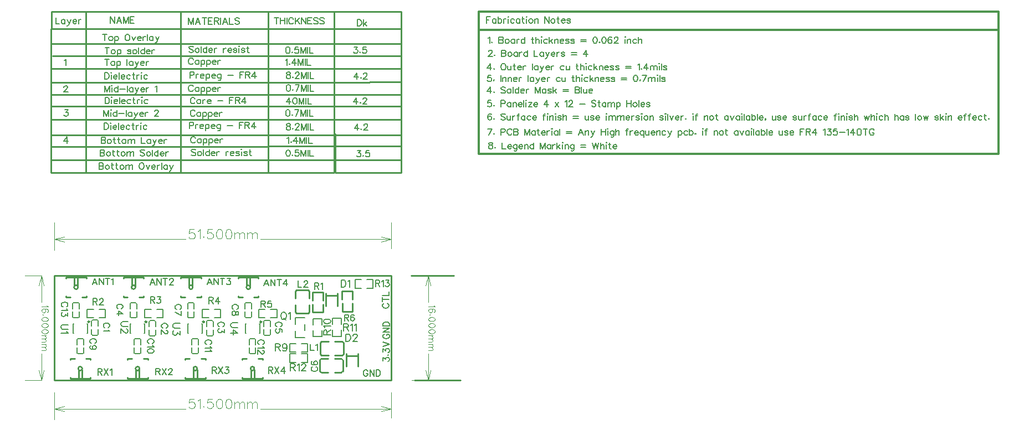
<source format=gto>
G04 Layer: TopSilkLayer*
G04 EasyEDA v6.4.25, 2021-09-22T10:01:34+05:30*
G04 8cc9cb2f6d7c45b292ba83ed26aff0c4,f7b9aed3ca5c4f10b20383f968238e49,10*
G04 Gerber Generator version 0.2*
G04 Scale: 100 percent, Rotated: No, Reflected: No *
G04 Dimensions in inches *
G04 leading zeros omitted , absolute positions ,3 integer and 6 decimal *
%FSLAX36Y36*%
%MOIN*%

%ADD10C,0.0100*%
%ADD13C,0.0060*%
%ADD26C,0.0139*%
%ADD27C,0.0050*%
%ADD28C,0.0040*%

%LPD*%
D28*
X2248532Y0D02*
G01*
X2248532Y158775D01*
X2248532Y471145D02*
G01*
X2248532Y629920D01*
X2263532Y60000D02*
G01*
X2248532Y0D01*
X2233532Y60000D01*
X2263532Y569920D02*
G01*
X2248532Y629920D01*
X2233532Y569920D01*
X2281127Y451176D02*
G01*
X2282927Y447576D01*
X2288227Y442175D01*
X2250727Y442175D01*
X2282927Y408876D02*
G01*
X2286426Y410676D01*
X2288227Y416076D01*
X2288227Y419675D01*
X2286426Y424976D01*
X2281127Y428576D01*
X2272127Y430376D01*
X2263227Y430376D01*
X2256026Y428576D01*
X2252427Y424976D01*
X2250727Y419675D01*
X2250727Y417876D01*
X2252427Y412476D01*
X2256026Y408876D01*
X2261426Y407076D01*
X2263227Y407076D01*
X2268526Y408876D01*
X2272127Y412476D01*
X2273926Y417876D01*
X2273926Y419675D01*
X2272127Y424976D01*
X2268526Y428576D01*
X2263227Y430376D01*
X2259627Y393476D02*
G01*
X2257827Y395276D01*
X2256026Y393476D01*
X2257827Y391775D01*
X2259627Y393476D01*
X2288227Y369176D02*
G01*
X2286426Y374576D01*
X2281127Y378176D01*
X2272127Y379876D01*
X2266826Y379876D01*
X2257827Y378176D01*
X2252427Y374576D01*
X2250727Y369176D01*
X2250727Y365576D01*
X2252427Y360276D01*
X2257827Y356676D01*
X2266826Y354876D01*
X2272127Y354876D01*
X2281127Y356676D01*
X2286426Y360276D01*
X2288227Y365576D01*
X2288227Y369176D01*
X2288227Y332276D02*
G01*
X2286426Y337676D01*
X2281127Y341276D01*
X2272127Y343076D01*
X2266826Y343076D01*
X2257827Y341276D01*
X2252427Y337676D01*
X2250727Y332276D01*
X2250727Y328776D01*
X2252427Y323376D01*
X2257827Y319776D01*
X2266826Y317976D01*
X2272127Y317976D01*
X2281127Y319776D01*
X2286426Y323376D01*
X2288227Y328776D01*
X2288227Y332276D01*
X2288227Y295476D02*
G01*
X2286426Y300776D01*
X2281127Y304376D01*
X2272127Y306176D01*
X2266826Y306176D01*
X2257827Y304376D01*
X2252427Y300776D01*
X2250727Y295476D01*
X2250727Y291876D01*
X2252427Y286476D01*
X2257827Y282976D01*
X2266826Y281176D01*
X2272127Y281176D01*
X2281127Y282976D01*
X2286426Y286476D01*
X2288227Y291876D01*
X2288227Y295476D01*
X2275727Y269376D02*
G01*
X2250727Y269376D01*
X2268526Y269376D02*
G01*
X2273926Y263976D01*
X2275727Y260376D01*
X2275727Y254976D01*
X2273926Y251476D01*
X2268526Y249675D01*
X2250727Y249675D01*
X2268526Y249675D02*
G01*
X2273926Y244275D01*
X2275727Y240676D01*
X2275727Y235276D01*
X2273926Y231775D01*
X2268526Y229976D01*
X2250727Y229976D01*
X2275727Y218176D02*
G01*
X2250727Y218176D01*
X2268526Y218176D02*
G01*
X2273926Y212776D01*
X2275727Y209176D01*
X2275727Y203876D01*
X2273926Y200276D01*
X2268526Y198476D01*
X2250727Y198476D01*
X2268526Y198476D02*
G01*
X2273926Y193076D01*
X2275727Y189475D01*
X2275727Y184176D01*
X2273926Y180576D01*
X2268526Y178776D01*
X2250727Y178776D01*
X2248773Y0D02*
G01*
X2148532Y0D01*
X2248773Y629920D02*
G01*
X2148532Y629920D01*
X0Y-172431D02*
G01*
X788157Y-172431D01*
X1239397Y-172431D02*
G01*
X2027554Y-172431D01*
X60000Y-187431D02*
G01*
X0Y-172431D01*
X60000Y-157431D01*
X1967554Y-187431D02*
G01*
X2027554Y-172431D01*
X1967554Y-157431D01*
X840400Y-112790D02*
G01*
X813499Y-112790D01*
X810800Y-136990D01*
X813499Y-134290D01*
X821600Y-131590D01*
X829600Y-131590D01*
X837699Y-134290D01*
X843099Y-139690D01*
X845700Y-147690D01*
X845700Y-153090D01*
X843099Y-161190D01*
X837699Y-166490D01*
X829600Y-169190D01*
X821600Y-169190D01*
X813499Y-166490D01*
X810800Y-163890D01*
X808200Y-158490D01*
X863499Y-123590D02*
G01*
X868800Y-120890D01*
X876900Y-112790D01*
X876900Y-169190D01*
X897300Y-155790D02*
G01*
X894600Y-158490D01*
X897300Y-161190D01*
X900000Y-158490D01*
X897300Y-155790D01*
X949900Y-112790D02*
G01*
X922999Y-112790D01*
X920400Y-136990D01*
X922999Y-134290D01*
X931100Y-131590D01*
X939200Y-131590D01*
X947199Y-134290D01*
X952599Y-139690D01*
X955300Y-147690D01*
X955300Y-153090D01*
X952599Y-161190D01*
X947199Y-166490D01*
X939200Y-169190D01*
X931100Y-169190D01*
X922999Y-166490D01*
X920400Y-163890D01*
X917699Y-158490D01*
X989100Y-112790D02*
G01*
X980999Y-115490D01*
X975700Y-123590D01*
X972999Y-136990D01*
X972999Y-145090D01*
X975700Y-158490D01*
X980999Y-166490D01*
X989100Y-169190D01*
X994500Y-169190D01*
X1002500Y-166490D01*
X1007900Y-158490D01*
X1010599Y-145090D01*
X1010599Y-136990D01*
X1007900Y-123590D01*
X1002500Y-115490D01*
X994500Y-112790D01*
X989100Y-112790D01*
X1044400Y-112790D02*
G01*
X1036300Y-115490D01*
X1030999Y-123590D01*
X1028300Y-136990D01*
X1028300Y-145090D01*
X1030999Y-158490D01*
X1036300Y-166490D01*
X1044400Y-169190D01*
X1049699Y-169190D01*
X1057800Y-166490D01*
X1063200Y-158490D01*
X1065900Y-145090D01*
X1065900Y-136990D01*
X1063200Y-123590D01*
X1057800Y-115490D01*
X1049699Y-112790D01*
X1044400Y-112790D01*
X1083600Y-131590D02*
G01*
X1083600Y-169190D01*
X1083600Y-142390D02*
G01*
X1091600Y-134290D01*
X1097000Y-131590D01*
X1105000Y-131590D01*
X1110400Y-134290D01*
X1113099Y-142390D01*
X1113099Y-169190D01*
X1113099Y-142390D02*
G01*
X1121200Y-134290D01*
X1126500Y-131590D01*
X1134600Y-131590D01*
X1139900Y-134290D01*
X1142599Y-142390D01*
X1142599Y-169190D01*
X1160300Y-131590D02*
G01*
X1160300Y-169190D01*
X1160300Y-142390D02*
G01*
X1168400Y-134290D01*
X1173800Y-131590D01*
X1181799Y-131590D01*
X1187199Y-134290D01*
X1189900Y-142390D01*
X1189900Y-169190D01*
X1189900Y-142390D02*
G01*
X1197900Y-134290D01*
X1203300Y-131590D01*
X1211300Y-131590D01*
X1216700Y-134290D01*
X1219400Y-142390D01*
X1219400Y-169190D01*
X0Y-236453D02*
G01*
X0Y-72431D01*
X2027554Y-227988D02*
G01*
X2027554Y-72431D01*
X0Y848699D02*
G01*
X788157Y848699D01*
X1239397Y848699D02*
G01*
X2027554Y848699D01*
X60000Y833699D02*
G01*
X0Y848699D01*
X60000Y863699D01*
X1967554Y833699D02*
G01*
X2027554Y848699D01*
X1967554Y863699D01*
X840400Y908340D02*
G01*
X813499Y908340D01*
X810800Y884140D01*
X813499Y886840D01*
X821600Y889540D01*
X829600Y889540D01*
X837699Y886840D01*
X843099Y881440D01*
X845700Y873440D01*
X845700Y868040D01*
X843099Y859940D01*
X837699Y854639D01*
X829600Y851939D01*
X821600Y851939D01*
X813499Y854639D01*
X810800Y857240D01*
X808200Y862640D01*
X863499Y897540D02*
G01*
X868800Y900240D01*
X876900Y908340D01*
X876900Y851939D01*
X897300Y865340D02*
G01*
X894600Y862640D01*
X897300Y859940D01*
X900000Y862640D01*
X897300Y865340D01*
X949900Y908340D02*
G01*
X922999Y908340D01*
X920400Y884140D01*
X922999Y886840D01*
X931100Y889540D01*
X939200Y889540D01*
X947199Y886840D01*
X952599Y881440D01*
X955300Y873440D01*
X955300Y868040D01*
X952599Y859940D01*
X947199Y854639D01*
X939200Y851939D01*
X931100Y851939D01*
X922999Y854639D01*
X920400Y857240D01*
X917699Y862640D01*
X989100Y908340D02*
G01*
X980999Y905640D01*
X975700Y897540D01*
X972999Y884140D01*
X972999Y876040D01*
X975700Y862640D01*
X980999Y854639D01*
X989100Y851939D01*
X994500Y851939D01*
X1002500Y854639D01*
X1007900Y862640D01*
X1010599Y876040D01*
X1010599Y884140D01*
X1007900Y897540D01*
X1002500Y905640D01*
X994500Y908340D01*
X989100Y908340D01*
X1044400Y908340D02*
G01*
X1036300Y905640D01*
X1030999Y897540D01*
X1028300Y884140D01*
X1028300Y876040D01*
X1030999Y862640D01*
X1036300Y854639D01*
X1044400Y851939D01*
X1049699Y851939D01*
X1057800Y854639D01*
X1063200Y862640D01*
X1065900Y876040D01*
X1065900Y884140D01*
X1063200Y897540D01*
X1057800Y905640D01*
X1049699Y908340D01*
X1044400Y908340D01*
X1083600Y889540D02*
G01*
X1083600Y851939D01*
X1083600Y878740D02*
G01*
X1091600Y886840D01*
X1097000Y889540D01*
X1105000Y889540D01*
X1110400Y886840D01*
X1113099Y878740D01*
X1113099Y851939D01*
X1113099Y878740D02*
G01*
X1121200Y886840D01*
X1126500Y889540D01*
X1134600Y889540D01*
X1139900Y886840D01*
X1142599Y878740D01*
X1142599Y851939D01*
X1160300Y889540D02*
G01*
X1160300Y851939D01*
X1160300Y878740D02*
G01*
X1168400Y886840D01*
X1173800Y889540D01*
X1181799Y889540D01*
X1187199Y886840D01*
X1189900Y878740D01*
X1189900Y851939D01*
X1189900Y878740D02*
G01*
X1197900Y886840D01*
X1203300Y889540D01*
X1211300Y889540D01*
X1216700Y886840D01*
X1219400Y878740D01*
X1219400Y851939D01*
X0Y784677D02*
G01*
X0Y948699D01*
X2027554Y793143D02*
G01*
X2027554Y948699D01*
D13*
X1985803Y277606D02*
G01*
X1982203Y275806D01*
X1978703Y272306D01*
X1976902Y268706D01*
X1976902Y261505D01*
X1978703Y258006D01*
X1982203Y254406D01*
X1985803Y252606D01*
X1991203Y250806D01*
X2000103Y250806D01*
X2005503Y252606D01*
X2009103Y254406D01*
X2012703Y258006D01*
X2014402Y261505D01*
X2014402Y268706D01*
X2012703Y272306D01*
X2009103Y275806D01*
X2005503Y277606D01*
X2000103Y277606D01*
X2000103Y268706D02*
G01*
X2000103Y277606D01*
X1976902Y289406D02*
G01*
X2014402Y289406D01*
X1976902Y289406D02*
G01*
X2014402Y314506D01*
X1976902Y314506D02*
G01*
X2014402Y314506D01*
X1976902Y326305D02*
G01*
X2014402Y326305D01*
X1976902Y326305D02*
G01*
X1976902Y338805D01*
X1978703Y344206D01*
X1982203Y347806D01*
X1985803Y349606D01*
X1991203Y351406D01*
X2000103Y351406D01*
X2005503Y349606D01*
X2009103Y347806D01*
X2012703Y344206D01*
X2014402Y338805D01*
X2014402Y326305D01*
X1885993Y52940D02*
G01*
X1884193Y56539D01*
X1880593Y60140D01*
X1876893Y62040D01*
X1869693Y62040D01*
X1865993Y60140D01*
X1862392Y56539D01*
X1860593Y52940D01*
X1858692Y47440D01*
X1858692Y38340D01*
X1860593Y32940D01*
X1862392Y29239D01*
X1865993Y25640D01*
X1869693Y23840D01*
X1876893Y23840D01*
X1880593Y25640D01*
X1884193Y29239D01*
X1885993Y32940D01*
X1885993Y38340D01*
X1876893Y38340D02*
G01*
X1885993Y38340D01*
X1897993Y62040D02*
G01*
X1897993Y23840D01*
X1897993Y62040D02*
G01*
X1923493Y23840D01*
X1923493Y62040D02*
G01*
X1923493Y23840D01*
X1935493Y62040D02*
G01*
X1935493Y23840D01*
X1935493Y62040D02*
G01*
X1948193Y62040D01*
X1953692Y60140D01*
X1957293Y56539D01*
X1959092Y52940D01*
X1960893Y47440D01*
X1960893Y38340D01*
X1959092Y32940D01*
X1957293Y29239D01*
X1953692Y25640D01*
X1948193Y23840D01*
X1935493Y23840D01*
X1976903Y116706D02*
G01*
X1976903Y136406D01*
X1991204Y125606D01*
X1991204Y131006D01*
X1993004Y134606D01*
X1994803Y136406D01*
X2000104Y138106D01*
X2003704Y138106D01*
X2009104Y136406D01*
X2012703Y132806D01*
X2014403Y127406D01*
X2014403Y122006D01*
X2012703Y116706D01*
X2010904Y114906D01*
X2007303Y113106D01*
X2005504Y151706D02*
G01*
X2007303Y150006D01*
X2009104Y151706D01*
X2007303Y153506D01*
X2005504Y151706D01*
X1976903Y168906D02*
G01*
X1976903Y188605D01*
X1991204Y177906D01*
X1991204Y183206D01*
X1993004Y186806D01*
X1994803Y188605D01*
X2000104Y190406D01*
X2003704Y190406D01*
X2009104Y188605D01*
X2012703Y185006D01*
X2014403Y179706D01*
X2014403Y174306D01*
X2012703Y168906D01*
X2010904Y167106D01*
X2007303Y165306D01*
X1976903Y202206D02*
G01*
X2014403Y216505D01*
X1976903Y230806D02*
G01*
X2014403Y216505D01*
X315152Y1933099D02*
G01*
X315152Y1894900D01*
X302452Y1933099D02*
G01*
X327952Y1933099D01*
X348952Y1920300D02*
G01*
X345351Y1918500D01*
X341752Y1914900D01*
X339951Y1909400D01*
X339951Y1905800D01*
X341752Y1900300D01*
X345351Y1896700D01*
X348952Y1894900D01*
X354452Y1894900D01*
X358052Y1896700D01*
X361752Y1900300D01*
X363552Y1905800D01*
X363552Y1909400D01*
X361752Y1914900D01*
X358052Y1918500D01*
X354452Y1920300D01*
X348952Y1920300D01*
X375552Y1920300D02*
G01*
X375552Y1882200D01*
X375552Y1914900D02*
G01*
X379151Y1918500D01*
X382851Y1920300D01*
X388251Y1920300D01*
X391952Y1918500D01*
X395552Y1914900D01*
X397352Y1909400D01*
X397352Y1905800D01*
X395552Y1900300D01*
X391952Y1896700D01*
X388251Y1894900D01*
X382851Y1894900D01*
X379151Y1896700D01*
X375552Y1900300D01*
X437352Y1933099D02*
G01*
X437352Y1894900D01*
X471151Y1920300D02*
G01*
X471151Y1894900D01*
X471151Y1914900D02*
G01*
X467552Y1918500D01*
X463952Y1920300D01*
X458452Y1920300D01*
X454852Y1918500D01*
X451151Y1914900D01*
X449352Y1909400D01*
X449352Y1905800D01*
X451151Y1900300D01*
X454852Y1896700D01*
X458452Y1894900D01*
X463952Y1894900D01*
X467552Y1896700D01*
X471151Y1900300D01*
X484951Y1920300D02*
G01*
X495952Y1894900D01*
X506852Y1920300D02*
G01*
X495952Y1894900D01*
X492252Y1887600D01*
X488651Y1884000D01*
X484951Y1882200D01*
X483152Y1882200D01*
X518852Y1909400D02*
G01*
X540652Y1909400D01*
X540652Y1913099D01*
X538852Y1916700D01*
X536952Y1918500D01*
X533351Y1920300D01*
X527952Y1920300D01*
X524252Y1918500D01*
X520652Y1914900D01*
X518852Y1909400D01*
X518852Y1905800D01*
X520652Y1900300D01*
X524252Y1896700D01*
X527952Y1894900D01*
X533351Y1894900D01*
X536952Y1896700D01*
X540652Y1900300D01*
X552652Y1920300D02*
G01*
X552652Y1894900D01*
X552652Y1909400D02*
G01*
X554452Y1914900D01*
X558052Y1918500D01*
X561752Y1920300D01*
X567152Y1920300D01*
X302452Y1851700D02*
G01*
X302452Y1813500D01*
X302452Y1851700D02*
G01*
X315152Y1851700D01*
X320652Y1849800D01*
X324252Y1846200D01*
X326051Y1842600D01*
X327952Y1837100D01*
X327952Y1828000D01*
X326051Y1822600D01*
X324252Y1818900D01*
X320652Y1815300D01*
X315152Y1813500D01*
X302452Y1813500D01*
X339951Y1851700D02*
G01*
X341752Y1849800D01*
X343552Y1851700D01*
X341752Y1853500D01*
X339951Y1851700D01*
X341752Y1838900D02*
G01*
X341752Y1813500D01*
X355552Y1828000D02*
G01*
X377352Y1828000D01*
X377352Y1831700D01*
X375552Y1835300D01*
X373751Y1837100D01*
X370052Y1838900D01*
X364652Y1838900D01*
X360952Y1837100D01*
X357352Y1833500D01*
X355552Y1828000D01*
X355552Y1824400D01*
X357352Y1818900D01*
X360952Y1815300D01*
X364652Y1813500D01*
X370052Y1813500D01*
X373751Y1815300D01*
X377352Y1818900D01*
X389352Y1851700D02*
G01*
X389352Y1813500D01*
X401352Y1828000D02*
G01*
X423152Y1828000D01*
X423152Y1831700D01*
X421352Y1835300D01*
X419551Y1837100D01*
X415952Y1838900D01*
X410452Y1838900D01*
X406852Y1837100D01*
X403152Y1833500D01*
X401352Y1828000D01*
X401352Y1824400D01*
X403152Y1818900D01*
X406852Y1815300D01*
X410452Y1813500D01*
X415952Y1813500D01*
X419551Y1815300D01*
X423152Y1818900D01*
X456952Y1833500D02*
G01*
X453351Y1837100D01*
X449752Y1838900D01*
X444252Y1838900D01*
X440652Y1837100D01*
X436952Y1833500D01*
X435152Y1828000D01*
X435152Y1824400D01*
X436952Y1818900D01*
X440652Y1815300D01*
X444252Y1813500D01*
X449752Y1813500D01*
X453351Y1815300D01*
X456952Y1818900D01*
X474452Y1851700D02*
G01*
X474452Y1820800D01*
X476251Y1815300D01*
X479951Y1813500D01*
X483552Y1813500D01*
X468952Y1838900D02*
G01*
X481752Y1838900D01*
X495552Y1838900D02*
G01*
X495552Y1813500D01*
X495552Y1828000D02*
G01*
X497352Y1833500D01*
X500952Y1837100D01*
X504652Y1838900D01*
X510052Y1838900D01*
X522051Y1851700D02*
G01*
X523952Y1849800D01*
X525751Y1851700D01*
X523952Y1853500D01*
X522051Y1851700D01*
X523952Y1838900D02*
G01*
X523952Y1813500D01*
X559551Y1833500D02*
G01*
X555952Y1837100D01*
X552252Y1838900D01*
X546852Y1838900D01*
X543152Y1837100D01*
X539551Y1833500D01*
X537752Y1828000D01*
X537752Y1824400D01*
X539551Y1818900D01*
X543152Y1815300D01*
X546852Y1813500D01*
X552252Y1813500D01*
X555952Y1815300D01*
X559551Y1818900D01*
X302452Y1774400D02*
G01*
X302452Y1736200D01*
X302452Y1774400D02*
G01*
X316952Y1736200D01*
X331552Y1774400D02*
G01*
X316952Y1736200D01*
X331552Y1774400D02*
G01*
X331552Y1736200D01*
X343552Y1774400D02*
G01*
X345351Y1772500D01*
X347152Y1774400D01*
X345351Y1776200D01*
X343552Y1774400D01*
X345351Y1761600D02*
G01*
X345351Y1736200D01*
X380952Y1774400D02*
G01*
X380952Y1736200D01*
X380952Y1756200D02*
G01*
X377352Y1759800D01*
X373751Y1761600D01*
X368251Y1761600D01*
X364652Y1759800D01*
X360952Y1756200D01*
X359151Y1750700D01*
X359151Y1747100D01*
X360952Y1741600D01*
X364652Y1738000D01*
X368251Y1736200D01*
X373751Y1736200D01*
X377352Y1738000D01*
X380952Y1741600D01*
X392952Y1752500D02*
G01*
X425751Y1752500D01*
X437752Y1774400D02*
G01*
X437752Y1736200D01*
X471552Y1761600D02*
G01*
X471552Y1736200D01*
X471552Y1756200D02*
G01*
X467952Y1759800D01*
X464252Y1761600D01*
X458852Y1761600D01*
X455152Y1759800D01*
X451552Y1756200D01*
X449752Y1750700D01*
X449752Y1747100D01*
X451552Y1741600D01*
X455152Y1738000D01*
X458852Y1736200D01*
X464252Y1736200D01*
X467952Y1738000D01*
X471552Y1741600D01*
X485351Y1761600D02*
G01*
X496251Y1736200D01*
X507152Y1761600D02*
G01*
X496251Y1736200D01*
X492652Y1728900D01*
X488952Y1725300D01*
X485351Y1723500D01*
X483552Y1723500D01*
X519151Y1750700D02*
G01*
X540952Y1750700D01*
X540952Y1754400D01*
X539151Y1758000D01*
X537352Y1759800D01*
X533751Y1761600D01*
X528251Y1761600D01*
X524652Y1759800D01*
X520952Y1756200D01*
X519151Y1750700D01*
X519151Y1747100D01*
X520952Y1741600D01*
X524652Y1738000D01*
X528251Y1736200D01*
X533751Y1736200D01*
X537352Y1738000D01*
X540952Y1741600D01*
X552952Y1761600D02*
G01*
X552952Y1736200D01*
X552952Y1750700D02*
G01*
X554852Y1756200D01*
X558452Y1759800D01*
X562051Y1761600D01*
X567552Y1761600D01*
X607552Y1767100D02*
G01*
X611151Y1768900D01*
X616651Y1774400D01*
X616651Y1736200D01*
X280952Y1463700D02*
G01*
X280952Y1425500D01*
X280952Y1463700D02*
G01*
X297352Y1463700D01*
X302752Y1461800D01*
X304552Y1460000D01*
X306452Y1456400D01*
X306452Y1452800D01*
X304552Y1449100D01*
X302752Y1447300D01*
X297352Y1445500D01*
X280952Y1445500D02*
G01*
X297352Y1445500D01*
X302752Y1443700D01*
X304552Y1441800D01*
X306452Y1438200D01*
X306452Y1432800D01*
X304552Y1429100D01*
X302752Y1427300D01*
X297352Y1425500D01*
X280952Y1425500D01*
X327452Y1450900D02*
G01*
X323852Y1449100D01*
X320252Y1445500D01*
X318452Y1440000D01*
X318452Y1436400D01*
X320252Y1430900D01*
X323852Y1427300D01*
X327452Y1425500D01*
X332952Y1425500D01*
X336552Y1427300D01*
X340252Y1430900D01*
X342051Y1436400D01*
X342051Y1440000D01*
X340252Y1445500D01*
X336552Y1449100D01*
X332952Y1450900D01*
X327452Y1450900D01*
X359452Y1463700D02*
G01*
X359452Y1432800D01*
X361352Y1427300D01*
X364951Y1425500D01*
X368552Y1425500D01*
X354052Y1450900D02*
G01*
X366752Y1450900D01*
X386052Y1463700D02*
G01*
X386052Y1432800D01*
X387851Y1427300D01*
X391452Y1425500D01*
X395152Y1425500D01*
X380552Y1450900D02*
G01*
X393351Y1450900D01*
X416251Y1450900D02*
G01*
X412552Y1449100D01*
X408952Y1445500D01*
X407152Y1440000D01*
X407152Y1436400D01*
X408952Y1430900D01*
X412552Y1427300D01*
X416251Y1425500D01*
X421651Y1425500D01*
X425351Y1427300D01*
X428952Y1430900D01*
X430751Y1436400D01*
X430751Y1440000D01*
X428952Y1445500D01*
X425351Y1449100D01*
X421651Y1450900D01*
X416251Y1450900D01*
X442752Y1450900D02*
G01*
X442752Y1425500D01*
X442752Y1443700D02*
G01*
X448251Y1449100D01*
X451852Y1450900D01*
X457352Y1450900D01*
X460952Y1449100D01*
X462752Y1443700D01*
X462752Y1425500D01*
X462752Y1443700D02*
G01*
X468251Y1449100D01*
X471852Y1450900D01*
X477352Y1450900D01*
X480952Y1449100D01*
X482752Y1443700D01*
X482752Y1425500D01*
X522752Y1463700D02*
G01*
X522752Y1425500D01*
X522752Y1425500D02*
G01*
X544551Y1425500D01*
X578452Y1450900D02*
G01*
X578452Y1425500D01*
X578452Y1445500D02*
G01*
X574752Y1449100D01*
X571151Y1450900D01*
X565652Y1450900D01*
X562051Y1449100D01*
X558452Y1445500D01*
X556552Y1440000D01*
X556552Y1436400D01*
X558452Y1430900D01*
X562051Y1427300D01*
X565652Y1425500D01*
X571151Y1425500D01*
X574752Y1427300D01*
X578452Y1430900D01*
X592252Y1450900D02*
G01*
X603152Y1425500D01*
X614052Y1450900D02*
G01*
X603152Y1425500D01*
X599452Y1418200D01*
X595851Y1414600D01*
X592252Y1412800D01*
X590452Y1412800D01*
X626052Y1440000D02*
G01*
X647851Y1440000D01*
X647851Y1443700D01*
X646052Y1447300D01*
X644252Y1449100D01*
X640552Y1450900D01*
X635152Y1450900D01*
X631452Y1449100D01*
X627851Y1445500D01*
X626052Y1440000D01*
X626052Y1436400D01*
X627851Y1430900D01*
X631452Y1427300D01*
X635152Y1425500D01*
X640552Y1425500D01*
X644252Y1427300D01*
X647851Y1430900D01*
X659852Y1450900D02*
G01*
X659852Y1425500D01*
X659852Y1440000D02*
G01*
X661651Y1445500D01*
X665351Y1449100D01*
X668952Y1450900D01*
X674452Y1450900D01*
X317552Y2004100D02*
G01*
X317552Y1965900D01*
X304852Y2004100D02*
G01*
X330352Y2004100D01*
X351352Y1991300D02*
G01*
X347752Y1989500D01*
X344151Y1985900D01*
X342352Y1980399D01*
X342352Y1976800D01*
X344151Y1971300D01*
X347752Y1967699D01*
X351352Y1965900D01*
X356852Y1965900D01*
X360452Y1967699D01*
X364151Y1971300D01*
X365952Y1976800D01*
X365952Y1980399D01*
X364151Y1985900D01*
X360452Y1989500D01*
X356852Y1991300D01*
X351352Y1991300D01*
X377952Y1991300D02*
G01*
X377952Y1953200D01*
X377952Y1985900D02*
G01*
X381552Y1989500D01*
X385252Y1991300D01*
X390652Y1991300D01*
X394352Y1989500D01*
X397952Y1985900D01*
X399752Y1980399D01*
X399752Y1976800D01*
X397952Y1971300D01*
X394352Y1967699D01*
X390652Y1965900D01*
X385252Y1965900D01*
X381552Y1967699D01*
X377952Y1971300D01*
X459752Y1985900D02*
G01*
X457952Y1989500D01*
X452451Y1991300D01*
X447051Y1991300D01*
X441552Y1989500D01*
X439752Y1985900D01*
X441552Y1982200D01*
X445252Y1980399D01*
X454352Y1978600D01*
X457952Y1976800D01*
X459752Y1973200D01*
X459752Y1971300D01*
X457952Y1967699D01*
X452451Y1965900D01*
X447051Y1965900D01*
X441552Y1967699D01*
X439752Y1971300D01*
X480851Y1991300D02*
G01*
X477252Y1989500D01*
X473552Y1985900D01*
X471752Y1980399D01*
X471752Y1976800D01*
X473552Y1971300D01*
X477252Y1967699D01*
X480851Y1965900D01*
X486352Y1965900D01*
X489951Y1967699D01*
X493552Y1971300D01*
X495351Y1976800D01*
X495351Y1980399D01*
X493552Y1985900D01*
X489951Y1989500D01*
X486352Y1991300D01*
X480851Y1991300D01*
X507352Y2004100D02*
G01*
X507352Y1965900D01*
X541251Y2004100D02*
G01*
X541251Y1965900D01*
X541251Y1985900D02*
G01*
X537552Y1989500D01*
X533952Y1991300D01*
X528452Y1991300D01*
X524852Y1989500D01*
X521251Y1985900D01*
X519352Y1980399D01*
X519352Y1976800D01*
X521251Y1971300D01*
X524852Y1967699D01*
X528452Y1965900D01*
X533952Y1965900D01*
X537552Y1967699D01*
X541251Y1971300D01*
X553251Y1980399D02*
G01*
X575052Y1980399D01*
X575052Y1984100D01*
X573251Y1987699D01*
X571352Y1989500D01*
X567752Y1991300D01*
X562352Y1991300D01*
X558651Y1989500D01*
X555052Y1985900D01*
X553251Y1980399D01*
X553251Y1976800D01*
X555052Y1971300D01*
X558651Y1967699D01*
X562352Y1965900D01*
X567752Y1965900D01*
X571352Y1967699D01*
X575052Y1971300D01*
X587051Y1991300D02*
G01*
X587051Y1965900D01*
X587051Y1980399D02*
G01*
X588852Y1985900D01*
X592451Y1989500D01*
X596151Y1991300D01*
X601552Y1991300D01*
X302752Y2083700D02*
G01*
X302752Y2045500D01*
X290052Y2083700D02*
G01*
X315552Y2083700D01*
X336552Y2070900D02*
G01*
X332952Y2069100D01*
X329352Y2065500D01*
X327552Y2060000D01*
X327552Y2056400D01*
X329352Y2050900D01*
X332952Y2047300D01*
X336552Y2045500D01*
X342051Y2045500D01*
X345652Y2047300D01*
X349352Y2050900D01*
X351151Y2056400D01*
X351151Y2060000D01*
X349352Y2065500D01*
X345652Y2069100D01*
X342051Y2070900D01*
X336552Y2070900D01*
X363152Y2070900D02*
G01*
X363152Y2032800D01*
X363152Y2065500D02*
G01*
X366752Y2069100D01*
X370452Y2070900D01*
X375851Y2070900D01*
X379551Y2069100D01*
X383152Y2065500D01*
X384951Y2060000D01*
X384951Y2056400D01*
X383152Y2050900D01*
X379551Y2047300D01*
X375851Y2045500D01*
X370452Y2045500D01*
X366752Y2047300D01*
X363152Y2050900D01*
X435851Y2083700D02*
G01*
X432252Y2081800D01*
X428552Y2078200D01*
X426752Y2074600D01*
X424951Y2069100D01*
X424951Y2060000D01*
X426752Y2054600D01*
X428552Y2050900D01*
X432252Y2047300D01*
X435851Y2045500D01*
X443152Y2045500D01*
X446752Y2047300D01*
X450452Y2050900D01*
X452252Y2054600D01*
X454052Y2060000D01*
X454052Y2069100D01*
X452252Y2074600D01*
X450452Y2078200D01*
X446752Y2081800D01*
X443152Y2083700D01*
X435851Y2083700D01*
X466052Y2070900D02*
G01*
X476952Y2045500D01*
X487851Y2070900D02*
G01*
X476952Y2045500D01*
X499852Y2060000D02*
G01*
X521651Y2060000D01*
X521651Y2063700D01*
X519852Y2067300D01*
X518052Y2069100D01*
X514452Y2070900D01*
X508952Y2070900D01*
X505351Y2069100D01*
X501651Y2065500D01*
X499852Y2060000D01*
X499852Y2056400D01*
X501651Y2050900D01*
X505351Y2047300D01*
X508952Y2045500D01*
X514452Y2045500D01*
X518052Y2047300D01*
X521651Y2050900D01*
X533651Y2070900D02*
G01*
X533651Y2045500D01*
X533651Y2060000D02*
G01*
X535552Y2065500D01*
X539151Y2069100D01*
X542752Y2070900D01*
X548251Y2070900D01*
X560252Y2083700D02*
G01*
X560252Y2045500D01*
X594052Y2070900D02*
G01*
X594052Y2045500D01*
X594052Y2065500D02*
G01*
X590452Y2069100D01*
X586752Y2070900D01*
X581352Y2070900D01*
X577652Y2069100D01*
X574052Y2065500D01*
X572252Y2060000D01*
X572252Y2056400D01*
X574052Y2050900D01*
X577652Y2047300D01*
X581352Y2045500D01*
X586752Y2045500D01*
X590452Y2047300D01*
X594052Y2050900D01*
X607851Y2070900D02*
G01*
X618751Y2045500D01*
X629652Y2070900D02*
G01*
X618751Y2045500D01*
X615152Y2038200D01*
X611552Y2034600D01*
X607851Y2032800D01*
X606052Y2032800D01*
X275352Y1388000D02*
G01*
X275352Y1349800D01*
X275352Y1388000D02*
G01*
X291752Y1388000D01*
X297152Y1386100D01*
X298952Y1384300D01*
X300851Y1380700D01*
X300851Y1377100D01*
X298952Y1373400D01*
X297152Y1371600D01*
X291752Y1369800D01*
X275352Y1369800D02*
G01*
X291752Y1369800D01*
X297152Y1368000D01*
X298952Y1366100D01*
X300851Y1362500D01*
X300851Y1357100D01*
X298952Y1353400D01*
X297152Y1351600D01*
X291752Y1349800D01*
X275352Y1349800D01*
X321852Y1375199D02*
G01*
X318252Y1373400D01*
X314652Y1369800D01*
X312852Y1364300D01*
X312852Y1360700D01*
X314652Y1355199D01*
X318252Y1351600D01*
X321852Y1349800D01*
X327352Y1349800D01*
X330952Y1351600D01*
X334652Y1355199D01*
X336452Y1360700D01*
X336452Y1364300D01*
X334652Y1369800D01*
X330952Y1373400D01*
X327352Y1375199D01*
X321852Y1375199D01*
X353852Y1388000D02*
G01*
X353852Y1357100D01*
X355751Y1351600D01*
X359352Y1349800D01*
X362952Y1349800D01*
X348452Y1375199D02*
G01*
X361151Y1375199D01*
X380452Y1388000D02*
G01*
X380452Y1357100D01*
X382252Y1351600D01*
X385851Y1349800D01*
X389551Y1349800D01*
X374951Y1375199D02*
G01*
X387752Y1375199D01*
X410652Y1375199D02*
G01*
X406952Y1373400D01*
X403351Y1369800D01*
X401552Y1364300D01*
X401552Y1360700D01*
X403351Y1355199D01*
X406952Y1351600D01*
X410652Y1349800D01*
X416052Y1349800D01*
X419752Y1351600D01*
X423351Y1355199D01*
X425152Y1360700D01*
X425152Y1364300D01*
X423351Y1369800D01*
X419752Y1373400D01*
X416052Y1375199D01*
X410652Y1375199D01*
X437152Y1375199D02*
G01*
X437152Y1349800D01*
X437152Y1368000D02*
G01*
X442652Y1373400D01*
X446251Y1375199D01*
X451752Y1375199D01*
X455351Y1373400D01*
X457152Y1368000D01*
X457152Y1349800D01*
X457152Y1368000D02*
G01*
X462652Y1373400D01*
X466251Y1375199D01*
X471752Y1375199D01*
X475351Y1373400D01*
X477152Y1368000D01*
X477152Y1349800D01*
X542652Y1382500D02*
G01*
X538952Y1386100D01*
X533552Y1388000D01*
X526251Y1388000D01*
X520851Y1386100D01*
X517152Y1382500D01*
X517152Y1378900D01*
X518952Y1375199D01*
X520851Y1373400D01*
X524452Y1371600D01*
X535351Y1368000D01*
X538952Y1366100D01*
X540851Y1364300D01*
X542652Y1360700D01*
X542652Y1355199D01*
X538952Y1351600D01*
X533552Y1349800D01*
X526251Y1349800D01*
X520851Y1351600D01*
X517152Y1355199D01*
X563751Y1375199D02*
G01*
X560052Y1373400D01*
X556452Y1369800D01*
X554652Y1364300D01*
X554652Y1360700D01*
X556452Y1355199D01*
X560052Y1351600D01*
X563751Y1349800D01*
X569151Y1349800D01*
X572851Y1351600D01*
X576452Y1355199D01*
X578251Y1360700D01*
X578251Y1364300D01*
X576452Y1369800D01*
X572851Y1373400D01*
X569151Y1375199D01*
X563751Y1375199D01*
X590252Y1388000D02*
G01*
X590252Y1349800D01*
X624052Y1388000D02*
G01*
X624052Y1349800D01*
X624052Y1369800D02*
G01*
X620452Y1373400D01*
X616852Y1375199D01*
X611352Y1375199D01*
X607752Y1373400D01*
X604052Y1369800D01*
X602252Y1364300D01*
X602252Y1360700D01*
X604052Y1355199D01*
X607752Y1351600D01*
X611352Y1349800D01*
X616852Y1349800D01*
X620452Y1351600D01*
X624052Y1355199D01*
X636052Y1364300D02*
G01*
X657851Y1364300D01*
X657851Y1368000D01*
X656052Y1371600D01*
X654252Y1373400D01*
X650652Y1375199D01*
X645152Y1375199D01*
X641552Y1373400D01*
X637851Y1369800D01*
X636052Y1364300D01*
X636052Y1360700D01*
X637851Y1355199D01*
X641552Y1351600D01*
X645152Y1349800D01*
X650652Y1349800D01*
X654252Y1351600D01*
X657851Y1355199D01*
X669852Y1375199D02*
G01*
X669852Y1349800D01*
X669852Y1364300D02*
G01*
X671752Y1369800D01*
X675351Y1373400D01*
X678952Y1375199D01*
X684452Y1375199D01*
X268452Y1308300D02*
G01*
X268452Y1270100D01*
X268452Y1308300D02*
G01*
X284852Y1308300D01*
X290252Y1306400D01*
X292052Y1304600D01*
X293952Y1301000D01*
X293952Y1297400D01*
X292052Y1293700D01*
X290252Y1291900D01*
X284852Y1290100D01*
X268452Y1290100D02*
G01*
X284852Y1290100D01*
X290252Y1288300D01*
X292052Y1286400D01*
X293952Y1282800D01*
X293952Y1277400D01*
X292052Y1273700D01*
X290252Y1271900D01*
X284852Y1270100D01*
X268452Y1270100D01*
X314952Y1295500D02*
G01*
X311352Y1293700D01*
X307752Y1290100D01*
X305952Y1284600D01*
X305952Y1281000D01*
X307752Y1275500D01*
X311352Y1271900D01*
X314952Y1270100D01*
X320452Y1270100D01*
X324052Y1271900D01*
X327752Y1275500D01*
X329552Y1281000D01*
X329552Y1284600D01*
X327752Y1290100D01*
X324052Y1293700D01*
X320452Y1295500D01*
X314952Y1295500D01*
X346952Y1308300D02*
G01*
X346952Y1277400D01*
X348852Y1271900D01*
X352451Y1270100D01*
X356052Y1270100D01*
X341552Y1295500D02*
G01*
X354252Y1295500D01*
X373552Y1308300D02*
G01*
X373552Y1277400D01*
X375351Y1271900D01*
X378952Y1270100D01*
X382652Y1270100D01*
X368052Y1295500D02*
G01*
X380851Y1295500D01*
X403751Y1295500D02*
G01*
X400052Y1293700D01*
X396452Y1290100D01*
X394652Y1284600D01*
X394652Y1281000D01*
X396452Y1275500D01*
X400052Y1271900D01*
X403751Y1270100D01*
X409151Y1270100D01*
X412851Y1271900D01*
X416452Y1275500D01*
X418251Y1281000D01*
X418251Y1284600D01*
X416452Y1290100D01*
X412851Y1293700D01*
X409151Y1295500D01*
X403751Y1295500D01*
X430252Y1295500D02*
G01*
X430252Y1270100D01*
X430252Y1288300D02*
G01*
X435751Y1293700D01*
X439352Y1295500D01*
X444852Y1295500D01*
X448452Y1293700D01*
X450252Y1288300D01*
X450252Y1270100D01*
X450252Y1288300D02*
G01*
X455751Y1293700D01*
X459352Y1295500D01*
X464852Y1295500D01*
X468452Y1293700D01*
X470252Y1288300D01*
X470252Y1270100D01*
X521151Y1308300D02*
G01*
X517552Y1306400D01*
X513952Y1302800D01*
X512051Y1299200D01*
X510252Y1293700D01*
X510252Y1284600D01*
X512051Y1279200D01*
X513952Y1275500D01*
X517552Y1271900D01*
X521151Y1270100D01*
X528452Y1270100D01*
X532051Y1271900D01*
X535751Y1275500D01*
X537552Y1279200D01*
X539352Y1284600D01*
X539352Y1293700D01*
X537552Y1299200D01*
X535751Y1302800D01*
X532051Y1306400D01*
X528452Y1308300D01*
X521151Y1308300D01*
X551352Y1295500D02*
G01*
X562252Y1270100D01*
X573152Y1295500D02*
G01*
X562252Y1270100D01*
X585152Y1284600D02*
G01*
X606952Y1284600D01*
X606952Y1288300D01*
X605152Y1291900D01*
X603351Y1293700D01*
X599752Y1295500D01*
X594252Y1295500D01*
X590652Y1293700D01*
X586952Y1290100D01*
X585152Y1284600D01*
X585152Y1281000D01*
X586952Y1275500D01*
X590652Y1271900D01*
X594252Y1270100D01*
X599752Y1270100D01*
X603351Y1271900D01*
X606952Y1275500D01*
X618952Y1295500D02*
G01*
X618952Y1270100D01*
X618952Y1284600D02*
G01*
X620851Y1290100D01*
X624452Y1293700D01*
X628052Y1295500D01*
X633552Y1295500D01*
X645552Y1308300D02*
G01*
X645552Y1270100D01*
X679352Y1295500D02*
G01*
X679352Y1270100D01*
X679352Y1290100D02*
G01*
X675751Y1293700D01*
X672051Y1295500D01*
X666651Y1295500D01*
X662952Y1293700D01*
X659352Y1290100D01*
X657552Y1284600D01*
X657552Y1281000D01*
X659352Y1275500D01*
X662952Y1271900D01*
X666651Y1270100D01*
X672051Y1270100D01*
X675751Y1271900D01*
X679352Y1275500D01*
X693152Y1295500D02*
G01*
X704052Y1270100D01*
X714951Y1295500D02*
G01*
X704052Y1270100D01*
X700452Y1262800D01*
X696852Y1259200D01*
X693152Y1257400D01*
X691352Y1257400D01*
X7652Y2184800D02*
G01*
X7652Y2146600D01*
X7652Y2146600D02*
G01*
X29452Y2146600D01*
X63252Y2172000D02*
G01*
X63252Y2146600D01*
X63252Y2166600D02*
G01*
X59652Y2170200D01*
X56051Y2172000D01*
X50552Y2172000D01*
X46952Y2170200D01*
X43252Y2166600D01*
X41452Y2161100D01*
X41452Y2157500D01*
X43252Y2152000D01*
X46952Y2148400D01*
X50552Y2146600D01*
X56051Y2146600D01*
X59652Y2148400D01*
X63252Y2152000D01*
X77152Y2172000D02*
G01*
X88052Y2146600D01*
X98952Y2172000D02*
G01*
X88052Y2146600D01*
X84352Y2139300D01*
X80752Y2135700D01*
X77152Y2133900D01*
X75252Y2133900D01*
X110952Y2161100D02*
G01*
X132752Y2161100D01*
X132752Y2164800D01*
X130952Y2168400D01*
X129152Y2170200D01*
X125452Y2172000D01*
X120052Y2172000D01*
X116352Y2170200D01*
X112752Y2166600D01*
X110952Y2161100D01*
X110952Y2157500D01*
X112752Y2152000D01*
X116352Y2148400D01*
X120052Y2146600D01*
X125452Y2146600D01*
X129152Y2148400D01*
X132752Y2152000D01*
X144752Y2172000D02*
G01*
X144752Y2146600D01*
X144752Y2161100D02*
G01*
X146552Y2166600D01*
X150152Y2170200D01*
X153852Y2172000D01*
X159252Y2172000D01*
X59052Y1925900D02*
G01*
X62652Y1927699D01*
X68152Y1933200D01*
X68152Y1895000D01*
X814452Y1856900D02*
G01*
X814452Y1818700D01*
X814452Y1856900D02*
G01*
X830851Y1856900D01*
X836251Y1855000D01*
X838052Y1853200D01*
X839951Y1849600D01*
X839951Y1844100D01*
X838052Y1840500D01*
X836251Y1838700D01*
X830851Y1836900D01*
X814452Y1836900D01*
X851952Y1844100D02*
G01*
X851952Y1818700D01*
X851952Y1833200D02*
G01*
X853751Y1838700D01*
X857352Y1842300D01*
X860952Y1844100D01*
X866452Y1844100D01*
X878452Y1833200D02*
G01*
X900252Y1833200D01*
X900252Y1836900D01*
X898452Y1840500D01*
X896651Y1842300D01*
X892952Y1844100D01*
X887552Y1844100D01*
X883952Y1842300D01*
X880252Y1838700D01*
X878452Y1833200D01*
X878452Y1829600D01*
X880252Y1824100D01*
X883952Y1820500D01*
X887552Y1818700D01*
X892952Y1818700D01*
X896651Y1820500D01*
X900252Y1824100D01*
X912252Y1844100D02*
G01*
X912252Y1806000D01*
X912252Y1838700D02*
G01*
X915952Y1842300D01*
X919551Y1844100D01*
X924951Y1844100D01*
X928651Y1842300D01*
X932252Y1838700D01*
X934052Y1833200D01*
X934052Y1829600D01*
X932252Y1824100D01*
X928651Y1820500D01*
X924951Y1818700D01*
X919551Y1818700D01*
X915952Y1820500D01*
X912252Y1824100D01*
X946052Y1833200D02*
G01*
X967952Y1833200D01*
X967952Y1836900D01*
X966052Y1840500D01*
X964252Y1842300D01*
X960652Y1844100D01*
X955152Y1844100D01*
X951552Y1842300D01*
X947952Y1838700D01*
X946052Y1833200D01*
X946052Y1829600D01*
X947952Y1824100D01*
X951552Y1820500D01*
X955152Y1818700D01*
X960652Y1818700D01*
X964252Y1820500D01*
X967952Y1824100D01*
X1001752Y1844100D02*
G01*
X1001752Y1815000D01*
X999951Y1809600D01*
X998052Y1807800D01*
X994452Y1806000D01*
X988952Y1806000D01*
X985351Y1807800D01*
X1001752Y1838700D02*
G01*
X998052Y1842300D01*
X994452Y1844100D01*
X988952Y1844100D01*
X985351Y1842300D01*
X981752Y1838700D01*
X979951Y1833200D01*
X979951Y1829600D01*
X981752Y1824100D01*
X985351Y1820500D01*
X988952Y1818700D01*
X994452Y1818700D01*
X998052Y1820500D01*
X1001752Y1824100D01*
X1041752Y1835000D02*
G01*
X1074452Y1835000D01*
X1114452Y1856900D02*
G01*
X1114452Y1818700D01*
X1114452Y1856900D02*
G01*
X1138052Y1856900D01*
X1114452Y1838700D02*
G01*
X1128952Y1838700D01*
X1150052Y1856900D02*
G01*
X1150052Y1818700D01*
X1150052Y1856900D02*
G01*
X1166452Y1856900D01*
X1171952Y1855000D01*
X1173751Y1853200D01*
X1175552Y1849600D01*
X1175552Y1846000D01*
X1173751Y1842300D01*
X1171952Y1840500D01*
X1166452Y1838700D01*
X1150052Y1838700D01*
X1162851Y1838700D02*
G01*
X1175552Y1818700D01*
X1205751Y1856900D02*
G01*
X1187552Y1831400D01*
X1214852Y1831400D01*
X1205751Y1856900D02*
G01*
X1205751Y1818700D01*
X834452Y1931500D02*
G01*
X832652Y1935100D01*
X828952Y1938700D01*
X825351Y1940599D01*
X818052Y1940599D01*
X814452Y1938700D01*
X810751Y1935100D01*
X808952Y1931500D01*
X807152Y1926000D01*
X807152Y1916900D01*
X808952Y1911500D01*
X810751Y1907800D01*
X814452Y1904200D01*
X818052Y1902400D01*
X825351Y1902400D01*
X828952Y1904200D01*
X832652Y1907800D01*
X834452Y1911500D01*
X855552Y1927800D02*
G01*
X851852Y1926000D01*
X848251Y1922400D01*
X846452Y1916900D01*
X846452Y1913300D01*
X848251Y1907800D01*
X851852Y1904200D01*
X855552Y1902400D01*
X860952Y1902400D01*
X864652Y1904200D01*
X868251Y1907800D01*
X870052Y1913300D01*
X870052Y1916900D01*
X868251Y1922400D01*
X864652Y1926000D01*
X860952Y1927800D01*
X855552Y1927800D01*
X882051Y1927800D02*
G01*
X882051Y1889700D01*
X882051Y1922400D02*
G01*
X885652Y1926000D01*
X889352Y1927800D01*
X894752Y1927800D01*
X898452Y1926000D01*
X902051Y1922400D01*
X903852Y1916900D01*
X903852Y1913300D01*
X902051Y1907800D01*
X898452Y1904200D01*
X894752Y1902400D01*
X889352Y1902400D01*
X885652Y1904200D01*
X882051Y1907800D01*
X915851Y1927800D02*
G01*
X915851Y1889700D01*
X915851Y1922400D02*
G01*
X919551Y1926000D01*
X923152Y1927800D01*
X928651Y1927800D01*
X932252Y1926000D01*
X935851Y1922400D01*
X937652Y1916900D01*
X937652Y1913300D01*
X935851Y1907800D01*
X932252Y1904200D01*
X928651Y1902400D01*
X923152Y1902400D01*
X919551Y1904200D01*
X915851Y1907800D01*
X949652Y1916900D02*
G01*
X971552Y1916900D01*
X971552Y1920599D01*
X969652Y1924200D01*
X967851Y1926000D01*
X964252Y1927800D01*
X958751Y1927800D01*
X955152Y1926000D01*
X951552Y1922400D01*
X949652Y1916900D01*
X949652Y1913300D01*
X951552Y1907800D01*
X955152Y1904200D01*
X958751Y1902400D01*
X964252Y1902400D01*
X967851Y1904200D01*
X971552Y1907800D01*
X983552Y1927800D02*
G01*
X983552Y1902400D01*
X983552Y1916900D02*
G01*
X985351Y1922400D01*
X988952Y1926000D01*
X992652Y1927800D01*
X998052Y1927800D01*
X834452Y1768300D02*
G01*
X832652Y1771900D01*
X828952Y1775500D01*
X825351Y1777400D01*
X818052Y1777400D01*
X814452Y1775500D01*
X810751Y1771900D01*
X808952Y1768300D01*
X807152Y1762800D01*
X807152Y1753700D01*
X808952Y1748300D01*
X810751Y1744600D01*
X814452Y1741000D01*
X818052Y1739200D01*
X825351Y1739200D01*
X828952Y1741000D01*
X832652Y1744600D01*
X834452Y1748300D01*
X855552Y1764600D02*
G01*
X851852Y1762800D01*
X848251Y1759200D01*
X846452Y1753700D01*
X846452Y1750100D01*
X848251Y1744600D01*
X851852Y1741000D01*
X855552Y1739200D01*
X860952Y1739200D01*
X864652Y1741000D01*
X868251Y1744600D01*
X870052Y1750100D01*
X870052Y1753700D01*
X868251Y1759200D01*
X864652Y1762800D01*
X860952Y1764600D01*
X855552Y1764600D01*
X882051Y1764600D02*
G01*
X882051Y1726500D01*
X882051Y1759200D02*
G01*
X885652Y1762800D01*
X889352Y1764600D01*
X894752Y1764600D01*
X898452Y1762800D01*
X902051Y1759200D01*
X903852Y1753700D01*
X903852Y1750100D01*
X902051Y1744600D01*
X898452Y1741000D01*
X894752Y1739200D01*
X889352Y1739200D01*
X885652Y1741000D01*
X882051Y1744600D01*
X915851Y1764600D02*
G01*
X915851Y1726500D01*
X915851Y1759200D02*
G01*
X919551Y1762800D01*
X923152Y1764600D01*
X928651Y1764600D01*
X932252Y1762800D01*
X935851Y1759200D01*
X937652Y1753700D01*
X937652Y1750100D01*
X935851Y1744600D01*
X932252Y1741000D01*
X928651Y1739200D01*
X923152Y1739200D01*
X919551Y1741000D01*
X915851Y1744600D01*
X949652Y1753700D02*
G01*
X971552Y1753700D01*
X971552Y1757400D01*
X969652Y1761000D01*
X967851Y1762800D01*
X964252Y1764600D01*
X958751Y1764600D01*
X955152Y1762800D01*
X951552Y1759200D01*
X949652Y1753700D01*
X949652Y1750100D01*
X951552Y1744600D01*
X955152Y1741000D01*
X958751Y1739200D01*
X964252Y1739200D01*
X967851Y1741000D01*
X971552Y1744600D01*
X983552Y1764600D02*
G01*
X983552Y1739200D01*
X983552Y1753700D02*
G01*
X985351Y1759200D01*
X988952Y1762800D01*
X992652Y1764600D01*
X998052Y1764600D01*
X304552Y1703700D02*
G01*
X304552Y1665500D01*
X304552Y1703700D02*
G01*
X317252Y1703700D01*
X322752Y1701800D01*
X326352Y1698200D01*
X328152Y1694600D01*
X330052Y1689100D01*
X330052Y1680000D01*
X328152Y1674600D01*
X326352Y1670900D01*
X322752Y1667300D01*
X317252Y1665500D01*
X304552Y1665500D01*
X342051Y1703700D02*
G01*
X343852Y1701800D01*
X345652Y1703700D01*
X343852Y1705500D01*
X342051Y1703700D01*
X343852Y1690900D02*
G01*
X343852Y1665500D01*
X357652Y1680000D02*
G01*
X379452Y1680000D01*
X379452Y1683700D01*
X377652Y1687300D01*
X375851Y1689100D01*
X372152Y1690900D01*
X366752Y1690900D01*
X363052Y1689100D01*
X359452Y1685500D01*
X357652Y1680000D01*
X357652Y1676400D01*
X359452Y1670900D01*
X363052Y1667300D01*
X366752Y1665500D01*
X372152Y1665500D01*
X375851Y1667300D01*
X379452Y1670900D01*
X391452Y1703700D02*
G01*
X391452Y1665500D01*
X403452Y1680000D02*
G01*
X425252Y1680000D01*
X425252Y1683700D01*
X423452Y1687300D01*
X421651Y1689100D01*
X418052Y1690900D01*
X412552Y1690900D01*
X408952Y1689100D01*
X405252Y1685500D01*
X403452Y1680000D01*
X403452Y1676400D01*
X405252Y1670900D01*
X408952Y1667300D01*
X412552Y1665500D01*
X418052Y1665500D01*
X421651Y1667300D01*
X425252Y1670900D01*
X459052Y1685500D02*
G01*
X455452Y1689100D01*
X451852Y1690900D01*
X446352Y1690900D01*
X442752Y1689100D01*
X439052Y1685500D01*
X437252Y1680000D01*
X437252Y1676400D01*
X439052Y1670900D01*
X442752Y1667300D01*
X446352Y1665500D01*
X451852Y1665500D01*
X455452Y1667300D01*
X459052Y1670900D01*
X476552Y1703700D02*
G01*
X476552Y1672800D01*
X478351Y1667300D01*
X482051Y1665500D01*
X485652Y1665500D01*
X471052Y1690900D02*
G01*
X483852Y1690900D01*
X497652Y1690900D02*
G01*
X497652Y1665500D01*
X497652Y1680000D02*
G01*
X499452Y1685500D01*
X503052Y1689100D01*
X506752Y1690900D01*
X512152Y1690900D01*
X524151Y1703700D02*
G01*
X526052Y1701800D01*
X527851Y1703700D01*
X526052Y1705500D01*
X524151Y1703700D01*
X526052Y1690900D02*
G01*
X526052Y1665500D01*
X561651Y1685500D02*
G01*
X558052Y1689100D01*
X554352Y1690900D01*
X548952Y1690900D01*
X545252Y1689100D01*
X541651Y1685500D01*
X539852Y1680000D01*
X539852Y1676400D01*
X541651Y1670900D01*
X545252Y1667300D01*
X548952Y1665500D01*
X554352Y1665500D01*
X558052Y1667300D01*
X561651Y1670900D01*
X844951Y1694600D02*
G01*
X843152Y1698200D01*
X839452Y1701800D01*
X835851Y1703700D01*
X828552Y1703700D01*
X824951Y1701800D01*
X821251Y1698200D01*
X819452Y1694600D01*
X817652Y1689100D01*
X817652Y1680000D01*
X819452Y1674600D01*
X821251Y1670900D01*
X824951Y1667300D01*
X828552Y1665500D01*
X835851Y1665500D01*
X839452Y1667300D01*
X843152Y1670900D01*
X844951Y1674600D01*
X866052Y1690900D02*
G01*
X862352Y1689100D01*
X858751Y1685500D01*
X856952Y1680000D01*
X856952Y1676400D01*
X858751Y1670900D01*
X862352Y1667300D01*
X866052Y1665500D01*
X871452Y1665500D01*
X875152Y1667300D01*
X878751Y1670900D01*
X880552Y1676400D01*
X880552Y1680000D01*
X878751Y1685500D01*
X875152Y1689100D01*
X871452Y1690900D01*
X866052Y1690900D01*
X892552Y1690900D02*
G01*
X892552Y1665500D01*
X892552Y1680000D02*
G01*
X894352Y1685500D01*
X898052Y1689100D01*
X901651Y1690900D01*
X907152Y1690900D01*
X919151Y1680000D02*
G01*
X940952Y1680000D01*
X940952Y1683700D01*
X939151Y1687300D01*
X937252Y1689100D01*
X933651Y1690900D01*
X928152Y1690900D01*
X924551Y1689100D01*
X920952Y1685500D01*
X919151Y1680000D01*
X919151Y1676400D01*
X920952Y1670900D01*
X924551Y1667300D01*
X928152Y1665500D01*
X933651Y1665500D01*
X937252Y1667300D01*
X940952Y1670900D01*
X980952Y1681800D02*
G01*
X1013651Y1681800D01*
X1053651Y1703700D02*
G01*
X1053651Y1665500D01*
X1053651Y1703700D02*
G01*
X1077252Y1703700D01*
X1053651Y1685500D02*
G01*
X1068152Y1685500D01*
X1089252Y1703700D02*
G01*
X1089252Y1665500D01*
X1089252Y1703700D02*
G01*
X1105652Y1703700D01*
X1111151Y1701800D01*
X1112952Y1700000D01*
X1114752Y1696400D01*
X1114752Y1692800D01*
X1112952Y1689100D01*
X1111151Y1687300D01*
X1105652Y1685500D01*
X1089252Y1685500D01*
X1102051Y1685500D02*
G01*
X1114752Y1665500D01*
X1144951Y1703700D02*
G01*
X1126752Y1678200D01*
X1154052Y1678200D01*
X1144951Y1703700D02*
G01*
X1144951Y1665500D01*
X296652Y1627400D02*
G01*
X296652Y1589200D01*
X296652Y1627400D02*
G01*
X311152Y1589200D01*
X325752Y1627400D02*
G01*
X311152Y1589200D01*
X325752Y1627400D02*
G01*
X325752Y1589200D01*
X337752Y1627400D02*
G01*
X339551Y1625500D01*
X341352Y1627400D01*
X339551Y1629200D01*
X337752Y1627400D01*
X339551Y1614600D02*
G01*
X339551Y1589200D01*
X375152Y1627400D02*
G01*
X375152Y1589200D01*
X375152Y1609200D02*
G01*
X371552Y1612800D01*
X367952Y1614600D01*
X362451Y1614600D01*
X358852Y1612800D01*
X355152Y1609200D01*
X353351Y1603700D01*
X353351Y1600100D01*
X355152Y1594600D01*
X358852Y1591000D01*
X362451Y1589200D01*
X367952Y1589200D01*
X371552Y1591000D01*
X375152Y1594600D01*
X387152Y1605500D02*
G01*
X419951Y1605500D01*
X431952Y1627400D02*
G01*
X431952Y1589200D01*
X465751Y1614600D02*
G01*
X465751Y1589200D01*
X465751Y1609200D02*
G01*
X462152Y1612800D01*
X458452Y1614600D01*
X453052Y1614600D01*
X449352Y1612800D01*
X445751Y1609200D01*
X443952Y1603700D01*
X443952Y1600100D01*
X445751Y1594600D01*
X449352Y1591000D01*
X453052Y1589200D01*
X458452Y1589200D01*
X462152Y1591000D01*
X465751Y1594600D01*
X479551Y1614600D02*
G01*
X490452Y1589200D01*
X501352Y1614600D02*
G01*
X490452Y1589200D01*
X486852Y1581900D01*
X483152Y1578300D01*
X479551Y1576500D01*
X477752Y1576500D01*
X513351Y1603700D02*
G01*
X535152Y1603700D01*
X535152Y1607400D01*
X533351Y1611000D01*
X531552Y1612800D01*
X527952Y1614600D01*
X522451Y1614600D01*
X518852Y1612800D01*
X515152Y1609200D01*
X513351Y1603700D01*
X513351Y1600100D01*
X515152Y1594600D01*
X518852Y1591000D01*
X522451Y1589200D01*
X527952Y1589200D01*
X531552Y1591000D01*
X535152Y1594600D01*
X547152Y1614600D02*
G01*
X547152Y1589200D01*
X547152Y1603700D02*
G01*
X549052Y1609200D01*
X552652Y1612800D01*
X556251Y1614600D01*
X561752Y1614600D01*
X603552Y1618300D02*
G01*
X603552Y1620100D01*
X605351Y1623700D01*
X607152Y1625500D01*
X610851Y1627400D01*
X618152Y1627400D01*
X621752Y1625500D01*
X623552Y1623700D01*
X625351Y1620100D01*
X625351Y1616500D01*
X623552Y1612800D01*
X619951Y1607400D01*
X601752Y1589200D01*
X627152Y1589200D01*
X844951Y1618300D02*
G01*
X843152Y1621900D01*
X839452Y1625500D01*
X835851Y1627400D01*
X828552Y1627400D01*
X824951Y1625500D01*
X821251Y1621900D01*
X819452Y1618300D01*
X817652Y1612800D01*
X817652Y1603700D01*
X819452Y1598300D01*
X821251Y1594600D01*
X824951Y1591000D01*
X828552Y1589200D01*
X835851Y1589200D01*
X839452Y1591000D01*
X843152Y1594600D01*
X844951Y1598300D01*
X866052Y1614600D02*
G01*
X862352Y1612800D01*
X858751Y1609200D01*
X856952Y1603700D01*
X856952Y1600100D01*
X858751Y1594600D01*
X862352Y1591000D01*
X866052Y1589200D01*
X871452Y1589200D01*
X875152Y1591000D01*
X878751Y1594600D01*
X880552Y1600100D01*
X880552Y1603700D01*
X878751Y1609200D01*
X875152Y1612800D01*
X871452Y1614600D01*
X866052Y1614600D01*
X892552Y1614600D02*
G01*
X892552Y1576500D01*
X892552Y1609200D02*
G01*
X896151Y1612800D01*
X899852Y1614600D01*
X905252Y1614600D01*
X908952Y1612800D01*
X912552Y1609200D01*
X914352Y1603700D01*
X914352Y1600100D01*
X912552Y1594600D01*
X908952Y1591000D01*
X905252Y1589200D01*
X899852Y1589200D01*
X896151Y1591000D01*
X892552Y1594600D01*
X926352Y1614600D02*
G01*
X926352Y1576500D01*
X926352Y1609200D02*
G01*
X930052Y1612800D01*
X933651Y1614600D01*
X939151Y1614600D01*
X942752Y1612800D01*
X946352Y1609200D01*
X948152Y1603700D01*
X948152Y1600100D01*
X946352Y1594600D01*
X942752Y1591000D01*
X939151Y1589200D01*
X933651Y1589200D01*
X930052Y1591000D01*
X926352Y1594600D01*
X960152Y1603700D02*
G01*
X982051Y1603700D01*
X982051Y1607400D01*
X980152Y1611000D01*
X978351Y1612800D01*
X974752Y1614600D01*
X969252Y1614600D01*
X965652Y1612800D01*
X962051Y1609200D01*
X960152Y1603700D01*
X960152Y1600100D01*
X962051Y1594600D01*
X965652Y1591000D01*
X969252Y1589200D01*
X974752Y1589200D01*
X978351Y1591000D01*
X982051Y1594600D01*
X994052Y1614600D02*
G01*
X994052Y1589200D01*
X994052Y1603700D02*
G01*
X995851Y1609200D01*
X999452Y1612800D01*
X1003152Y1614600D01*
X1008552Y1614600D01*
X299252Y1548400D02*
G01*
X299252Y1510199D01*
X299252Y1548400D02*
G01*
X311952Y1548400D01*
X317452Y1546500D01*
X321051Y1542899D01*
X322852Y1539300D01*
X324752Y1533800D01*
X324752Y1524700D01*
X322852Y1519300D01*
X321051Y1515599D01*
X317452Y1512000D01*
X311952Y1510199D01*
X299252Y1510199D01*
X336752Y1548400D02*
G01*
X338552Y1546500D01*
X340351Y1548400D01*
X338552Y1550199D01*
X336752Y1548400D01*
X338552Y1535599D02*
G01*
X338552Y1510199D01*
X352352Y1524700D02*
G01*
X374151Y1524700D01*
X374151Y1528400D01*
X372352Y1532000D01*
X370552Y1533800D01*
X366852Y1535599D01*
X361452Y1535599D01*
X357752Y1533800D01*
X354151Y1530199D01*
X352352Y1524700D01*
X352352Y1521100D01*
X354151Y1515599D01*
X357752Y1512000D01*
X361452Y1510199D01*
X366852Y1510199D01*
X370552Y1512000D01*
X374151Y1515599D01*
X386151Y1548400D02*
G01*
X386151Y1510199D01*
X398152Y1524700D02*
G01*
X419951Y1524700D01*
X419951Y1528400D01*
X418152Y1532000D01*
X416352Y1533800D01*
X412752Y1535599D01*
X407252Y1535599D01*
X403651Y1533800D01*
X399951Y1530199D01*
X398152Y1524700D01*
X398152Y1521100D01*
X399951Y1515599D01*
X403651Y1512000D01*
X407252Y1510199D01*
X412752Y1510199D01*
X416352Y1512000D01*
X419951Y1515599D01*
X453751Y1530199D02*
G01*
X450152Y1533800D01*
X446552Y1535599D01*
X441052Y1535599D01*
X437451Y1533800D01*
X433751Y1530199D01*
X431952Y1524700D01*
X431952Y1521100D01*
X433751Y1515599D01*
X437451Y1512000D01*
X441052Y1510199D01*
X446552Y1510199D01*
X450152Y1512000D01*
X453751Y1515599D01*
X471251Y1548400D02*
G01*
X471251Y1517500D01*
X473052Y1512000D01*
X476752Y1510199D01*
X480351Y1510199D01*
X465751Y1535599D02*
G01*
X478552Y1535599D01*
X492352Y1535599D02*
G01*
X492352Y1510199D01*
X492352Y1524700D02*
G01*
X494151Y1530199D01*
X497752Y1533800D01*
X501452Y1535599D01*
X506852Y1535599D01*
X518852Y1548400D02*
G01*
X520751Y1546500D01*
X522552Y1548400D01*
X520751Y1550199D01*
X518852Y1548400D01*
X520751Y1535599D02*
G01*
X520751Y1510199D01*
X556352Y1530199D02*
G01*
X552752Y1533800D01*
X549052Y1535599D01*
X543651Y1535599D01*
X539951Y1533800D01*
X536352Y1530199D01*
X534551Y1524700D01*
X534551Y1521100D01*
X536352Y1515599D01*
X539951Y1512000D01*
X543651Y1510199D01*
X549052Y1510199D01*
X552752Y1512000D01*
X556352Y1515599D01*
X811251Y1553600D02*
G01*
X811251Y1515399D01*
X811251Y1553600D02*
G01*
X827652Y1553600D01*
X833052Y1551700D01*
X834852Y1549900D01*
X836752Y1546300D01*
X836752Y1540800D01*
X834852Y1537200D01*
X833052Y1535399D01*
X827652Y1533600D01*
X811251Y1533600D01*
X848751Y1540800D02*
G01*
X848751Y1515399D01*
X848751Y1529900D02*
G01*
X850552Y1535399D01*
X854151Y1539000D01*
X857752Y1540800D01*
X863251Y1540800D01*
X875252Y1529900D02*
G01*
X897051Y1529900D01*
X897051Y1533600D01*
X895252Y1537200D01*
X893452Y1539000D01*
X889752Y1540800D01*
X884352Y1540800D01*
X880751Y1539000D01*
X877051Y1535399D01*
X875252Y1529900D01*
X875252Y1526300D01*
X877051Y1520800D01*
X880751Y1517200D01*
X884352Y1515399D01*
X889752Y1515399D01*
X893452Y1517200D01*
X897051Y1520800D01*
X909052Y1540800D02*
G01*
X909052Y1502699D01*
X909052Y1535399D02*
G01*
X912752Y1539000D01*
X916352Y1540800D01*
X921752Y1540800D01*
X925452Y1539000D01*
X929052Y1535399D01*
X930851Y1529900D01*
X930851Y1526300D01*
X929052Y1520800D01*
X925452Y1517200D01*
X921752Y1515399D01*
X916352Y1515399D01*
X912752Y1517200D01*
X909052Y1520800D01*
X942851Y1529900D02*
G01*
X964752Y1529900D01*
X964752Y1533600D01*
X962851Y1537200D01*
X961052Y1539000D01*
X957451Y1540800D01*
X951952Y1540800D01*
X948351Y1539000D01*
X944752Y1535399D01*
X942851Y1529900D01*
X942851Y1526300D01*
X944752Y1520800D01*
X948351Y1517200D01*
X951952Y1515399D01*
X957451Y1515399D01*
X961052Y1517200D01*
X964752Y1520800D01*
X998552Y1540800D02*
G01*
X998552Y1511700D01*
X996752Y1506300D01*
X994852Y1504500D01*
X991251Y1502699D01*
X985751Y1502699D01*
X982152Y1504500D01*
X998552Y1535399D02*
G01*
X994852Y1539000D01*
X991251Y1540800D01*
X985751Y1540800D01*
X982152Y1539000D01*
X978552Y1535399D01*
X976752Y1529900D01*
X976752Y1526300D01*
X978552Y1520800D01*
X982152Y1517200D01*
X985751Y1515399D01*
X991251Y1515399D01*
X994852Y1517200D01*
X998552Y1520800D01*
X1038552Y1531700D02*
G01*
X1071251Y1531700D01*
X1111251Y1553600D02*
G01*
X1111251Y1515399D01*
X1111251Y1553600D02*
G01*
X1134852Y1553600D01*
X1111251Y1535399D02*
G01*
X1125751Y1535399D01*
X1146852Y1553600D02*
G01*
X1146852Y1515399D01*
X1146852Y1553600D02*
G01*
X1163251Y1553600D01*
X1168751Y1551700D01*
X1170552Y1549900D01*
X1172352Y1546300D01*
X1172352Y1542699D01*
X1170552Y1539000D01*
X1168751Y1537200D01*
X1163251Y1535399D01*
X1146852Y1535399D01*
X1159652Y1535399D02*
G01*
X1172352Y1515399D01*
X1202552Y1553600D02*
G01*
X1184352Y1528099D01*
X1211651Y1528099D01*
X1202552Y1553600D02*
G01*
X1202552Y1515399D01*
X57452Y1764300D02*
G01*
X57452Y1766100D01*
X59252Y1769700D01*
X61152Y1771500D01*
X64752Y1773400D01*
X72052Y1773400D01*
X75652Y1771500D01*
X77452Y1769700D01*
X79252Y1766100D01*
X79252Y1762500D01*
X77452Y1758800D01*
X73852Y1753400D01*
X55652Y1735199D01*
X81152Y1735199D01*
X60952Y1628400D02*
G01*
X80952Y1628400D01*
X70052Y1613800D01*
X75552Y1613800D01*
X79152Y1612000D01*
X80952Y1610199D01*
X82852Y1604700D01*
X82852Y1601100D01*
X80952Y1595599D01*
X77352Y1592000D01*
X71852Y1590199D01*
X66452Y1590199D01*
X60952Y1592000D01*
X59152Y1593800D01*
X57352Y1597500D01*
X74552Y1465199D02*
G01*
X56352Y1439700D01*
X83652Y1439700D01*
X74552Y1465199D02*
G01*
X74552Y1427000D01*
X337152Y2188400D02*
G01*
X337152Y2150200D01*
X337152Y2188400D02*
G01*
X362652Y2150200D01*
X362652Y2188400D02*
G01*
X362652Y2150200D01*
X389151Y2188400D02*
G01*
X374652Y2150200D01*
X389151Y2188400D02*
G01*
X403651Y2150200D01*
X380052Y2162899D02*
G01*
X398251Y2162899D01*
X415652Y2188400D02*
G01*
X415652Y2150200D01*
X415652Y2188400D02*
G01*
X430252Y2150200D01*
X444752Y2188400D02*
G01*
X430252Y2150200D01*
X444752Y2188400D02*
G01*
X444752Y2150200D01*
X456752Y2188400D02*
G01*
X456752Y2150200D01*
X456752Y2188400D02*
G01*
X480452Y2188400D01*
X456752Y2170200D02*
G01*
X471352Y2170200D01*
X456752Y2150200D02*
G01*
X480452Y2150200D01*
X807252Y2182500D02*
G01*
X807252Y2144300D01*
X807252Y2182500D02*
G01*
X821752Y2144300D01*
X836352Y2182500D02*
G01*
X821752Y2144300D01*
X836352Y2182500D02*
G01*
X836352Y2144300D01*
X862851Y2182500D02*
G01*
X848351Y2144300D01*
X862851Y2182500D02*
G01*
X877451Y2144300D01*
X853751Y2157000D02*
G01*
X871952Y2157000D01*
X902152Y2182500D02*
G01*
X902152Y2144300D01*
X889452Y2182500D02*
G01*
X914852Y2182500D01*
X926852Y2182500D02*
G01*
X926852Y2144300D01*
X926852Y2182500D02*
G01*
X950552Y2182500D01*
X926852Y2164300D02*
G01*
X941452Y2164300D01*
X926852Y2144300D02*
G01*
X950552Y2144300D01*
X962552Y2182500D02*
G01*
X962552Y2144300D01*
X962552Y2182500D02*
G01*
X978852Y2182500D01*
X984352Y2180599D01*
X986151Y2178800D01*
X987952Y2175200D01*
X987952Y2171600D01*
X986151Y2167899D01*
X984352Y2166100D01*
X978852Y2164300D01*
X962552Y2164300D01*
X975252Y2164300D02*
G01*
X987952Y2144300D01*
X999951Y2182500D02*
G01*
X999951Y2144300D01*
X1026552Y2182500D02*
G01*
X1011952Y2144300D01*
X1026552Y2182500D02*
G01*
X1041052Y2144300D01*
X1017451Y2157000D02*
G01*
X1035652Y2157000D01*
X1053052Y2182500D02*
G01*
X1053052Y2144300D01*
X1053052Y2144300D02*
G01*
X1074852Y2144300D01*
X1112352Y2177000D02*
G01*
X1108751Y2180599D01*
X1103251Y2182500D01*
X1095952Y2182500D01*
X1090552Y2180599D01*
X1086852Y2177000D01*
X1086852Y2173400D01*
X1088751Y2169700D01*
X1090552Y2167899D01*
X1094151Y2166100D01*
X1105052Y2162500D01*
X1108751Y2160599D01*
X1110552Y2158800D01*
X1112352Y2155200D01*
X1112352Y2149700D01*
X1108751Y2146100D01*
X1103251Y2144300D01*
X1095952Y2144300D01*
X1090552Y2146100D01*
X1086852Y2149700D01*
X1335751Y2183700D02*
G01*
X1335751Y2145500D01*
X1323052Y2183700D02*
G01*
X1348552Y2183700D01*
X1360552Y2183700D02*
G01*
X1360552Y2145500D01*
X1385952Y2183700D02*
G01*
X1385952Y2145500D01*
X1360552Y2165500D02*
G01*
X1385952Y2165500D01*
X1397952Y2183700D02*
G01*
X1397952Y2145500D01*
X1437252Y2174600D02*
G01*
X1435452Y2178200D01*
X1431752Y2181800D01*
X1428152Y2183700D01*
X1420851Y2183700D01*
X1417252Y2181800D01*
X1413552Y2178200D01*
X1411752Y2174600D01*
X1409951Y2169100D01*
X1409951Y2160000D01*
X1411752Y2154600D01*
X1413552Y2150900D01*
X1417252Y2147300D01*
X1420851Y2145500D01*
X1428152Y2145500D01*
X1431752Y2147300D01*
X1435452Y2150900D01*
X1437252Y2154600D01*
X1449252Y2183700D02*
G01*
X1449252Y2145500D01*
X1474652Y2183700D02*
G01*
X1449252Y2158200D01*
X1458351Y2167300D02*
G01*
X1474652Y2145500D01*
X1486651Y2183700D02*
G01*
X1486651Y2145500D01*
X1486651Y2183700D02*
G01*
X1512152Y2145500D01*
X1512152Y2183700D02*
G01*
X1512152Y2145500D01*
X1524151Y2183700D02*
G01*
X1524151Y2145500D01*
X1524151Y2183700D02*
G01*
X1547752Y2183700D01*
X1524151Y2165500D02*
G01*
X1538651Y2165500D01*
X1524151Y2145500D02*
G01*
X1547752Y2145500D01*
X1585252Y2178200D02*
G01*
X1581552Y2181800D01*
X1576151Y2183700D01*
X1568852Y2183700D01*
X1563452Y2181800D01*
X1559752Y2178200D01*
X1559752Y2174600D01*
X1561552Y2170900D01*
X1563452Y2169100D01*
X1567051Y2167300D01*
X1577952Y2163700D01*
X1581552Y2161800D01*
X1583452Y2160000D01*
X1585252Y2156400D01*
X1585252Y2150900D01*
X1581552Y2147300D01*
X1576151Y2145500D01*
X1568852Y2145500D01*
X1563452Y2147300D01*
X1559752Y2150900D01*
X1622652Y2178200D02*
G01*
X1619052Y2181800D01*
X1613552Y2183700D01*
X1606352Y2183700D01*
X1600851Y2181800D01*
X1597252Y2178200D01*
X1597252Y2174600D01*
X1599052Y2170900D01*
X1600851Y2169100D01*
X1604551Y2167300D01*
X1615452Y2163700D01*
X1619052Y2161800D01*
X1620851Y2160000D01*
X1622652Y2156400D01*
X1622652Y2150900D01*
X1619052Y2147300D01*
X1613552Y2145500D01*
X1606352Y2145500D01*
X1600851Y2147300D01*
X1597252Y2150900D01*
X1402451Y2007300D02*
G01*
X1397051Y2005399D01*
X1393351Y2000000D01*
X1391552Y1990900D01*
X1391552Y1985399D01*
X1393351Y1976400D01*
X1397051Y1970900D01*
X1402451Y1969100D01*
X1406052Y1969100D01*
X1411552Y1970900D01*
X1415152Y1976400D01*
X1417051Y1985399D01*
X1417051Y1990900D01*
X1415152Y2000000D01*
X1411552Y2005399D01*
X1406052Y2007300D01*
X1402451Y2007300D01*
X1430851Y1978200D02*
G01*
X1429052Y1976400D01*
X1430851Y1974500D01*
X1432652Y1976400D01*
X1430851Y1978200D01*
X1466452Y2007300D02*
G01*
X1448251Y2007300D01*
X1446452Y1990900D01*
X1448251Y1992699D01*
X1453751Y1994500D01*
X1459151Y1994500D01*
X1464652Y1992699D01*
X1468251Y1989100D01*
X1470052Y1983600D01*
X1470052Y1980000D01*
X1468251Y1974500D01*
X1464652Y1970900D01*
X1459151Y1969100D01*
X1453751Y1969100D01*
X1448251Y1970900D01*
X1446452Y1972699D01*
X1444652Y1976400D01*
X1482051Y2007300D02*
G01*
X1482051Y1969100D01*
X1482051Y2007300D02*
G01*
X1496651Y1969100D01*
X1511151Y2007300D02*
G01*
X1496651Y1969100D01*
X1511151Y2007300D02*
G01*
X1511151Y1969100D01*
X1523152Y2007300D02*
G01*
X1523152Y1969100D01*
X1535152Y2007300D02*
G01*
X1535152Y1969100D01*
X1535152Y1969100D02*
G01*
X1557051Y1969100D01*
X1391452Y1928099D02*
G01*
X1395052Y1929900D01*
X1400552Y1935399D01*
X1400552Y1897200D01*
X1414352Y1906300D02*
G01*
X1412552Y1904500D01*
X1414352Y1902600D01*
X1416151Y1904500D01*
X1414352Y1906300D01*
X1446352Y1935399D02*
G01*
X1428152Y1909900D01*
X1455452Y1909900D01*
X1446352Y1935399D02*
G01*
X1446352Y1897200D01*
X1467451Y1935399D02*
G01*
X1467451Y1897200D01*
X1467451Y1935399D02*
G01*
X1481952Y1897200D01*
X1496552Y1935399D02*
G01*
X1481952Y1897200D01*
X1496552Y1935399D02*
G01*
X1496552Y1897200D01*
X1508552Y1935399D02*
G01*
X1508552Y1897200D01*
X1520552Y1935399D02*
G01*
X1520552Y1897200D01*
X1520552Y1897200D02*
G01*
X1542352Y1897200D01*
X1403952Y1855199D02*
G01*
X1398452Y1853300D01*
X1396651Y1849700D01*
X1396651Y1846100D01*
X1398452Y1842400D01*
X1402152Y1840599D01*
X1409352Y1838800D01*
X1414852Y1837000D01*
X1418452Y1833300D01*
X1420351Y1829700D01*
X1420351Y1824300D01*
X1418452Y1820599D01*
X1416651Y1818800D01*
X1411251Y1817000D01*
X1403952Y1817000D01*
X1398452Y1818800D01*
X1396651Y1820599D01*
X1394852Y1824300D01*
X1394852Y1829700D01*
X1396651Y1833300D01*
X1400351Y1837000D01*
X1405751Y1838800D01*
X1413052Y1840599D01*
X1416651Y1842400D01*
X1418452Y1846100D01*
X1418452Y1849700D01*
X1416651Y1853300D01*
X1411251Y1855199D01*
X1403952Y1855199D01*
X1434151Y1826100D02*
G01*
X1432352Y1824300D01*
X1434151Y1822400D01*
X1435952Y1824300D01*
X1434151Y1826100D01*
X1449752Y1846100D02*
G01*
X1449752Y1847899D01*
X1451552Y1851500D01*
X1453351Y1853300D01*
X1457051Y1855199D01*
X1464352Y1855199D01*
X1467952Y1853300D01*
X1469752Y1851500D01*
X1471552Y1847899D01*
X1471552Y1844300D01*
X1469752Y1840599D01*
X1466151Y1835199D01*
X1447952Y1817000D01*
X1473351Y1817000D01*
X1485351Y1855199D02*
G01*
X1485351Y1817000D01*
X1485351Y1855199D02*
G01*
X1499951Y1817000D01*
X1514452Y1855199D02*
G01*
X1499951Y1817000D01*
X1514452Y1855199D02*
G01*
X1514452Y1817000D01*
X1526452Y1855199D02*
G01*
X1526452Y1817000D01*
X1538452Y1855199D02*
G01*
X1538452Y1817000D01*
X1538452Y1817000D02*
G01*
X1560351Y1817000D01*
X1405800Y1779239D02*
G01*
X1400300Y1777440D01*
X1396700Y1772040D01*
X1394900Y1762940D01*
X1394900Y1757440D01*
X1396700Y1748340D01*
X1400300Y1742940D01*
X1405800Y1741040D01*
X1409400Y1741040D01*
X1414900Y1742940D01*
X1418499Y1748340D01*
X1420300Y1757440D01*
X1420300Y1762940D01*
X1418499Y1772040D01*
X1414900Y1777440D01*
X1409400Y1779239D01*
X1405800Y1779239D01*
X1434100Y1750140D02*
G01*
X1432300Y1748340D01*
X1434100Y1746540D01*
X1435900Y1748340D01*
X1434100Y1750140D01*
X1473400Y1779239D02*
G01*
X1455199Y1741040D01*
X1447900Y1779239D02*
G01*
X1473400Y1779239D01*
X1485400Y1779239D02*
G01*
X1485400Y1741040D01*
X1485400Y1779239D02*
G01*
X1499900Y1741040D01*
X1514500Y1779239D02*
G01*
X1499900Y1741040D01*
X1514500Y1779239D02*
G01*
X1514500Y1741040D01*
X1526500Y1779239D02*
G01*
X1526500Y1741040D01*
X1538499Y1779239D02*
G01*
X1538499Y1741040D01*
X1538499Y1741040D02*
G01*
X1560300Y1741040D01*
X1413052Y1701500D02*
G01*
X1394852Y1676000D01*
X1422152Y1676000D01*
X1413052Y1701500D02*
G01*
X1413052Y1663300D01*
X1445052Y1701500D02*
G01*
X1439551Y1699600D01*
X1435952Y1694200D01*
X1434151Y1685100D01*
X1434151Y1679600D01*
X1435952Y1670599D01*
X1439551Y1665100D01*
X1445052Y1663300D01*
X1448651Y1663300D01*
X1454151Y1665100D01*
X1457752Y1670599D01*
X1459551Y1679600D01*
X1459551Y1685100D01*
X1457752Y1694200D01*
X1454151Y1699600D01*
X1448651Y1701500D01*
X1445052Y1701500D01*
X1471552Y1701500D02*
G01*
X1471552Y1663300D01*
X1471552Y1701500D02*
G01*
X1486151Y1663300D01*
X1500652Y1701500D02*
G01*
X1486151Y1663300D01*
X1500652Y1701500D02*
G01*
X1500652Y1663300D01*
X1512652Y1701500D02*
G01*
X1512652Y1663300D01*
X1524652Y1701500D02*
G01*
X1524652Y1663300D01*
X1524652Y1663300D02*
G01*
X1546452Y1663300D01*
X1402599Y1628540D02*
G01*
X1397199Y1626739D01*
X1393499Y1621340D01*
X1391700Y1612240D01*
X1391700Y1606739D01*
X1393499Y1597640D01*
X1397199Y1592240D01*
X1402599Y1590340D01*
X1406200Y1590340D01*
X1411700Y1592240D01*
X1415300Y1597640D01*
X1417199Y1606739D01*
X1417199Y1612240D01*
X1415300Y1621340D01*
X1411700Y1626739D01*
X1406200Y1628540D01*
X1402599Y1628540D01*
X1430999Y1599439D02*
G01*
X1429200Y1597640D01*
X1430999Y1595840D01*
X1432800Y1597640D01*
X1430999Y1599439D01*
X1470199Y1628540D02*
G01*
X1452100Y1590340D01*
X1444800Y1628540D02*
G01*
X1470199Y1628540D01*
X1482199Y1628540D02*
G01*
X1482199Y1590340D01*
X1482199Y1628540D02*
G01*
X1496799Y1590340D01*
X1511300Y1628540D02*
G01*
X1496799Y1590340D01*
X1511300Y1628540D02*
G01*
X1511300Y1590340D01*
X1523300Y1628540D02*
G01*
X1523300Y1590340D01*
X1535300Y1628540D02*
G01*
X1535300Y1590340D01*
X1535300Y1590340D02*
G01*
X1557199Y1590340D01*
X1403952Y1546000D02*
G01*
X1398452Y1544100D01*
X1396651Y1540500D01*
X1396651Y1536900D01*
X1398452Y1533200D01*
X1402152Y1531400D01*
X1409352Y1529600D01*
X1414852Y1527800D01*
X1418452Y1524100D01*
X1420351Y1520500D01*
X1420351Y1515100D01*
X1418452Y1511400D01*
X1416651Y1509600D01*
X1411251Y1507800D01*
X1403952Y1507800D01*
X1398452Y1509600D01*
X1396651Y1511400D01*
X1394852Y1515100D01*
X1394852Y1520500D01*
X1396651Y1524100D01*
X1400351Y1527800D01*
X1405751Y1529600D01*
X1413052Y1531400D01*
X1416651Y1533200D01*
X1418452Y1536900D01*
X1418452Y1540500D01*
X1416651Y1544100D01*
X1411251Y1546000D01*
X1403952Y1546000D01*
X1434151Y1516900D02*
G01*
X1432352Y1515100D01*
X1434151Y1513200D01*
X1435952Y1515100D01*
X1434151Y1516900D01*
X1449752Y1536900D02*
G01*
X1449752Y1538700D01*
X1451552Y1542300D01*
X1453351Y1544100D01*
X1457051Y1546000D01*
X1464352Y1546000D01*
X1467952Y1544100D01*
X1469752Y1542300D01*
X1471552Y1538700D01*
X1471552Y1535100D01*
X1469752Y1531400D01*
X1466151Y1526000D01*
X1447952Y1507800D01*
X1473351Y1507800D01*
X1485351Y1546000D02*
G01*
X1485351Y1507800D01*
X1485351Y1546000D02*
G01*
X1499951Y1507800D01*
X1514452Y1546000D02*
G01*
X1499951Y1507800D01*
X1514452Y1546000D02*
G01*
X1514452Y1507800D01*
X1526452Y1546000D02*
G01*
X1526452Y1507800D01*
X1538452Y1546000D02*
G01*
X1538452Y1507800D01*
X1538452Y1507800D02*
G01*
X1560351Y1507800D01*
X1400351Y1457200D02*
G01*
X1403952Y1459000D01*
X1409452Y1464500D01*
X1409452Y1426300D01*
X1423251Y1435399D02*
G01*
X1421452Y1433600D01*
X1423251Y1431700D01*
X1425052Y1433600D01*
X1423251Y1435399D01*
X1455252Y1464500D02*
G01*
X1437051Y1439000D01*
X1464352Y1439000D01*
X1455252Y1464500D02*
G01*
X1455252Y1426300D01*
X1476352Y1464500D02*
G01*
X1476352Y1426300D01*
X1476352Y1464500D02*
G01*
X1490851Y1426300D01*
X1505452Y1464500D02*
G01*
X1490851Y1426300D01*
X1505452Y1464500D02*
G01*
X1505452Y1426300D01*
X1517451Y1464500D02*
G01*
X1517451Y1426300D01*
X1529452Y1464500D02*
G01*
X1529452Y1426300D01*
X1529452Y1426300D02*
G01*
X1551251Y1426300D01*
X1403852Y1386700D02*
G01*
X1398452Y1384800D01*
X1394752Y1379400D01*
X1392952Y1370300D01*
X1392952Y1364800D01*
X1394752Y1355800D01*
X1398452Y1350300D01*
X1403852Y1348500D01*
X1407451Y1348500D01*
X1412952Y1350300D01*
X1416552Y1355800D01*
X1418452Y1364800D01*
X1418452Y1370300D01*
X1416552Y1379400D01*
X1412952Y1384800D01*
X1407451Y1386700D01*
X1403852Y1386700D01*
X1432252Y1357600D02*
G01*
X1430452Y1355800D01*
X1432252Y1353900D01*
X1434052Y1355800D01*
X1432252Y1357600D01*
X1467851Y1386700D02*
G01*
X1449652Y1386700D01*
X1447851Y1370300D01*
X1449652Y1372100D01*
X1455152Y1373900D01*
X1460552Y1373900D01*
X1466052Y1372100D01*
X1469652Y1368500D01*
X1471452Y1363000D01*
X1471452Y1359400D01*
X1469652Y1353900D01*
X1466052Y1350300D01*
X1460552Y1348500D01*
X1455152Y1348500D01*
X1449652Y1350300D01*
X1447851Y1352100D01*
X1446052Y1355800D01*
X1483452Y1386700D02*
G01*
X1483452Y1348500D01*
X1483452Y1386700D02*
G01*
X1498052Y1348500D01*
X1512552Y1386700D02*
G01*
X1498052Y1348500D01*
X1512552Y1386700D02*
G01*
X1512552Y1348500D01*
X1524551Y1386700D02*
G01*
X1524551Y1348500D01*
X1536552Y1386700D02*
G01*
X1536552Y1348500D01*
X1536552Y1348500D02*
G01*
X1558452Y1348500D01*
X1822152Y2171900D02*
G01*
X1822152Y2133700D01*
X1822152Y2171900D02*
G01*
X1834852Y2171900D01*
X1840351Y2170000D01*
X1843952Y2166400D01*
X1845751Y2162800D01*
X1847652Y2157300D01*
X1847652Y2148200D01*
X1845751Y2142800D01*
X1843952Y2139100D01*
X1840351Y2135500D01*
X1834852Y2133700D01*
X1822152Y2133700D01*
X1859652Y2171900D02*
G01*
X1859652Y2133700D01*
X1877752Y2159100D02*
G01*
X1859652Y2141000D01*
X1866852Y2148200D02*
G01*
X1879652Y2133700D01*
X1802952Y2006800D02*
G01*
X1822952Y2006800D01*
X1812051Y1992200D01*
X1817552Y1992200D01*
X1821151Y1990399D01*
X1822952Y1988600D01*
X1824852Y1983099D01*
X1824852Y1979500D01*
X1822952Y1974000D01*
X1819352Y1970399D01*
X1813852Y1968600D01*
X1808452Y1968600D01*
X1802952Y1970399D01*
X1801151Y1972200D01*
X1799352Y1975900D01*
X1838651Y1977699D02*
G01*
X1836852Y1975900D01*
X1838651Y1974000D01*
X1840452Y1975900D01*
X1838651Y1977699D01*
X1874252Y2006800D02*
G01*
X1856052Y2006800D01*
X1854252Y1990399D01*
X1856052Y1992200D01*
X1861552Y1994000D01*
X1866952Y1994000D01*
X1872451Y1992200D01*
X1876052Y1988600D01*
X1877851Y1983099D01*
X1877851Y1979500D01*
X1876052Y1974000D01*
X1872451Y1970399D01*
X1866952Y1968600D01*
X1861552Y1968600D01*
X1856052Y1970399D01*
X1854252Y1972200D01*
X1852451Y1975900D01*
X1820152Y1851500D02*
G01*
X1801952Y1826000D01*
X1829252Y1826000D01*
X1820152Y1851500D02*
G01*
X1820152Y1813300D01*
X1843052Y1822400D02*
G01*
X1841251Y1820599D01*
X1843052Y1818700D01*
X1844852Y1820599D01*
X1843052Y1822400D01*
X1858651Y1842400D02*
G01*
X1858651Y1844200D01*
X1860452Y1847800D01*
X1862352Y1849600D01*
X1865952Y1851500D01*
X1873251Y1851500D01*
X1876852Y1849600D01*
X1878651Y1847800D01*
X1880452Y1844200D01*
X1880452Y1840599D01*
X1878651Y1836900D01*
X1875052Y1831500D01*
X1856852Y1813300D01*
X1882352Y1813300D01*
X1817552Y1701500D02*
G01*
X1799352Y1676000D01*
X1826651Y1676000D01*
X1817552Y1701500D02*
G01*
X1817552Y1663300D01*
X1840452Y1672400D02*
G01*
X1838651Y1670599D01*
X1840452Y1668700D01*
X1842252Y1670599D01*
X1840452Y1672400D01*
X1856052Y1692400D02*
G01*
X1856052Y1694200D01*
X1857851Y1697800D01*
X1859752Y1699600D01*
X1863351Y1701500D01*
X1870652Y1701500D01*
X1874252Y1699600D01*
X1876052Y1697800D01*
X1877851Y1694200D01*
X1877851Y1690599D01*
X1876052Y1686900D01*
X1872451Y1681500D01*
X1854252Y1663300D01*
X1879752Y1663300D01*
X1822851Y1543600D02*
G01*
X1804652Y1518099D01*
X1831952Y1518099D01*
X1822851Y1543600D02*
G01*
X1822851Y1505399D01*
X1845751Y1514500D02*
G01*
X1843952Y1512699D01*
X1845751Y1510800D01*
X1847552Y1512699D01*
X1845751Y1514500D01*
X1861352Y1534500D02*
G01*
X1861352Y1536300D01*
X1863152Y1539900D01*
X1865052Y1541700D01*
X1868651Y1543600D01*
X1875952Y1543600D01*
X1879551Y1541700D01*
X1881352Y1539900D01*
X1883152Y1536300D01*
X1883152Y1532699D01*
X1881352Y1529000D01*
X1877752Y1523600D01*
X1859551Y1505399D01*
X1885052Y1505399D01*
X1821452Y1383099D02*
G01*
X1841452Y1383099D01*
X1830552Y1368500D01*
X1836052Y1368500D01*
X1839652Y1366700D01*
X1841452Y1364900D01*
X1843351Y1359400D01*
X1843351Y1355800D01*
X1841452Y1350300D01*
X1837851Y1346700D01*
X1832352Y1344900D01*
X1826952Y1344900D01*
X1821452Y1346700D01*
X1819652Y1348500D01*
X1817851Y1352200D01*
X1857152Y1354000D02*
G01*
X1855351Y1352200D01*
X1857152Y1350300D01*
X1858952Y1352200D01*
X1857152Y1354000D01*
X1892752Y1383099D02*
G01*
X1874551Y1383099D01*
X1872752Y1366700D01*
X1874551Y1368500D01*
X1880052Y1370300D01*
X1885452Y1370300D01*
X1890952Y1368500D01*
X1894551Y1364900D01*
X1896352Y1359400D01*
X1896352Y1355800D01*
X1894551Y1350300D01*
X1890952Y1346700D01*
X1885452Y1344900D01*
X1880052Y1344900D01*
X1874551Y1346700D01*
X1872752Y1348500D01*
X1870952Y1352200D01*
X847752Y1457800D02*
G01*
X845952Y1461400D01*
X842252Y1465000D01*
X838651Y1466900D01*
X831352Y1466900D01*
X827752Y1465000D01*
X824052Y1461400D01*
X822252Y1457800D01*
X820452Y1452300D01*
X820452Y1443200D01*
X822252Y1437800D01*
X824052Y1434100D01*
X827752Y1430500D01*
X831352Y1428700D01*
X838651Y1428700D01*
X842252Y1430500D01*
X845952Y1434100D01*
X847752Y1437800D01*
X868852Y1454100D02*
G01*
X865152Y1452300D01*
X861552Y1448700D01*
X859752Y1443200D01*
X859752Y1439600D01*
X861552Y1434100D01*
X865152Y1430500D01*
X868852Y1428700D01*
X874252Y1428700D01*
X877952Y1430500D01*
X881552Y1434100D01*
X883351Y1439600D01*
X883351Y1443200D01*
X881552Y1448700D01*
X877952Y1452300D01*
X874252Y1454100D01*
X868852Y1454100D01*
X895351Y1454100D02*
G01*
X895351Y1416000D01*
X895351Y1448700D02*
G01*
X898952Y1452300D01*
X902652Y1454100D01*
X908052Y1454100D01*
X911752Y1452300D01*
X915351Y1448700D01*
X917152Y1443200D01*
X917152Y1439600D01*
X915351Y1434100D01*
X911752Y1430500D01*
X908052Y1428700D01*
X902652Y1428700D01*
X898952Y1430500D01*
X895351Y1434100D01*
X929151Y1454100D02*
G01*
X929151Y1416000D01*
X929151Y1448700D02*
G01*
X932851Y1452300D01*
X936452Y1454100D01*
X941952Y1454100D01*
X945552Y1452300D01*
X949151Y1448700D01*
X950952Y1443200D01*
X950952Y1439600D01*
X949151Y1434100D01*
X945552Y1430500D01*
X941952Y1428700D01*
X936452Y1428700D01*
X932851Y1430500D01*
X929151Y1434100D01*
X962952Y1443200D02*
G01*
X984852Y1443200D01*
X984852Y1446900D01*
X982952Y1450500D01*
X981151Y1452300D01*
X977552Y1454100D01*
X972051Y1454100D01*
X968452Y1452300D01*
X964852Y1448700D01*
X962952Y1443200D01*
X962952Y1439600D01*
X964852Y1434100D01*
X968452Y1430500D01*
X972051Y1428700D01*
X977552Y1428700D01*
X981151Y1430500D01*
X984852Y1434100D01*
X996852Y1454100D02*
G01*
X996852Y1428700D01*
X996852Y1443200D02*
G01*
X998651Y1448700D01*
X1002252Y1452300D01*
X1005952Y1454100D01*
X1011352Y1454100D01*
X849652Y1385500D02*
G01*
X845952Y1389100D01*
X840552Y1391000D01*
X833251Y1391000D01*
X827752Y1389100D01*
X824151Y1385500D01*
X824151Y1381900D01*
X825952Y1378200D01*
X827752Y1376400D01*
X831452Y1374600D01*
X842352Y1371000D01*
X845952Y1369100D01*
X847752Y1367300D01*
X849652Y1363700D01*
X849652Y1358200D01*
X845952Y1354600D01*
X840552Y1352800D01*
X833251Y1352800D01*
X827752Y1354600D01*
X824151Y1358200D01*
X870652Y1378200D02*
G01*
X867051Y1376400D01*
X863452Y1372800D01*
X861651Y1367300D01*
X861651Y1363700D01*
X863452Y1358200D01*
X867051Y1354600D01*
X870652Y1352800D01*
X876151Y1352800D01*
X879752Y1354600D01*
X883452Y1358200D01*
X885252Y1363700D01*
X885252Y1367300D01*
X883452Y1372800D01*
X879752Y1376400D01*
X876151Y1378200D01*
X870652Y1378200D01*
X897252Y1391000D02*
G01*
X897252Y1352800D01*
X931052Y1391000D02*
G01*
X931052Y1352800D01*
X931052Y1372800D02*
G01*
X927451Y1376400D01*
X923751Y1378200D01*
X918351Y1378200D01*
X914652Y1376400D01*
X911052Y1372800D01*
X909252Y1367300D01*
X909252Y1363700D01*
X911052Y1358200D01*
X914652Y1354600D01*
X918351Y1352800D01*
X923751Y1352800D01*
X927451Y1354600D01*
X931052Y1358200D01*
X943052Y1367300D02*
G01*
X964852Y1367300D01*
X964852Y1371000D01*
X963052Y1374600D01*
X961251Y1376400D01*
X957652Y1378200D01*
X952152Y1378200D01*
X948552Y1376400D01*
X944852Y1372800D01*
X943052Y1367300D01*
X943052Y1363700D01*
X944852Y1358200D01*
X948552Y1354600D01*
X952152Y1352800D01*
X957652Y1352800D01*
X961251Y1354600D01*
X964852Y1358200D01*
X976852Y1378200D02*
G01*
X976852Y1352800D01*
X976852Y1367300D02*
G01*
X978651Y1372800D01*
X982352Y1376400D01*
X985952Y1378200D01*
X991452Y1378200D01*
X1031452Y1378200D02*
G01*
X1031452Y1352800D01*
X1031452Y1367300D02*
G01*
X1033251Y1372800D01*
X1036852Y1376400D01*
X1040552Y1378200D01*
X1045952Y1378200D01*
X1057952Y1367300D02*
G01*
X1079752Y1367300D01*
X1079752Y1371000D01*
X1077952Y1374600D01*
X1076151Y1376400D01*
X1072552Y1378200D01*
X1067051Y1378200D01*
X1063452Y1376400D01*
X1059752Y1372800D01*
X1057952Y1367300D01*
X1057952Y1363700D01*
X1059752Y1358200D01*
X1063452Y1354600D01*
X1067051Y1352800D01*
X1072552Y1352800D01*
X1076151Y1354600D01*
X1079752Y1358200D01*
X1111752Y1372800D02*
G01*
X1109951Y1376400D01*
X1104551Y1378200D01*
X1099052Y1378200D01*
X1093651Y1376400D01*
X1091752Y1372800D01*
X1093651Y1369100D01*
X1097252Y1367300D01*
X1106352Y1365500D01*
X1109951Y1363700D01*
X1111752Y1360100D01*
X1111752Y1358200D01*
X1109951Y1354600D01*
X1104551Y1352800D01*
X1099052Y1352800D01*
X1093651Y1354600D01*
X1091752Y1358200D01*
X1123751Y1391000D02*
G01*
X1125652Y1389100D01*
X1127451Y1391000D01*
X1125652Y1392800D01*
X1123751Y1391000D01*
X1125652Y1378200D02*
G01*
X1125652Y1352800D01*
X1159452Y1372800D02*
G01*
X1157652Y1376400D01*
X1152152Y1378200D01*
X1146651Y1378200D01*
X1141251Y1376400D01*
X1139452Y1372800D01*
X1141251Y1369100D01*
X1144852Y1367300D01*
X1153952Y1365500D01*
X1157652Y1363700D01*
X1159452Y1360100D01*
X1159452Y1358200D01*
X1157652Y1354600D01*
X1152152Y1352800D01*
X1146651Y1352800D01*
X1141251Y1354600D01*
X1139452Y1358200D01*
X1176852Y1391000D02*
G01*
X1176852Y1360100D01*
X1178651Y1354600D01*
X1182352Y1352800D01*
X1185952Y1352800D01*
X1171452Y1378200D02*
G01*
X1184151Y1378200D01*
X834852Y2005900D02*
G01*
X831151Y2009500D01*
X825751Y2011400D01*
X818452Y2011400D01*
X812952Y2009500D01*
X809352Y2005900D01*
X809352Y2002300D01*
X811151Y1998600D01*
X812952Y1996800D01*
X816651Y1995000D01*
X827552Y1991400D01*
X831151Y1989500D01*
X832952Y1987699D01*
X834852Y1984100D01*
X834852Y1978600D01*
X831151Y1975000D01*
X825751Y1973200D01*
X818452Y1973200D01*
X812952Y1975000D01*
X809352Y1978600D01*
X855851Y1998600D02*
G01*
X852252Y1996800D01*
X848651Y1993200D01*
X846852Y1987699D01*
X846852Y1984100D01*
X848651Y1978600D01*
X852252Y1975000D01*
X855851Y1973200D01*
X861352Y1973200D01*
X864951Y1975000D01*
X868651Y1978600D01*
X870452Y1984100D01*
X870452Y1987699D01*
X868651Y1993200D01*
X864951Y1996800D01*
X861352Y1998600D01*
X855851Y1998600D01*
X882451Y2011400D02*
G01*
X882451Y1973200D01*
X916251Y2011400D02*
G01*
X916251Y1973200D01*
X916251Y1993200D02*
G01*
X912652Y1996800D01*
X908952Y1998600D01*
X903552Y1998600D01*
X899852Y1996800D01*
X896251Y1993200D01*
X894452Y1987699D01*
X894452Y1984100D01*
X896251Y1978600D01*
X899852Y1975000D01*
X903552Y1973200D01*
X908952Y1973200D01*
X912652Y1975000D01*
X916251Y1978600D01*
X928251Y1987699D02*
G01*
X950052Y1987699D01*
X950052Y1991400D01*
X948251Y1995000D01*
X946452Y1996800D01*
X942851Y1998600D01*
X937352Y1998600D01*
X933751Y1996800D01*
X930052Y1993200D01*
X928251Y1987699D01*
X928251Y1984100D01*
X930052Y1978600D01*
X933751Y1975000D01*
X937352Y1973200D01*
X942851Y1973200D01*
X946452Y1975000D01*
X950052Y1978600D01*
X962051Y1998600D02*
G01*
X962051Y1973200D01*
X962051Y1987699D02*
G01*
X963852Y1993200D01*
X967552Y1996800D01*
X971151Y1998600D01*
X976651Y1998600D01*
X1016651Y1998600D02*
G01*
X1016651Y1973200D01*
X1016651Y1987699D02*
G01*
X1018452Y1993200D01*
X1022051Y1996800D01*
X1025751Y1998600D01*
X1031151Y1998600D01*
X1043152Y1987699D02*
G01*
X1064951Y1987699D01*
X1064951Y1991400D01*
X1063152Y1995000D01*
X1061352Y1996800D01*
X1057752Y1998600D01*
X1052252Y1998600D01*
X1048651Y1996800D01*
X1044951Y1993200D01*
X1043152Y1987699D01*
X1043152Y1984100D01*
X1044951Y1978600D01*
X1048651Y1975000D01*
X1052252Y1973200D01*
X1057752Y1973200D01*
X1061352Y1975000D01*
X1064951Y1978600D01*
X1096952Y1993200D02*
G01*
X1095152Y1996800D01*
X1089752Y1998600D01*
X1084252Y1998600D01*
X1078852Y1996800D01*
X1076952Y1993200D01*
X1078852Y1989500D01*
X1082451Y1987699D01*
X1091552Y1985900D01*
X1095152Y1984100D01*
X1096952Y1980500D01*
X1096952Y1978600D01*
X1095152Y1975000D01*
X1089752Y1973200D01*
X1084252Y1973200D01*
X1078852Y1975000D01*
X1076952Y1978600D01*
X1108952Y2011400D02*
G01*
X1110851Y2009500D01*
X1112652Y2011400D01*
X1110851Y2013200D01*
X1108952Y2011400D01*
X1110851Y1998600D02*
G01*
X1110851Y1973200D01*
X1144652Y1993200D02*
G01*
X1142851Y1996800D01*
X1137352Y1998600D01*
X1131852Y1998600D01*
X1126452Y1996800D01*
X1124652Y1993200D01*
X1126452Y1989500D01*
X1130052Y1987699D01*
X1139151Y1985900D01*
X1142851Y1984100D01*
X1144652Y1980500D01*
X1144652Y1978600D01*
X1142851Y1975000D01*
X1137352Y1973200D01*
X1131852Y1973200D01*
X1126452Y1975000D01*
X1124652Y1978600D01*
X1162051Y2011400D02*
G01*
X1162051Y1980500D01*
X1163852Y1975000D01*
X1167552Y1973200D01*
X1171151Y1973200D01*
X1156651Y1998600D02*
G01*
X1169352Y1998600D01*
X2598762Y2189510D02*
G01*
X2598762Y2151410D01*
X2598762Y2189510D02*
G01*
X2622462Y2189510D01*
X2598762Y2171410D02*
G01*
X2613362Y2171410D01*
X2656262Y2176810D02*
G01*
X2656262Y2151410D01*
X2656262Y2171410D02*
G01*
X2652662Y2175010D01*
X2648962Y2176810D01*
X2643561Y2176810D01*
X2639861Y2175010D01*
X2636262Y2171410D01*
X2634461Y2165910D01*
X2634461Y2162310D01*
X2636262Y2156810D01*
X2639861Y2153210D01*
X2643561Y2151410D01*
X2648962Y2151410D01*
X2652662Y2153210D01*
X2656262Y2156810D01*
X2668261Y2189510D02*
G01*
X2668261Y2151410D01*
X2668261Y2171410D02*
G01*
X2671862Y2175010D01*
X2675562Y2176810D01*
X2680962Y2176810D01*
X2684662Y2175010D01*
X2688261Y2171410D01*
X2690062Y2165910D01*
X2690062Y2162310D01*
X2688261Y2156810D01*
X2684662Y2153210D01*
X2680962Y2151410D01*
X2675562Y2151410D01*
X2671862Y2153210D01*
X2668261Y2156810D01*
X2702062Y2176810D02*
G01*
X2702062Y2151410D01*
X2702062Y2165910D02*
G01*
X2703862Y2171410D01*
X2707562Y2175010D01*
X2711161Y2176810D01*
X2716662Y2176810D01*
X2728661Y2189510D02*
G01*
X2730462Y2187710D01*
X2732262Y2189510D01*
X2730462Y2191410D01*
X2728661Y2189510D01*
X2730462Y2176810D02*
G01*
X2730462Y2151410D01*
X2766061Y2171410D02*
G01*
X2762462Y2175010D01*
X2758762Y2176810D01*
X2753362Y2176810D01*
X2749762Y2175010D01*
X2746061Y2171410D01*
X2744262Y2165910D01*
X2744262Y2162310D01*
X2746061Y2156810D01*
X2749762Y2153210D01*
X2753362Y2151410D01*
X2758762Y2151410D01*
X2762462Y2153210D01*
X2766061Y2156810D01*
X2799861Y2176810D02*
G01*
X2799861Y2151410D01*
X2799861Y2171410D02*
G01*
X2796262Y2175010D01*
X2792662Y2176810D01*
X2787162Y2176810D01*
X2783561Y2175010D01*
X2779861Y2171410D01*
X2778062Y2165910D01*
X2778062Y2162310D01*
X2779861Y2156810D01*
X2783561Y2153210D01*
X2787162Y2151410D01*
X2792662Y2151410D01*
X2796262Y2153210D01*
X2799861Y2156810D01*
X2817361Y2189510D02*
G01*
X2817361Y2158610D01*
X2819162Y2153210D01*
X2822761Y2151410D01*
X2826462Y2151410D01*
X2811862Y2176810D02*
G01*
X2824662Y2176810D01*
X2838462Y2189510D02*
G01*
X2840261Y2187710D01*
X2842062Y2189510D01*
X2840261Y2191410D01*
X2838462Y2189510D01*
X2840261Y2176810D02*
G01*
X2840261Y2151410D01*
X2863161Y2176810D02*
G01*
X2859562Y2175010D01*
X2855862Y2171410D01*
X2854061Y2165910D01*
X2854061Y2162310D01*
X2855862Y2156810D01*
X2859562Y2153210D01*
X2863161Y2151410D01*
X2868661Y2151410D01*
X2872262Y2153210D01*
X2875862Y2156810D01*
X2877761Y2162310D01*
X2877761Y2165910D01*
X2875862Y2171410D01*
X2872262Y2175010D01*
X2868661Y2176810D01*
X2863161Y2176810D01*
X2889762Y2176810D02*
G01*
X2889762Y2151410D01*
X2889762Y2169510D02*
G01*
X2895162Y2175010D01*
X2898762Y2176810D01*
X2904262Y2176810D01*
X2907862Y2175010D01*
X2909762Y2169510D01*
X2909762Y2151410D01*
X2949762Y2189510D02*
G01*
X2949762Y2151410D01*
X2949762Y2189510D02*
G01*
X2975162Y2151410D01*
X2975162Y2189510D02*
G01*
X2975162Y2151410D01*
X2996262Y2176810D02*
G01*
X2992662Y2175010D01*
X2988962Y2171410D01*
X2987162Y2165910D01*
X2987162Y2162310D01*
X2988962Y2156810D01*
X2992662Y2153210D01*
X2996262Y2151410D01*
X3001762Y2151410D01*
X3005362Y2153210D01*
X3008962Y2156810D01*
X3010761Y2162310D01*
X3010761Y2165910D01*
X3008962Y2171410D01*
X3005362Y2175010D01*
X3001762Y2176810D01*
X2996262Y2176810D01*
X3028261Y2189510D02*
G01*
X3028261Y2158610D01*
X3030062Y2153210D01*
X3033762Y2151410D01*
X3037361Y2151410D01*
X3022761Y2176810D02*
G01*
X3035562Y2176810D01*
X3049362Y2165910D02*
G01*
X3071161Y2165910D01*
X3071161Y2169510D01*
X3069362Y2173210D01*
X3067562Y2175010D01*
X3063862Y2176810D01*
X3058462Y2176810D01*
X3054762Y2175010D01*
X3051161Y2171410D01*
X3049362Y2165910D01*
X3049362Y2162310D01*
X3051161Y2156810D01*
X3054762Y2153210D01*
X3058462Y2151410D01*
X3063862Y2151410D01*
X3067562Y2153210D01*
X3071161Y2156810D01*
X3103161Y2171410D02*
G01*
X3101362Y2175010D01*
X3095862Y2176810D01*
X3090462Y2176810D01*
X3084962Y2175010D01*
X3083161Y2171410D01*
X3084962Y2167710D01*
X3088661Y2165910D01*
X3097761Y2164110D01*
X3101362Y2162310D01*
X3103161Y2158610D01*
X3103161Y2156810D01*
X3101362Y2153210D01*
X3095862Y2151410D01*
X3090462Y2151410D01*
X3084962Y2153210D01*
X3083161Y2156810D01*
X2609400Y2059940D02*
G01*
X2612999Y2061840D01*
X2618499Y2067240D01*
X2618499Y2029040D01*
X2632300Y2038140D02*
G01*
X2630499Y2036340D01*
X2632300Y2034540D01*
X2634100Y2036340D01*
X2632300Y2038140D01*
X2674100Y2067240D02*
G01*
X2674100Y2029040D01*
X2674100Y2067240D02*
G01*
X2690499Y2067240D01*
X2695999Y2065440D01*
X2697800Y2063640D01*
X2699600Y2059940D01*
X2699600Y2056340D01*
X2697800Y2052740D01*
X2695999Y2050840D01*
X2690499Y2049040D01*
X2674100Y2049040D02*
G01*
X2690499Y2049040D01*
X2695999Y2047240D01*
X2697800Y2045440D01*
X2699600Y2041840D01*
X2699600Y2036340D01*
X2697800Y2032740D01*
X2695999Y2030840D01*
X2690499Y2029040D01*
X2674100Y2029040D01*
X2720700Y2054540D02*
G01*
X2717000Y2052740D01*
X2713400Y2049040D01*
X2711600Y2043640D01*
X2711600Y2039940D01*
X2713400Y2034540D01*
X2717000Y2030840D01*
X2720700Y2029040D01*
X2726100Y2029040D01*
X2729800Y2030840D01*
X2733400Y2034540D01*
X2735200Y2039940D01*
X2735200Y2043640D01*
X2733400Y2049040D01*
X2729800Y2052740D01*
X2726100Y2054540D01*
X2720700Y2054540D01*
X2769000Y2054540D02*
G01*
X2769000Y2029040D01*
X2769000Y2049040D02*
G01*
X2765400Y2052740D01*
X2761799Y2054540D01*
X2756300Y2054540D01*
X2752700Y2052740D01*
X2749000Y2049040D01*
X2747199Y2043640D01*
X2747199Y2039940D01*
X2749000Y2034540D01*
X2752700Y2030840D01*
X2756300Y2029040D01*
X2761799Y2029040D01*
X2765400Y2030840D01*
X2769000Y2034540D01*
X2780999Y2054540D02*
G01*
X2780999Y2029040D01*
X2780999Y2043640D02*
G01*
X2782900Y2049040D01*
X2786500Y2052740D01*
X2790099Y2054540D01*
X2795599Y2054540D01*
X2829400Y2067240D02*
G01*
X2829400Y2029040D01*
X2829400Y2049040D02*
G01*
X2825800Y2052740D01*
X2822100Y2054540D01*
X2816700Y2054540D01*
X2812999Y2052740D01*
X2809400Y2049040D01*
X2807599Y2043640D01*
X2807599Y2039940D01*
X2809400Y2034540D01*
X2812999Y2030840D01*
X2816700Y2029040D01*
X2822100Y2029040D01*
X2825800Y2030840D01*
X2829400Y2034540D01*
X2874900Y2067240D02*
G01*
X2874900Y2036340D01*
X2876700Y2030840D01*
X2880300Y2029040D01*
X2884000Y2029040D01*
X2869400Y2054540D02*
G01*
X2882100Y2054540D01*
X2895999Y2067240D02*
G01*
X2895999Y2029040D01*
X2895999Y2047240D02*
G01*
X2901399Y2052740D01*
X2905000Y2054540D01*
X2910499Y2054540D01*
X2914100Y2052740D01*
X2915999Y2047240D01*
X2915999Y2029040D01*
X2927999Y2067240D02*
G01*
X2929800Y2065440D01*
X2931600Y2067240D01*
X2929800Y2069040D01*
X2927999Y2067240D01*
X2929800Y2054540D02*
G01*
X2929800Y2029040D01*
X2965400Y2049040D02*
G01*
X2961799Y2052740D01*
X2958099Y2054540D01*
X2952700Y2054540D01*
X2949000Y2052740D01*
X2945400Y2049040D01*
X2943600Y2043640D01*
X2943600Y2039940D01*
X2945400Y2034540D01*
X2949000Y2030840D01*
X2952700Y2029040D01*
X2958099Y2029040D01*
X2961799Y2030840D01*
X2965400Y2034540D01*
X2977400Y2067240D02*
G01*
X2977400Y2029040D01*
X2995599Y2054540D02*
G01*
X2977400Y2036340D01*
X2984699Y2043640D02*
G01*
X2997400Y2029040D01*
X3009400Y2054540D02*
G01*
X3009400Y2029040D01*
X3009400Y2047240D02*
G01*
X3014900Y2052740D01*
X3018499Y2054540D01*
X3024000Y2054540D01*
X3027599Y2052740D01*
X3029400Y2047240D01*
X3029400Y2029040D01*
X3041399Y2043640D02*
G01*
X3063200Y2043640D01*
X3063200Y2047240D01*
X3061399Y2050840D01*
X3059600Y2052740D01*
X3055999Y2054540D01*
X3050499Y2054540D01*
X3046900Y2052740D01*
X3043200Y2049040D01*
X3041399Y2043640D01*
X3041399Y2039940D01*
X3043200Y2034540D01*
X3046900Y2030840D01*
X3050499Y2029040D01*
X3055999Y2029040D01*
X3059600Y2030840D01*
X3063200Y2034540D01*
X3095200Y2049040D02*
G01*
X3093400Y2052740D01*
X3087999Y2054540D01*
X3082500Y2054540D01*
X3077000Y2052740D01*
X3075200Y2049040D01*
X3077000Y2045440D01*
X3080700Y2043640D01*
X3089800Y2041840D01*
X3093400Y2039940D01*
X3095200Y2036340D01*
X3095200Y2034540D01*
X3093400Y2030840D01*
X3087999Y2029040D01*
X3082500Y2029040D01*
X3077000Y2030840D01*
X3075200Y2034540D01*
X3127199Y2049040D02*
G01*
X3125400Y2052740D01*
X3120000Y2054540D01*
X3114500Y2054540D01*
X3109000Y2052740D01*
X3107199Y2049040D01*
X3109000Y2045440D01*
X3112700Y2043640D01*
X3121799Y2041840D01*
X3125400Y2039940D01*
X3127199Y2036340D01*
X3127199Y2034540D01*
X3125400Y2030840D01*
X3120000Y2029040D01*
X3114500Y2029040D01*
X3109000Y2030840D01*
X3107199Y2034540D01*
X3167199Y2050840D02*
G01*
X3200000Y2050840D01*
X3167199Y2039940D02*
G01*
X3200000Y2039940D01*
X3250900Y2067240D02*
G01*
X3245400Y2065440D01*
X3241799Y2059940D01*
X3240000Y2050840D01*
X3240000Y2045440D01*
X3241799Y2036340D01*
X3245400Y2030840D01*
X3250900Y2029040D01*
X3254500Y2029040D01*
X3260000Y2030840D01*
X3263600Y2036340D01*
X3265400Y2045440D01*
X3265400Y2050840D01*
X3263600Y2059940D01*
X3260000Y2065440D01*
X3254500Y2067240D01*
X3250900Y2067240D01*
X3279200Y2038140D02*
G01*
X3277400Y2036340D01*
X3279200Y2034540D01*
X3280999Y2036340D01*
X3279200Y2038140D01*
X3304000Y2067240D02*
G01*
X3298499Y2065440D01*
X3294900Y2059940D01*
X3292999Y2050840D01*
X3292999Y2045440D01*
X3294900Y2036340D01*
X3298499Y2030840D01*
X3304000Y2029040D01*
X3307599Y2029040D01*
X3312999Y2030840D01*
X3316700Y2036340D01*
X3318499Y2045440D01*
X3318499Y2050840D01*
X3316700Y2059940D01*
X3312999Y2065440D01*
X3307599Y2067240D01*
X3304000Y2067240D01*
X3352300Y2061840D02*
G01*
X3350499Y2065440D01*
X3345000Y2067240D01*
X3341399Y2067240D01*
X3335999Y2065440D01*
X3332300Y2059940D01*
X3330499Y2050840D01*
X3330499Y2041840D01*
X3332300Y2034540D01*
X3335999Y2030840D01*
X3341399Y2029040D01*
X3343200Y2029040D01*
X3348700Y2030840D01*
X3352300Y2034540D01*
X3354100Y2039940D01*
X3354100Y2041840D01*
X3352300Y2047240D01*
X3348700Y2050840D01*
X3343200Y2052740D01*
X3341399Y2052740D01*
X3335999Y2050840D01*
X3332300Y2047240D01*
X3330499Y2041840D01*
X3367999Y2058140D02*
G01*
X3367999Y2059940D01*
X3369800Y2063640D01*
X3371600Y2065440D01*
X3375200Y2067240D01*
X3382500Y2067240D01*
X3386100Y2065440D01*
X3387999Y2063640D01*
X3389800Y2059940D01*
X3389800Y2056340D01*
X3387999Y2052740D01*
X3384299Y2047240D01*
X3366100Y2029040D01*
X3391600Y2029040D01*
X3431600Y2067240D02*
G01*
X3433400Y2065440D01*
X3435200Y2067240D01*
X3433400Y2069040D01*
X3431600Y2067240D01*
X3433400Y2054540D02*
G01*
X3433400Y2029040D01*
X3447199Y2054540D02*
G01*
X3447199Y2029040D01*
X3447199Y2047240D02*
G01*
X3452700Y2052740D01*
X3456300Y2054540D01*
X3461799Y2054540D01*
X3465400Y2052740D01*
X3467199Y2047240D01*
X3467199Y2029040D01*
X3500999Y2049040D02*
G01*
X3497400Y2052740D01*
X3493800Y2054540D01*
X3488300Y2054540D01*
X3484699Y2052740D01*
X3480999Y2049040D01*
X3479200Y2043640D01*
X3479200Y2039940D01*
X3480999Y2034540D01*
X3484699Y2030840D01*
X3488300Y2029040D01*
X3493800Y2029040D01*
X3497400Y2030840D01*
X3500999Y2034540D01*
X3512999Y2067240D02*
G01*
X3512999Y2029040D01*
X3512999Y2047240D02*
G01*
X3518499Y2052740D01*
X3522100Y2054540D01*
X3527599Y2054540D01*
X3531200Y2052740D01*
X3532999Y2047240D01*
X3532999Y2029040D01*
X2611251Y1979000D02*
G01*
X2611251Y1980800D01*
X2613052Y1984400D01*
X2614852Y1986200D01*
X2618552Y1988099D01*
X2625751Y1988099D01*
X2629452Y1986200D01*
X2631251Y1984400D01*
X2633052Y1980800D01*
X2633052Y1977200D01*
X2631251Y1973500D01*
X2627552Y1968099D01*
X2609452Y1949900D01*
X2634852Y1949900D01*
X2648651Y1959000D02*
G01*
X2646852Y1957200D01*
X2648651Y1955300D01*
X2650552Y1957200D01*
X2648651Y1959000D01*
X2690552Y1988099D02*
G01*
X2690552Y1949900D01*
X2690552Y1988099D02*
G01*
X2706852Y1988099D01*
X2712352Y1986200D01*
X2714151Y1984400D01*
X2715952Y1980800D01*
X2715952Y1977200D01*
X2714151Y1973500D01*
X2712352Y1971700D01*
X2706852Y1969900D01*
X2690552Y1969900D02*
G01*
X2706852Y1969900D01*
X2712352Y1968099D01*
X2714151Y1966200D01*
X2715952Y1962600D01*
X2715952Y1957200D01*
X2714151Y1953500D01*
X2712352Y1951700D01*
X2706852Y1949900D01*
X2690552Y1949900D01*
X2737051Y1975300D02*
G01*
X2733452Y1973500D01*
X2729752Y1969900D01*
X2727952Y1964400D01*
X2727952Y1960800D01*
X2729752Y1955300D01*
X2733452Y1951700D01*
X2737051Y1949900D01*
X2742552Y1949900D01*
X2746151Y1951700D01*
X2749752Y1955300D01*
X2751552Y1960800D01*
X2751552Y1964400D01*
X2749752Y1969900D01*
X2746151Y1973500D01*
X2742552Y1975300D01*
X2737051Y1975300D01*
X2785452Y1975300D02*
G01*
X2785452Y1949900D01*
X2785452Y1969900D02*
G01*
X2781752Y1973500D01*
X2778152Y1975300D01*
X2772652Y1975300D01*
X2769052Y1973500D01*
X2765452Y1969900D01*
X2763552Y1964400D01*
X2763552Y1960800D01*
X2765452Y1955300D01*
X2769052Y1951700D01*
X2772652Y1949900D01*
X2778152Y1949900D01*
X2781752Y1951700D01*
X2785452Y1955300D01*
X2797451Y1975300D02*
G01*
X2797451Y1949900D01*
X2797451Y1964400D02*
G01*
X2799252Y1969900D01*
X2802851Y1973500D01*
X2806552Y1975300D01*
X2811952Y1975300D01*
X2845751Y1988099D02*
G01*
X2845751Y1949900D01*
X2845751Y1969900D02*
G01*
X2842152Y1973500D01*
X2838552Y1975300D01*
X2833052Y1975300D01*
X2829452Y1973500D01*
X2825751Y1969900D01*
X2823952Y1964400D01*
X2823952Y1960800D01*
X2825751Y1955300D01*
X2829452Y1951700D01*
X2833052Y1949900D01*
X2838552Y1949900D01*
X2842152Y1951700D01*
X2845751Y1955300D01*
X2885751Y1988099D02*
G01*
X2885751Y1949900D01*
X2885751Y1949900D02*
G01*
X2907552Y1949900D01*
X2941452Y1975300D02*
G01*
X2941452Y1949900D01*
X2941452Y1969900D02*
G01*
X2937752Y1973500D01*
X2934151Y1975300D01*
X2928651Y1975300D01*
X2925052Y1973500D01*
X2921452Y1969900D01*
X2919551Y1964400D01*
X2919551Y1960800D01*
X2921452Y1955300D01*
X2925052Y1951700D01*
X2928651Y1949900D01*
X2934151Y1949900D01*
X2937752Y1951700D01*
X2941452Y1955300D01*
X2955252Y1975300D02*
G01*
X2966151Y1949900D01*
X2977051Y1975300D02*
G01*
X2966151Y1949900D01*
X2962552Y1942600D01*
X2958852Y1939000D01*
X2955252Y1937200D01*
X2953452Y1937200D01*
X2989052Y1964400D02*
G01*
X3010852Y1964400D01*
X3010852Y1968099D01*
X3009052Y1971700D01*
X3007252Y1973500D01*
X3003552Y1975300D01*
X2998152Y1975300D01*
X2994551Y1973500D01*
X2990852Y1969900D01*
X2989052Y1964400D01*
X2989052Y1960800D01*
X2990852Y1955300D01*
X2994551Y1951700D01*
X2998152Y1949900D01*
X3003552Y1949900D01*
X3007252Y1951700D01*
X3010852Y1955300D01*
X3022851Y1975300D02*
G01*
X3022851Y1949900D01*
X3022851Y1964400D02*
G01*
X3024652Y1969900D01*
X3028352Y1973500D01*
X3031952Y1975300D01*
X3037451Y1975300D01*
X3069452Y1969900D02*
G01*
X3067552Y1973500D01*
X3062152Y1975300D01*
X3056651Y1975300D01*
X3051251Y1973500D01*
X3049452Y1969900D01*
X3051251Y1966200D01*
X3054852Y1964400D01*
X3063952Y1962600D01*
X3067552Y1960800D01*
X3069452Y1957200D01*
X3069452Y1955300D01*
X3067552Y1951700D01*
X3062152Y1949900D01*
X3056651Y1949900D01*
X3051251Y1951700D01*
X3049452Y1955300D01*
X3109452Y1971700D02*
G01*
X3142152Y1971700D01*
X3109452Y1960800D02*
G01*
X3142152Y1960800D01*
X3200351Y1988099D02*
G01*
X3182152Y1962600D01*
X3209452Y1962600D01*
X3200351Y1988099D02*
G01*
X3200351Y1949900D01*
X2621700Y1906939D02*
G01*
X2603499Y1881440D01*
X2630800Y1881440D01*
X2621700Y1906939D02*
G01*
X2621700Y1868740D01*
X2644600Y1877840D02*
G01*
X2642800Y1876040D01*
X2644600Y1874140D01*
X2646399Y1876040D01*
X2644600Y1877840D01*
X2697300Y1906939D02*
G01*
X2693700Y1905040D01*
X2690000Y1901440D01*
X2688200Y1897840D01*
X2686399Y1892340D01*
X2686399Y1883240D01*
X2688200Y1877840D01*
X2690000Y1874140D01*
X2693700Y1870540D01*
X2697300Y1868740D01*
X2704600Y1868740D01*
X2708200Y1870540D01*
X2711900Y1874140D01*
X2713700Y1877840D01*
X2715499Y1883240D01*
X2715499Y1892340D01*
X2713700Y1897840D01*
X2711900Y1901440D01*
X2708200Y1905040D01*
X2704600Y1906939D01*
X2697300Y1906939D01*
X2727500Y1894140D02*
G01*
X2727500Y1876040D01*
X2729299Y1870540D01*
X2732999Y1868740D01*
X2738400Y1868740D01*
X2742000Y1870540D01*
X2747500Y1876040D01*
X2747500Y1894140D02*
G01*
X2747500Y1868740D01*
X2765000Y1906939D02*
G01*
X2765000Y1876040D01*
X2766799Y1870540D01*
X2770400Y1868740D01*
X2774000Y1868740D01*
X2759500Y1894140D02*
G01*
X2772199Y1894140D01*
X2785999Y1883240D02*
G01*
X2807900Y1883240D01*
X2807900Y1886939D01*
X2805999Y1890540D01*
X2804200Y1892340D01*
X2800599Y1894140D01*
X2795099Y1894140D01*
X2791500Y1892340D01*
X2787900Y1888740D01*
X2785999Y1883240D01*
X2785999Y1879639D01*
X2787900Y1874140D01*
X2791500Y1870540D01*
X2795099Y1868740D01*
X2800599Y1868740D01*
X2804200Y1870540D01*
X2807900Y1874140D01*
X2819900Y1894140D02*
G01*
X2819900Y1868740D01*
X2819900Y1883240D02*
G01*
X2821700Y1888740D01*
X2825300Y1892340D01*
X2829000Y1894140D01*
X2834400Y1894140D01*
X2874400Y1906939D02*
G01*
X2874400Y1868740D01*
X2908200Y1894140D02*
G01*
X2908200Y1868740D01*
X2908200Y1888740D02*
G01*
X2904600Y1892340D01*
X2900999Y1894140D01*
X2895499Y1894140D01*
X2891900Y1892340D01*
X2888200Y1888740D01*
X2886399Y1883240D01*
X2886399Y1879639D01*
X2888200Y1874140D01*
X2891900Y1870540D01*
X2895499Y1868740D01*
X2900999Y1868740D01*
X2904600Y1870540D01*
X2908200Y1874140D01*
X2922000Y1894140D02*
G01*
X2932999Y1868740D01*
X2943899Y1894140D02*
G01*
X2932999Y1868740D01*
X2929299Y1861440D01*
X2925700Y1857840D01*
X2922000Y1856040D01*
X2920200Y1856040D01*
X2955900Y1883240D02*
G01*
X2977700Y1883240D01*
X2977700Y1886939D01*
X2975900Y1890540D01*
X2974000Y1892340D01*
X2970400Y1894140D01*
X2965000Y1894140D01*
X2961300Y1892340D01*
X2957700Y1888740D01*
X2955900Y1883240D01*
X2955900Y1879639D01*
X2957700Y1874140D01*
X2961300Y1870540D01*
X2965000Y1868740D01*
X2970400Y1868740D01*
X2974000Y1870540D01*
X2977700Y1874140D01*
X2989699Y1894140D02*
G01*
X2989699Y1868740D01*
X2989699Y1883240D02*
G01*
X2991500Y1888740D01*
X2995099Y1892340D01*
X2998800Y1894140D01*
X3004200Y1894140D01*
X3065999Y1888740D02*
G01*
X3062400Y1892340D01*
X3058800Y1894140D01*
X3053300Y1894140D01*
X3049699Y1892340D01*
X3045999Y1888740D01*
X3044200Y1883240D01*
X3044200Y1879639D01*
X3045999Y1874140D01*
X3049699Y1870540D01*
X3053300Y1868740D01*
X3058800Y1868740D01*
X3062400Y1870540D01*
X3065999Y1874140D01*
X3077999Y1894140D02*
G01*
X3077999Y1876040D01*
X3079900Y1870540D01*
X3083499Y1868740D01*
X3089000Y1868740D01*
X3092599Y1870540D01*
X3097999Y1876040D01*
X3097999Y1894140D02*
G01*
X3097999Y1868740D01*
X3143499Y1906939D02*
G01*
X3143499Y1876040D01*
X3145300Y1870540D01*
X3149000Y1868740D01*
X3152599Y1868740D01*
X3137999Y1894140D02*
G01*
X3150800Y1894140D01*
X3164600Y1906939D02*
G01*
X3164600Y1868740D01*
X3164600Y1886939D02*
G01*
X3170000Y1892340D01*
X3173700Y1894140D01*
X3179100Y1894140D01*
X3182800Y1892340D01*
X3184600Y1886939D01*
X3184600Y1868740D01*
X3196600Y1906939D02*
G01*
X3198400Y1905040D01*
X3200200Y1906939D01*
X3198400Y1908740D01*
X3196600Y1906939D01*
X3198400Y1894140D02*
G01*
X3198400Y1868740D01*
X3234000Y1888740D02*
G01*
X3230400Y1892340D01*
X3226799Y1894140D01*
X3221300Y1894140D01*
X3217700Y1892340D01*
X3214000Y1888740D01*
X3212199Y1883240D01*
X3212199Y1879639D01*
X3214000Y1874140D01*
X3217700Y1870540D01*
X3221300Y1868740D01*
X3226799Y1868740D01*
X3230400Y1870540D01*
X3234000Y1874140D01*
X3245999Y1906939D02*
G01*
X3245999Y1868740D01*
X3264200Y1894140D02*
G01*
X3245999Y1876040D01*
X3253300Y1883240D02*
G01*
X3265999Y1868740D01*
X3277999Y1894140D02*
G01*
X3277999Y1868740D01*
X3277999Y1886939D02*
G01*
X3283499Y1892340D01*
X3287100Y1894140D01*
X3292599Y1894140D01*
X3296200Y1892340D01*
X3297999Y1886939D01*
X3297999Y1868740D01*
X3310000Y1883240D02*
G01*
X3331900Y1883240D01*
X3331900Y1886939D01*
X3330000Y1890540D01*
X3328200Y1892340D01*
X3324600Y1894140D01*
X3319100Y1894140D01*
X3315499Y1892340D01*
X3311900Y1888740D01*
X3310000Y1883240D01*
X3310000Y1879639D01*
X3311900Y1874140D01*
X3315499Y1870540D01*
X3319100Y1868740D01*
X3324600Y1868740D01*
X3328200Y1870540D01*
X3331900Y1874140D01*
X3363899Y1888740D02*
G01*
X3362000Y1892340D01*
X3356600Y1894140D01*
X3351100Y1894140D01*
X3345700Y1892340D01*
X3343899Y1888740D01*
X3345700Y1885040D01*
X3349299Y1883240D01*
X3358400Y1881440D01*
X3362000Y1879639D01*
X3363899Y1876040D01*
X3363899Y1874140D01*
X3362000Y1870540D01*
X3356600Y1868740D01*
X3351100Y1868740D01*
X3345700Y1870540D01*
X3343899Y1874140D01*
X3395900Y1888740D02*
G01*
X3394000Y1892340D01*
X3388600Y1894140D01*
X3383099Y1894140D01*
X3377700Y1892340D01*
X3375900Y1888740D01*
X3377700Y1885040D01*
X3381300Y1883240D01*
X3390400Y1881440D01*
X3394000Y1879639D01*
X3395900Y1876040D01*
X3395900Y1874140D01*
X3394000Y1870540D01*
X3388600Y1868740D01*
X3383099Y1868740D01*
X3377700Y1870540D01*
X3375900Y1874140D01*
X3435900Y1890540D02*
G01*
X3468600Y1890540D01*
X3435900Y1879639D02*
G01*
X3468600Y1879639D01*
X3508600Y1899639D02*
G01*
X3512199Y1901440D01*
X3517700Y1906939D01*
X3517700Y1868740D01*
X3531500Y1877840D02*
G01*
X3529699Y1876040D01*
X3531500Y1874140D01*
X3533300Y1876040D01*
X3531500Y1877840D01*
X3563499Y1906939D02*
G01*
X3545300Y1881440D01*
X3572599Y1881440D01*
X3563499Y1906939D02*
G01*
X3563499Y1868740D01*
X3584600Y1894140D02*
G01*
X3584600Y1868740D01*
X3584600Y1886939D02*
G01*
X3590000Y1892340D01*
X3593700Y1894140D01*
X3599100Y1894140D01*
X3602800Y1892340D01*
X3604600Y1886939D01*
X3604600Y1868740D01*
X3604600Y1886939D02*
G01*
X3610000Y1892340D01*
X3613700Y1894140D01*
X3619100Y1894140D01*
X3622800Y1892340D01*
X3624600Y1886939D01*
X3624600Y1868740D01*
X3636600Y1906939D02*
G01*
X3638400Y1905040D01*
X3640200Y1906939D01*
X3638400Y1908740D01*
X3636600Y1906939D01*
X3638400Y1894140D02*
G01*
X3638400Y1868740D01*
X3652199Y1906939D02*
G01*
X3652199Y1868740D01*
X3684200Y1888740D02*
G01*
X3682400Y1892340D01*
X3677000Y1894140D01*
X3671500Y1894140D01*
X3665999Y1892340D01*
X3664200Y1888740D01*
X3665999Y1885040D01*
X3669699Y1883240D01*
X3678800Y1881440D01*
X3682400Y1879639D01*
X3684200Y1876040D01*
X3684200Y1874140D01*
X3682400Y1870540D01*
X3677000Y1868740D01*
X3671500Y1868740D01*
X3665999Y1870540D01*
X3664200Y1874140D01*
X2621612Y1766640D02*
G01*
X2603512Y1741240D01*
X2630711Y1741240D01*
X2621612Y1766640D02*
G01*
X2621612Y1728540D01*
X2644511Y1737540D02*
G01*
X2642712Y1735740D01*
X2644511Y1733940D01*
X2646412Y1735740D01*
X2644511Y1737540D01*
X2711812Y1761240D02*
G01*
X2708211Y1764840D01*
X2702712Y1766640D01*
X2695512Y1766640D01*
X2690012Y1764840D01*
X2686412Y1761240D01*
X2686412Y1757540D01*
X2688211Y1753940D01*
X2690012Y1752139D01*
X2693611Y1750340D01*
X2704511Y1746640D01*
X2708211Y1744840D01*
X2710012Y1743040D01*
X2711812Y1739439D01*
X2711812Y1733940D01*
X2708211Y1730340D01*
X2702712Y1728540D01*
X2695512Y1728540D01*
X2690012Y1730340D01*
X2686412Y1733940D01*
X2732912Y1753940D02*
G01*
X2729312Y1752139D01*
X2725612Y1748540D01*
X2723812Y1743040D01*
X2723812Y1739439D01*
X2725612Y1733940D01*
X2729312Y1730340D01*
X2732912Y1728540D01*
X2738412Y1728540D01*
X2742011Y1730340D01*
X2745612Y1733940D01*
X2747512Y1739439D01*
X2747512Y1743040D01*
X2745612Y1748540D01*
X2742011Y1752139D01*
X2738412Y1753940D01*
X2732912Y1753940D01*
X2759511Y1766640D02*
G01*
X2759511Y1728540D01*
X2793312Y1766640D02*
G01*
X2793312Y1728540D01*
X2793312Y1748540D02*
G01*
X2789612Y1752139D01*
X2786012Y1753940D01*
X2780512Y1753940D01*
X2776911Y1752139D01*
X2773312Y1748540D01*
X2771511Y1743040D01*
X2771511Y1739439D01*
X2773312Y1733940D01*
X2776911Y1730340D01*
X2780512Y1728540D01*
X2786012Y1728540D01*
X2789612Y1730340D01*
X2793312Y1733940D01*
X2805311Y1743040D02*
G01*
X2827112Y1743040D01*
X2827112Y1746640D01*
X2825311Y1750340D01*
X2823512Y1752139D01*
X2819811Y1753940D01*
X2814411Y1753940D01*
X2810711Y1752139D01*
X2807112Y1748540D01*
X2805311Y1743040D01*
X2805311Y1739439D01*
X2807112Y1733940D01*
X2810711Y1730340D01*
X2814411Y1728540D01*
X2819811Y1728540D01*
X2823512Y1730340D01*
X2827112Y1733940D01*
X2839112Y1753940D02*
G01*
X2839112Y1728540D01*
X2839112Y1743040D02*
G01*
X2840912Y1748540D01*
X2844511Y1752139D01*
X2848211Y1753940D01*
X2853611Y1753940D01*
X2893611Y1766640D02*
G01*
X2893611Y1728540D01*
X2893611Y1766640D02*
G01*
X2908211Y1728540D01*
X2922712Y1766640D02*
G01*
X2908211Y1728540D01*
X2922712Y1766640D02*
G01*
X2922712Y1728540D01*
X2956511Y1753940D02*
G01*
X2956511Y1728540D01*
X2956511Y1748540D02*
G01*
X2952912Y1752139D01*
X2949312Y1753940D01*
X2943812Y1753940D01*
X2940212Y1752139D01*
X2936511Y1748540D01*
X2934712Y1743040D01*
X2934712Y1739439D01*
X2936511Y1733940D01*
X2940212Y1730340D01*
X2943812Y1728540D01*
X2949312Y1728540D01*
X2952912Y1730340D01*
X2956511Y1733940D01*
X2988512Y1748540D02*
G01*
X2986712Y1752139D01*
X2981312Y1753940D01*
X2975812Y1753940D01*
X2970412Y1752139D01*
X2968512Y1748540D01*
X2970412Y1744840D01*
X2974011Y1743040D01*
X2983112Y1741240D01*
X2986712Y1739439D01*
X2988512Y1735740D01*
X2988512Y1733940D01*
X2986712Y1730340D01*
X2981312Y1728540D01*
X2975812Y1728540D01*
X2970412Y1730340D01*
X2968512Y1733940D01*
X3000512Y1766640D02*
G01*
X3000512Y1728540D01*
X3018712Y1753940D02*
G01*
X3000512Y1735740D01*
X3007811Y1743040D02*
G01*
X3020512Y1728540D01*
X3060512Y1750340D02*
G01*
X3093312Y1750340D01*
X3060512Y1739439D02*
G01*
X3093312Y1739439D01*
X3133312Y1766640D02*
G01*
X3133312Y1728540D01*
X3133312Y1766640D02*
G01*
X3149612Y1766640D01*
X3155112Y1764840D01*
X3156911Y1763040D01*
X3158712Y1759439D01*
X3158712Y1755740D01*
X3156911Y1752139D01*
X3155112Y1750340D01*
X3149612Y1748540D01*
X3133312Y1748540D02*
G01*
X3149612Y1748540D01*
X3155112Y1746640D01*
X3156911Y1744840D01*
X3158712Y1741240D01*
X3158712Y1735740D01*
X3156911Y1732139D01*
X3155112Y1730340D01*
X3149612Y1728540D01*
X3133312Y1728540D01*
X3170711Y1766640D02*
G01*
X3170711Y1728540D01*
X3182712Y1753940D02*
G01*
X3182712Y1735740D01*
X3184511Y1730340D01*
X3188211Y1728540D01*
X3193611Y1728540D01*
X3197311Y1730340D01*
X3202712Y1735740D01*
X3202712Y1753940D02*
G01*
X3202712Y1728540D01*
X3214712Y1743040D02*
G01*
X3236511Y1743040D01*
X3236511Y1746640D01*
X3234712Y1750340D01*
X3232912Y1752139D01*
X3229312Y1753940D01*
X3223812Y1753940D01*
X3220212Y1752139D01*
X3216511Y1748540D01*
X3214712Y1743040D01*
X3214712Y1739439D01*
X3216511Y1733940D01*
X3220212Y1730340D01*
X3223812Y1728540D01*
X3229312Y1728540D01*
X3232912Y1730340D01*
X3236511Y1733940D01*
X2627199Y1685140D02*
G01*
X2609100Y1685140D01*
X2607199Y1668740D01*
X2609100Y1670540D01*
X2614500Y1672340D01*
X2620000Y1672340D01*
X2625400Y1670540D01*
X2629100Y1666939D01*
X2630900Y1661440D01*
X2630900Y1657840D01*
X2629100Y1652340D01*
X2625400Y1648740D01*
X2620000Y1646939D01*
X2614500Y1646939D01*
X2609100Y1648740D01*
X2607199Y1650540D01*
X2605400Y1654239D01*
X2644699Y1656040D02*
G01*
X2642900Y1654239D01*
X2644699Y1652340D01*
X2646500Y1654239D01*
X2644699Y1656040D01*
X2686500Y1685140D02*
G01*
X2686500Y1646939D01*
X2686500Y1685140D02*
G01*
X2702900Y1685140D01*
X2708300Y1683340D01*
X2710200Y1681440D01*
X2712000Y1677840D01*
X2712000Y1672340D01*
X2710200Y1668740D01*
X2708300Y1666939D01*
X2702900Y1665140D01*
X2686500Y1665140D01*
X2745800Y1672340D02*
G01*
X2745800Y1646939D01*
X2745800Y1666939D02*
G01*
X2742199Y1670540D01*
X2738499Y1672340D01*
X2733099Y1672340D01*
X2729400Y1670540D01*
X2725800Y1666939D01*
X2724000Y1661440D01*
X2724000Y1657840D01*
X2725800Y1652340D01*
X2729400Y1648740D01*
X2733099Y1646939D01*
X2738499Y1646939D01*
X2742199Y1648740D01*
X2745800Y1652340D01*
X2757800Y1672340D02*
G01*
X2757800Y1646939D01*
X2757800Y1665140D02*
G01*
X2763200Y1670540D01*
X2766900Y1672340D01*
X2772300Y1672340D01*
X2775999Y1670540D01*
X2777800Y1665140D01*
X2777800Y1646939D01*
X2789800Y1661440D02*
G01*
X2811600Y1661440D01*
X2811600Y1665140D01*
X2809800Y1668740D01*
X2807999Y1670540D01*
X2804299Y1672340D01*
X2798899Y1672340D01*
X2795200Y1670540D01*
X2791600Y1666939D01*
X2789800Y1661440D01*
X2789800Y1657840D01*
X2791600Y1652340D01*
X2795200Y1648740D01*
X2798899Y1646939D01*
X2804299Y1646939D01*
X2807999Y1648740D01*
X2811600Y1652340D01*
X2823600Y1685140D02*
G01*
X2823600Y1646939D01*
X2835599Y1685140D02*
G01*
X2837400Y1683340D01*
X2839200Y1685140D01*
X2837400Y1686939D01*
X2835599Y1685140D01*
X2837400Y1672340D02*
G01*
X2837400Y1646939D01*
X2871200Y1672340D02*
G01*
X2851200Y1646939D01*
X2851200Y1672340D02*
G01*
X2871200Y1672340D01*
X2851200Y1646939D02*
G01*
X2871200Y1646939D01*
X2883200Y1661440D02*
G01*
X2905099Y1661440D01*
X2905099Y1665140D01*
X2903200Y1668740D01*
X2901399Y1670540D01*
X2897800Y1672340D01*
X2892300Y1672340D01*
X2888700Y1670540D01*
X2885099Y1666939D01*
X2883200Y1661440D01*
X2883200Y1657840D01*
X2885099Y1652340D01*
X2888700Y1648740D01*
X2892300Y1646939D01*
X2897800Y1646939D01*
X2901399Y1648740D01*
X2905099Y1652340D01*
X2963200Y1685140D02*
G01*
X2945099Y1659639D01*
X2972300Y1659639D01*
X2963200Y1685140D02*
G01*
X2963200Y1646939D01*
X3012300Y1672340D02*
G01*
X3032300Y1646939D01*
X3032300Y1672340D02*
G01*
X3012300Y1646939D01*
X3072300Y1677840D02*
G01*
X3075999Y1679639D01*
X3081399Y1685140D01*
X3081399Y1646939D01*
X3095200Y1676040D02*
G01*
X3095200Y1677840D01*
X3097100Y1681440D01*
X3098899Y1683340D01*
X3102500Y1685140D01*
X3109800Y1685140D01*
X3113400Y1683340D01*
X3115200Y1681440D01*
X3117100Y1677840D01*
X3117100Y1674239D01*
X3115200Y1670540D01*
X3111600Y1665140D01*
X3093400Y1646939D01*
X3118899Y1646939D01*
X3158899Y1663340D02*
G01*
X3191600Y1663340D01*
X3257100Y1679639D02*
G01*
X3253400Y1683340D01*
X3247999Y1685140D01*
X3240700Y1685140D01*
X3235200Y1683340D01*
X3231600Y1679639D01*
X3231600Y1676040D01*
X3233400Y1672340D01*
X3235200Y1670540D01*
X3238899Y1668740D01*
X3249800Y1665140D01*
X3253400Y1663340D01*
X3255200Y1661440D01*
X3257100Y1657840D01*
X3257100Y1652340D01*
X3253400Y1648740D01*
X3247999Y1646939D01*
X3240700Y1646939D01*
X3235200Y1648740D01*
X3231600Y1652340D01*
X3274500Y1685140D02*
G01*
X3274500Y1654239D01*
X3276300Y1648740D01*
X3280000Y1646939D01*
X3283600Y1646939D01*
X3269100Y1672340D02*
G01*
X3281799Y1672340D01*
X3317400Y1672340D02*
G01*
X3317400Y1646939D01*
X3317400Y1666939D02*
G01*
X3313800Y1670540D01*
X3310200Y1672340D01*
X3304699Y1672340D01*
X3301100Y1670540D01*
X3297400Y1666939D01*
X3295599Y1661440D01*
X3295599Y1657840D01*
X3297400Y1652340D01*
X3301100Y1648740D01*
X3304699Y1646939D01*
X3310200Y1646939D01*
X3313800Y1648740D01*
X3317400Y1652340D01*
X3329400Y1672340D02*
G01*
X3329400Y1646939D01*
X3329400Y1665140D02*
G01*
X3334900Y1670540D01*
X3338499Y1672340D01*
X3344000Y1672340D01*
X3347599Y1670540D01*
X3349400Y1665140D01*
X3349400Y1646939D01*
X3349400Y1665140D02*
G01*
X3354900Y1670540D01*
X3358499Y1672340D01*
X3364000Y1672340D01*
X3367599Y1670540D01*
X3369400Y1665140D01*
X3369400Y1646939D01*
X3381399Y1672340D02*
G01*
X3381399Y1634239D01*
X3381399Y1666939D02*
G01*
X3385099Y1670540D01*
X3388700Y1672340D01*
X3394200Y1672340D01*
X3397800Y1670540D01*
X3401399Y1666939D01*
X3403200Y1661440D01*
X3403200Y1657840D01*
X3401399Y1652340D01*
X3397800Y1648740D01*
X3394200Y1646939D01*
X3388700Y1646939D01*
X3385099Y1648740D01*
X3381399Y1652340D01*
X3443200Y1685140D02*
G01*
X3443200Y1646939D01*
X3468700Y1685140D02*
G01*
X3468700Y1646939D01*
X3443200Y1666939D02*
G01*
X3468700Y1666939D01*
X3489800Y1672340D02*
G01*
X3486200Y1670540D01*
X3482500Y1666939D01*
X3480700Y1661440D01*
X3480700Y1657840D01*
X3482500Y1652340D01*
X3486200Y1648740D01*
X3489800Y1646939D01*
X3495200Y1646939D01*
X3498899Y1648740D01*
X3502500Y1652340D01*
X3504299Y1657840D01*
X3504299Y1661440D01*
X3502500Y1666939D01*
X3498899Y1670540D01*
X3495200Y1672340D01*
X3489800Y1672340D01*
X3516300Y1685140D02*
G01*
X3516300Y1646939D01*
X3528300Y1661440D02*
G01*
X3550200Y1661440D01*
X3550200Y1665140D01*
X3548300Y1668740D01*
X3546500Y1670540D01*
X3542900Y1672340D01*
X3537400Y1672340D01*
X3533800Y1670540D01*
X3530200Y1666939D01*
X3528300Y1661440D01*
X3528300Y1657840D01*
X3530200Y1652340D01*
X3533800Y1648740D01*
X3537400Y1646939D01*
X3542900Y1646939D01*
X3546500Y1648740D01*
X3550200Y1652340D01*
X3582199Y1666939D02*
G01*
X3580300Y1670540D01*
X3574900Y1672340D01*
X3569400Y1672340D01*
X3564000Y1670540D01*
X3562199Y1666939D01*
X3564000Y1663340D01*
X3567599Y1661440D01*
X3576700Y1659639D01*
X3580300Y1657840D01*
X3582199Y1654239D01*
X3582199Y1652340D01*
X3580300Y1648740D01*
X3574900Y1646939D01*
X3569400Y1646939D01*
X3564000Y1648740D01*
X3562199Y1652340D01*
X2629100Y1599140D02*
G01*
X2627300Y1602740D01*
X2621799Y1604540D01*
X2618200Y1604540D01*
X2612800Y1602740D01*
X2609100Y1597340D01*
X2607300Y1588240D01*
X2607300Y1579140D01*
X2609100Y1571840D01*
X2612800Y1568240D01*
X2618200Y1566340D01*
X2620000Y1566340D01*
X2625499Y1568240D01*
X2629100Y1571840D01*
X2630900Y1577340D01*
X2630900Y1579140D01*
X2629100Y1584540D01*
X2625499Y1588240D01*
X2620000Y1590040D01*
X2618200Y1590040D01*
X2612800Y1588240D01*
X2609100Y1584540D01*
X2607300Y1579140D01*
X2644800Y1575440D02*
G01*
X2642900Y1573640D01*
X2644800Y1571840D01*
X2646600Y1573640D01*
X2644800Y1575440D01*
X2712000Y1599140D02*
G01*
X2708400Y1602740D01*
X2702900Y1604540D01*
X2695700Y1604540D01*
X2690200Y1602740D01*
X2686600Y1599140D01*
X2686600Y1595440D01*
X2688400Y1591840D01*
X2690200Y1590040D01*
X2693800Y1588240D01*
X2704800Y1584540D01*
X2708400Y1582740D01*
X2710200Y1580940D01*
X2712000Y1577340D01*
X2712000Y1571840D01*
X2708400Y1568240D01*
X2702900Y1566340D01*
X2695700Y1566340D01*
X2690200Y1568240D01*
X2686600Y1571840D01*
X2724000Y1591840D02*
G01*
X2724000Y1573640D01*
X2725800Y1568240D01*
X2729500Y1566340D01*
X2734900Y1566340D01*
X2738600Y1568240D01*
X2744000Y1573640D01*
X2744000Y1591840D02*
G01*
X2744000Y1566340D01*
X2755999Y1591840D02*
G01*
X2755999Y1566340D01*
X2755999Y1580940D02*
G01*
X2757800Y1586340D01*
X2761500Y1590040D01*
X2765099Y1591840D01*
X2770599Y1591840D01*
X2797100Y1604540D02*
G01*
X2793499Y1604540D01*
X2789800Y1602740D01*
X2787999Y1597340D01*
X2787999Y1566340D01*
X2782599Y1591840D02*
G01*
X2795300Y1591840D01*
X2830900Y1591840D02*
G01*
X2830900Y1566340D01*
X2830900Y1586340D02*
G01*
X2827300Y1590040D01*
X2823700Y1591840D01*
X2818200Y1591840D01*
X2814600Y1590040D01*
X2810900Y1586340D01*
X2809100Y1580940D01*
X2809100Y1577340D01*
X2810900Y1571840D01*
X2814600Y1568240D01*
X2818200Y1566340D01*
X2823700Y1566340D01*
X2827300Y1568240D01*
X2830900Y1571840D01*
X2864800Y1586340D02*
G01*
X2861100Y1590040D01*
X2857500Y1591840D01*
X2852000Y1591840D01*
X2848400Y1590040D01*
X2844800Y1586340D01*
X2842900Y1580940D01*
X2842900Y1577340D01*
X2844800Y1571840D01*
X2848400Y1568240D01*
X2852000Y1566340D01*
X2857500Y1566340D01*
X2861100Y1568240D01*
X2864800Y1571840D01*
X2876799Y1580940D02*
G01*
X2898600Y1580940D01*
X2898600Y1584540D01*
X2896799Y1588240D01*
X2894900Y1590040D01*
X2891300Y1591840D01*
X2885800Y1591840D01*
X2882199Y1590040D01*
X2878600Y1586340D01*
X2876799Y1580940D01*
X2876799Y1577340D01*
X2878600Y1571840D01*
X2882199Y1568240D01*
X2885800Y1566340D01*
X2891300Y1566340D01*
X2894900Y1568240D01*
X2898600Y1571840D01*
X2953099Y1604540D02*
G01*
X2949500Y1604540D01*
X2945800Y1602740D01*
X2944000Y1597340D01*
X2944000Y1566340D01*
X2938600Y1591840D02*
G01*
X2951300Y1591840D01*
X2965099Y1604540D02*
G01*
X2966900Y1602740D01*
X2968800Y1604540D01*
X2966900Y1606340D01*
X2965099Y1604540D01*
X2966900Y1591840D02*
G01*
X2966900Y1566340D01*
X2980800Y1591840D02*
G01*
X2980800Y1566340D01*
X2980800Y1584540D02*
G01*
X2986200Y1590040D01*
X2989800Y1591840D01*
X2995300Y1591840D01*
X2998899Y1590040D01*
X3000800Y1584540D01*
X3000800Y1566340D01*
X3012800Y1604540D02*
G01*
X3014600Y1602740D01*
X3016399Y1604540D01*
X3014600Y1606340D01*
X3012800Y1604540D01*
X3014600Y1591840D02*
G01*
X3014600Y1566340D01*
X3048400Y1586340D02*
G01*
X3046600Y1590040D01*
X3041100Y1591840D01*
X3035700Y1591840D01*
X3030200Y1590040D01*
X3028400Y1586340D01*
X3030200Y1582740D01*
X3033800Y1580940D01*
X3042900Y1579140D01*
X3046600Y1577340D01*
X3048400Y1573640D01*
X3048400Y1571840D01*
X3046600Y1568240D01*
X3041100Y1566340D01*
X3035700Y1566340D01*
X3030200Y1568240D01*
X3028400Y1571840D01*
X3060400Y1604540D02*
G01*
X3060400Y1566340D01*
X3060400Y1584540D02*
G01*
X3065800Y1590040D01*
X3069500Y1591840D01*
X3074900Y1591840D01*
X3078600Y1590040D01*
X3080400Y1584540D01*
X3080400Y1566340D01*
X3120400Y1588240D02*
G01*
X3153099Y1588240D01*
X3120400Y1577340D02*
G01*
X3153099Y1577340D01*
X3193099Y1591840D02*
G01*
X3193099Y1573640D01*
X3194900Y1568240D01*
X3198600Y1566340D01*
X3204000Y1566340D01*
X3207700Y1568240D01*
X3213099Y1573640D01*
X3213099Y1591840D02*
G01*
X3213099Y1566340D01*
X3245099Y1586340D02*
G01*
X3243300Y1590040D01*
X3237800Y1591840D01*
X3232400Y1591840D01*
X3226900Y1590040D01*
X3225099Y1586340D01*
X3226900Y1582740D01*
X3230599Y1580940D01*
X3239699Y1579140D01*
X3243300Y1577340D01*
X3245099Y1573640D01*
X3245099Y1571840D01*
X3243300Y1568240D01*
X3237800Y1566340D01*
X3232400Y1566340D01*
X3226900Y1568240D01*
X3225099Y1571840D01*
X3257100Y1580940D02*
G01*
X3278899Y1580940D01*
X3278899Y1584540D01*
X3277100Y1588240D01*
X3275300Y1590040D01*
X3271700Y1591840D01*
X3266200Y1591840D01*
X3262599Y1590040D01*
X3258899Y1586340D01*
X3257100Y1580940D01*
X3257100Y1577340D01*
X3258899Y1571840D01*
X3262599Y1568240D01*
X3266200Y1566340D01*
X3271700Y1566340D01*
X3275300Y1568240D01*
X3278899Y1571840D01*
X3318899Y1604540D02*
G01*
X3320800Y1602740D01*
X3322599Y1604540D01*
X3320800Y1606340D01*
X3318899Y1604540D01*
X3320800Y1591840D02*
G01*
X3320800Y1566340D01*
X3334600Y1591840D02*
G01*
X3334600Y1566340D01*
X3334600Y1584540D02*
G01*
X3340000Y1590040D01*
X3343700Y1591840D01*
X3349100Y1591840D01*
X3352800Y1590040D01*
X3354600Y1584540D01*
X3354600Y1566340D01*
X3354600Y1584540D02*
G01*
X3360000Y1590040D01*
X3363700Y1591840D01*
X3369100Y1591840D01*
X3372800Y1590040D01*
X3374600Y1584540D01*
X3374600Y1566340D01*
X3386600Y1591840D02*
G01*
X3386600Y1566340D01*
X3386600Y1584540D02*
G01*
X3392000Y1590040D01*
X3395700Y1591840D01*
X3401100Y1591840D01*
X3404800Y1590040D01*
X3406600Y1584540D01*
X3406600Y1566340D01*
X3406600Y1584540D02*
G01*
X3412000Y1590040D01*
X3415700Y1591840D01*
X3421100Y1591840D01*
X3424800Y1590040D01*
X3426600Y1584540D01*
X3426600Y1566340D01*
X3438600Y1580940D02*
G01*
X3460400Y1580940D01*
X3460400Y1584540D01*
X3458600Y1588240D01*
X3456799Y1590040D01*
X3453099Y1591840D01*
X3447700Y1591840D01*
X3444000Y1590040D01*
X3440400Y1586340D01*
X3438600Y1580940D01*
X3438600Y1577340D01*
X3440400Y1571840D01*
X3444000Y1568240D01*
X3447700Y1566340D01*
X3453099Y1566340D01*
X3456799Y1568240D01*
X3460400Y1571840D01*
X3472400Y1591840D02*
G01*
X3472400Y1566340D01*
X3472400Y1580940D02*
G01*
X3474200Y1586340D01*
X3477800Y1590040D01*
X3481500Y1591840D01*
X3486900Y1591840D01*
X3518899Y1586340D02*
G01*
X3517100Y1590040D01*
X3511700Y1591840D01*
X3506200Y1591840D01*
X3500800Y1590040D01*
X3498899Y1586340D01*
X3500800Y1582740D01*
X3504400Y1580940D01*
X3513499Y1579140D01*
X3517100Y1577340D01*
X3518899Y1573640D01*
X3518899Y1571840D01*
X3517100Y1568240D01*
X3511700Y1566340D01*
X3506200Y1566340D01*
X3500800Y1568240D01*
X3498899Y1571840D01*
X3530900Y1604540D02*
G01*
X3532800Y1602740D01*
X3534600Y1604540D01*
X3532800Y1606340D01*
X3530900Y1604540D01*
X3532800Y1591840D02*
G01*
X3532800Y1566340D01*
X3555700Y1591840D02*
G01*
X3552000Y1590040D01*
X3548400Y1586340D01*
X3546600Y1580940D01*
X3546600Y1577340D01*
X3548400Y1571840D01*
X3552000Y1568240D01*
X3555700Y1566340D01*
X3561100Y1566340D01*
X3564800Y1568240D01*
X3568400Y1571840D01*
X3570200Y1577340D01*
X3570200Y1580940D01*
X3568400Y1586340D01*
X3564800Y1590040D01*
X3561100Y1591840D01*
X3555700Y1591840D01*
X3582199Y1591840D02*
G01*
X3582199Y1566340D01*
X3582199Y1584540D02*
G01*
X3587700Y1590040D01*
X3591300Y1591840D01*
X3596799Y1591840D01*
X3600400Y1590040D01*
X3602199Y1584540D01*
X3602199Y1566340D01*
X3662199Y1586340D02*
G01*
X3660400Y1590040D01*
X3654900Y1591840D01*
X3649500Y1591840D01*
X3644000Y1590040D01*
X3642199Y1586340D01*
X3644000Y1582740D01*
X3647700Y1580940D01*
X3656799Y1579140D01*
X3660400Y1577340D01*
X3662199Y1573640D01*
X3662199Y1571840D01*
X3660400Y1568240D01*
X3654900Y1566340D01*
X3649500Y1566340D01*
X3644000Y1568240D01*
X3642199Y1571840D01*
X3674200Y1604540D02*
G01*
X3675999Y1602740D01*
X3677800Y1604540D01*
X3675999Y1606340D01*
X3674200Y1604540D01*
X3675999Y1591840D02*
G01*
X3675999Y1566340D01*
X3689800Y1604540D02*
G01*
X3689800Y1566340D01*
X3701799Y1591840D02*
G01*
X3712800Y1566340D01*
X3723700Y1591840D02*
G01*
X3712800Y1566340D01*
X3735700Y1580940D02*
G01*
X3757500Y1580940D01*
X3757500Y1584540D01*
X3755700Y1588240D01*
X3753800Y1590040D01*
X3750200Y1591840D01*
X3744800Y1591840D01*
X3741100Y1590040D01*
X3737500Y1586340D01*
X3735700Y1580940D01*
X3735700Y1577340D01*
X3737500Y1571840D01*
X3741100Y1568240D01*
X3744800Y1566340D01*
X3750200Y1566340D01*
X3753800Y1568240D01*
X3757500Y1571840D01*
X3769500Y1591840D02*
G01*
X3769500Y1566340D01*
X3769500Y1580940D02*
G01*
X3771300Y1586340D01*
X3774900Y1590040D01*
X3778600Y1591840D01*
X3784000Y1591840D01*
X3797800Y1575440D02*
G01*
X3795999Y1573640D01*
X3797800Y1571840D01*
X3799699Y1573640D01*
X3797800Y1575440D01*
X3839699Y1604540D02*
G01*
X3841500Y1602740D01*
X3843300Y1604540D01*
X3841500Y1606340D01*
X3839699Y1604540D01*
X3841500Y1591840D02*
G01*
X3841500Y1566340D01*
X3869800Y1604540D02*
G01*
X3866200Y1604540D01*
X3862599Y1602740D01*
X3860800Y1597340D01*
X3860800Y1566340D01*
X3855300Y1591840D02*
G01*
X3867999Y1591840D01*
X3909800Y1591840D02*
G01*
X3909800Y1566340D01*
X3909800Y1584540D02*
G01*
X3915300Y1590040D01*
X3918899Y1591840D01*
X3924400Y1591840D01*
X3927999Y1590040D01*
X3929800Y1584540D01*
X3929800Y1566340D01*
X3950900Y1591840D02*
G01*
X3947300Y1590040D01*
X3943700Y1586340D01*
X3941799Y1580940D01*
X3941799Y1577340D01*
X3943700Y1571840D01*
X3947300Y1568240D01*
X3950900Y1566340D01*
X3956399Y1566340D01*
X3960000Y1568240D01*
X3963700Y1571840D01*
X3965499Y1577340D01*
X3965499Y1580940D01*
X3963700Y1586340D01*
X3960000Y1590040D01*
X3956399Y1591840D01*
X3950900Y1591840D01*
X3982900Y1604540D02*
G01*
X3982900Y1573640D01*
X3984800Y1568240D01*
X3988400Y1566340D01*
X3992000Y1566340D01*
X3977500Y1591840D02*
G01*
X3990200Y1591840D01*
X4053800Y1591840D02*
G01*
X4053800Y1566340D01*
X4053800Y1586340D02*
G01*
X4050200Y1590040D01*
X4046600Y1591840D01*
X4041100Y1591840D01*
X4037500Y1590040D01*
X4033800Y1586340D01*
X4032000Y1580940D01*
X4032000Y1577340D01*
X4033800Y1571840D01*
X4037500Y1568240D01*
X4041100Y1566340D01*
X4046600Y1566340D01*
X4050200Y1568240D01*
X4053800Y1571840D01*
X4065800Y1591840D02*
G01*
X4076799Y1566340D01*
X4087700Y1591840D02*
G01*
X4076799Y1566340D01*
X4121500Y1591840D02*
G01*
X4121500Y1566340D01*
X4121500Y1586340D02*
G01*
X4117800Y1590040D01*
X4114200Y1591840D01*
X4108800Y1591840D01*
X4105099Y1590040D01*
X4101500Y1586340D01*
X4099699Y1580940D01*
X4099699Y1577340D01*
X4101500Y1571840D01*
X4105099Y1568240D01*
X4108800Y1566340D01*
X4114200Y1566340D01*
X4117800Y1568240D01*
X4121500Y1571840D01*
X4133499Y1604540D02*
G01*
X4135300Y1602740D01*
X4137100Y1604540D01*
X4135300Y1606340D01*
X4133499Y1604540D01*
X4135300Y1591840D02*
G01*
X4135300Y1566340D01*
X4149100Y1604540D02*
G01*
X4149100Y1566340D01*
X4182900Y1591840D02*
G01*
X4182900Y1566340D01*
X4182900Y1586340D02*
G01*
X4179299Y1590040D01*
X4175700Y1591840D01*
X4170200Y1591840D01*
X4166600Y1590040D01*
X4162900Y1586340D01*
X4161100Y1580940D01*
X4161100Y1577340D01*
X4162900Y1571840D01*
X4166600Y1568240D01*
X4170200Y1566340D01*
X4175700Y1566340D01*
X4179299Y1568240D01*
X4182900Y1571840D01*
X4194900Y1604540D02*
G01*
X4194900Y1566340D01*
X4194900Y1586340D02*
G01*
X4198600Y1590040D01*
X4202199Y1591840D01*
X4207700Y1591840D01*
X4211300Y1590040D01*
X4214900Y1586340D01*
X4216799Y1580940D01*
X4216799Y1577340D01*
X4214900Y1571840D01*
X4211300Y1568240D01*
X4207700Y1566340D01*
X4202199Y1566340D01*
X4198600Y1568240D01*
X4194900Y1571840D01*
X4228800Y1604540D02*
G01*
X4228800Y1566340D01*
X4240800Y1580940D02*
G01*
X4262599Y1580940D01*
X4262599Y1584540D01*
X4260800Y1588240D01*
X4258899Y1590040D01*
X4255300Y1591840D01*
X4249800Y1591840D01*
X4246200Y1590040D01*
X4242599Y1586340D01*
X4240800Y1580940D01*
X4240800Y1577340D01*
X4242599Y1571840D01*
X4246200Y1568240D01*
X4249800Y1566340D01*
X4255300Y1566340D01*
X4258899Y1568240D01*
X4262599Y1571840D01*
X4278200Y1573640D02*
G01*
X4276399Y1571840D01*
X4274600Y1573640D01*
X4276399Y1575440D01*
X4278200Y1573640D01*
X4278200Y1570040D01*
X4274600Y1566340D01*
X4318200Y1591840D02*
G01*
X4318200Y1573640D01*
X4320000Y1568240D01*
X4323700Y1566340D01*
X4329100Y1566340D01*
X4332800Y1568240D01*
X4338200Y1573640D01*
X4338200Y1591840D02*
G01*
X4338200Y1566340D01*
X4370200Y1586340D02*
G01*
X4368400Y1590040D01*
X4362900Y1591840D01*
X4357500Y1591840D01*
X4352000Y1590040D01*
X4350200Y1586340D01*
X4352000Y1582740D01*
X4355700Y1580940D01*
X4364800Y1579140D01*
X4368400Y1577340D01*
X4370200Y1573640D01*
X4370200Y1571840D01*
X4368400Y1568240D01*
X4362900Y1566340D01*
X4357500Y1566340D01*
X4352000Y1568240D01*
X4350200Y1571840D01*
X4382199Y1580940D02*
G01*
X4404000Y1580940D01*
X4404000Y1584540D01*
X4402199Y1588240D01*
X4400400Y1590040D01*
X4396799Y1591840D01*
X4391300Y1591840D01*
X4387700Y1590040D01*
X4384000Y1586340D01*
X4382199Y1580940D01*
X4382199Y1577340D01*
X4384000Y1571840D01*
X4387700Y1568240D01*
X4391300Y1566340D01*
X4396799Y1566340D01*
X4400400Y1568240D01*
X4404000Y1571840D01*
X4464000Y1586340D02*
G01*
X4462199Y1590040D01*
X4456799Y1591840D01*
X4451300Y1591840D01*
X4445800Y1590040D01*
X4444000Y1586340D01*
X4445800Y1582740D01*
X4449500Y1580940D01*
X4458600Y1579140D01*
X4462199Y1577340D01*
X4464000Y1573640D01*
X4464000Y1571840D01*
X4462199Y1568240D01*
X4456799Y1566340D01*
X4451300Y1566340D01*
X4445800Y1568240D01*
X4444000Y1571840D01*
X4475999Y1591840D02*
G01*
X4475999Y1573640D01*
X4477800Y1568240D01*
X4481500Y1566340D01*
X4486900Y1566340D01*
X4490599Y1568240D01*
X4495999Y1573640D01*
X4495999Y1591840D02*
G01*
X4495999Y1566340D01*
X4507999Y1591840D02*
G01*
X4507999Y1566340D01*
X4507999Y1580940D02*
G01*
X4509800Y1586340D01*
X4513499Y1590040D01*
X4517100Y1591840D01*
X4522599Y1591840D01*
X4549100Y1604540D02*
G01*
X4545499Y1604540D01*
X4541799Y1602740D01*
X4540000Y1597340D01*
X4540000Y1566340D01*
X4534600Y1591840D02*
G01*
X4547300Y1591840D01*
X4582900Y1591840D02*
G01*
X4582900Y1566340D01*
X4582900Y1586340D02*
G01*
X4579299Y1590040D01*
X4575700Y1591840D01*
X4570200Y1591840D01*
X4566600Y1590040D01*
X4562900Y1586340D01*
X4561100Y1580940D01*
X4561100Y1577340D01*
X4562900Y1571840D01*
X4566600Y1568240D01*
X4570200Y1566340D01*
X4575700Y1566340D01*
X4579299Y1568240D01*
X4582900Y1571840D01*
X4616799Y1586340D02*
G01*
X4613099Y1590040D01*
X4609500Y1591840D01*
X4604000Y1591840D01*
X4600400Y1590040D01*
X4596799Y1586340D01*
X4594900Y1580940D01*
X4594900Y1577340D01*
X4596799Y1571840D01*
X4600400Y1568240D01*
X4604000Y1566340D01*
X4609500Y1566340D01*
X4613099Y1568240D01*
X4616799Y1571840D01*
X4628800Y1580940D02*
G01*
X4650599Y1580940D01*
X4650599Y1584540D01*
X4648800Y1588240D01*
X4646900Y1590040D01*
X4643300Y1591840D01*
X4637800Y1591840D01*
X4634200Y1590040D01*
X4630599Y1586340D01*
X4628800Y1580940D01*
X4628800Y1577340D01*
X4630599Y1571840D01*
X4634200Y1568240D01*
X4637800Y1566340D01*
X4643300Y1566340D01*
X4646900Y1568240D01*
X4650599Y1571840D01*
X4705099Y1604540D02*
G01*
X4701500Y1604540D01*
X4697800Y1602740D01*
X4695999Y1597340D01*
X4695999Y1566340D01*
X4690599Y1591840D02*
G01*
X4703300Y1591840D01*
X4717100Y1604540D02*
G01*
X4718899Y1602740D01*
X4720800Y1604540D01*
X4718899Y1606340D01*
X4717100Y1604540D01*
X4718899Y1591840D02*
G01*
X4718899Y1566340D01*
X4732800Y1591840D02*
G01*
X4732800Y1566340D01*
X4732800Y1584540D02*
G01*
X4738200Y1590040D01*
X4741799Y1591840D01*
X4747300Y1591840D01*
X4750900Y1590040D01*
X4752800Y1584540D01*
X4752800Y1566340D01*
X4764800Y1604540D02*
G01*
X4766600Y1602740D01*
X4768400Y1604540D01*
X4766600Y1606340D01*
X4764800Y1604540D01*
X4766600Y1591840D02*
G01*
X4766600Y1566340D01*
X4800400Y1586340D02*
G01*
X4798600Y1590040D01*
X4793099Y1591840D01*
X4787700Y1591840D01*
X4782199Y1590040D01*
X4780400Y1586340D01*
X4782199Y1582740D01*
X4785800Y1580940D01*
X4794900Y1579140D01*
X4798600Y1577340D01*
X4800400Y1573640D01*
X4800400Y1571840D01*
X4798600Y1568240D01*
X4793099Y1566340D01*
X4787700Y1566340D01*
X4782199Y1568240D01*
X4780400Y1571840D01*
X4812400Y1604540D02*
G01*
X4812400Y1566340D01*
X4812400Y1584540D02*
G01*
X4817800Y1590040D01*
X4821500Y1591840D01*
X4826900Y1591840D01*
X4830599Y1590040D01*
X4832400Y1584540D01*
X4832400Y1566340D01*
X4872400Y1591840D02*
G01*
X4879699Y1566340D01*
X4886900Y1591840D02*
G01*
X4879699Y1566340D01*
X4886900Y1591840D02*
G01*
X4894200Y1566340D01*
X4901500Y1591840D02*
G01*
X4894200Y1566340D01*
X4913499Y1604540D02*
G01*
X4913499Y1566340D01*
X4913499Y1584540D02*
G01*
X4918899Y1590040D01*
X4922599Y1591840D01*
X4927999Y1591840D01*
X4931700Y1590040D01*
X4933499Y1584540D01*
X4933499Y1566340D01*
X4945499Y1604540D02*
G01*
X4947300Y1602740D01*
X4949100Y1604540D01*
X4947300Y1606340D01*
X4945499Y1604540D01*
X4947300Y1591840D02*
G01*
X4947300Y1566340D01*
X4982900Y1586340D02*
G01*
X4979299Y1590040D01*
X4975700Y1591840D01*
X4970200Y1591840D01*
X4966600Y1590040D01*
X4962900Y1586340D01*
X4961100Y1580940D01*
X4961100Y1577340D01*
X4962900Y1571840D01*
X4966600Y1568240D01*
X4970200Y1566340D01*
X4975700Y1566340D01*
X4979299Y1568240D01*
X4982900Y1571840D01*
X4994900Y1604540D02*
G01*
X4994900Y1566340D01*
X4994900Y1584540D02*
G01*
X5000400Y1590040D01*
X5004000Y1591840D01*
X5009500Y1591840D01*
X5013099Y1590040D01*
X5014900Y1584540D01*
X5014900Y1566340D01*
X5054900Y1604540D02*
G01*
X5054900Y1566340D01*
X5054900Y1584540D02*
G01*
X5060400Y1590040D01*
X5064000Y1591840D01*
X5069500Y1591840D01*
X5073099Y1590040D01*
X5074900Y1584540D01*
X5074900Y1566340D01*
X5108800Y1591840D02*
G01*
X5108800Y1566340D01*
X5108800Y1586340D02*
G01*
X5105099Y1590040D01*
X5101500Y1591840D01*
X5095999Y1591840D01*
X5092400Y1590040D01*
X5088800Y1586340D01*
X5086900Y1580940D01*
X5086900Y1577340D01*
X5088800Y1571840D01*
X5092400Y1568240D01*
X5095999Y1566340D01*
X5101500Y1566340D01*
X5105099Y1568240D01*
X5108800Y1571840D01*
X5140800Y1586340D02*
G01*
X5138899Y1590040D01*
X5133499Y1591840D01*
X5127999Y1591840D01*
X5122599Y1590040D01*
X5120800Y1586340D01*
X5122599Y1582740D01*
X5126200Y1580940D01*
X5135300Y1579140D01*
X5138899Y1577340D01*
X5140800Y1573640D01*
X5140800Y1571840D01*
X5138899Y1568240D01*
X5133499Y1566340D01*
X5127999Y1566340D01*
X5122599Y1568240D01*
X5120800Y1571840D01*
X5180800Y1604540D02*
G01*
X5180800Y1566340D01*
X5201799Y1591840D02*
G01*
X5198200Y1590040D01*
X5194600Y1586340D01*
X5192800Y1580940D01*
X5192800Y1577340D01*
X5194600Y1571840D01*
X5198200Y1568240D01*
X5201799Y1566340D01*
X5207300Y1566340D01*
X5210900Y1568240D01*
X5214600Y1571840D01*
X5216399Y1577340D01*
X5216399Y1580940D01*
X5214600Y1586340D01*
X5210900Y1590040D01*
X5207300Y1591840D01*
X5201799Y1591840D01*
X5228400Y1591840D02*
G01*
X5235700Y1566340D01*
X5242900Y1591840D02*
G01*
X5235700Y1566340D01*
X5242900Y1591840D02*
G01*
X5250200Y1566340D01*
X5257500Y1591840D02*
G01*
X5250200Y1566340D01*
X5317500Y1586340D02*
G01*
X5315700Y1590040D01*
X5310200Y1591840D01*
X5304800Y1591840D01*
X5299299Y1590040D01*
X5297500Y1586340D01*
X5299299Y1582740D01*
X5302900Y1580940D01*
X5312000Y1579140D01*
X5315700Y1577340D01*
X5317500Y1573640D01*
X5317500Y1571840D01*
X5315700Y1568240D01*
X5310200Y1566340D01*
X5304800Y1566340D01*
X5299299Y1568240D01*
X5297500Y1571840D01*
X5329500Y1604540D02*
G01*
X5329500Y1566340D01*
X5347700Y1591840D02*
G01*
X5329500Y1573640D01*
X5336799Y1580940D02*
G01*
X5349500Y1566340D01*
X5361500Y1604540D02*
G01*
X5363300Y1602740D01*
X5365099Y1604540D01*
X5363300Y1606340D01*
X5361500Y1604540D01*
X5363300Y1591840D02*
G01*
X5363300Y1566340D01*
X5377100Y1591840D02*
G01*
X5377100Y1566340D01*
X5377100Y1584540D02*
G01*
X5382599Y1590040D01*
X5386200Y1591840D01*
X5391700Y1591840D01*
X5395300Y1590040D01*
X5397100Y1584540D01*
X5397100Y1566340D01*
X5437100Y1580940D02*
G01*
X5458899Y1580940D01*
X5458899Y1584540D01*
X5457100Y1588240D01*
X5455300Y1590040D01*
X5451700Y1591840D01*
X5446200Y1591840D01*
X5442599Y1590040D01*
X5438899Y1586340D01*
X5437100Y1580940D01*
X5437100Y1577340D01*
X5438899Y1571840D01*
X5442599Y1568240D01*
X5446200Y1566340D01*
X5451700Y1566340D01*
X5455300Y1568240D01*
X5458899Y1571840D01*
X5485499Y1604540D02*
G01*
X5481799Y1604540D01*
X5478200Y1602740D01*
X5476399Y1597340D01*
X5476399Y1566340D01*
X5470900Y1591840D02*
G01*
X5483700Y1591840D01*
X5512000Y1604540D02*
G01*
X5508400Y1604540D01*
X5504800Y1602740D01*
X5502900Y1597340D01*
X5502900Y1566340D01*
X5497500Y1591840D02*
G01*
X5510200Y1591840D01*
X5524000Y1580940D02*
G01*
X5545800Y1580940D01*
X5545800Y1584540D01*
X5544000Y1588240D01*
X5542199Y1590040D01*
X5538600Y1591840D01*
X5533099Y1591840D01*
X5529500Y1590040D01*
X5525800Y1586340D01*
X5524000Y1580940D01*
X5524000Y1577340D01*
X5525800Y1571840D01*
X5529500Y1568240D01*
X5533099Y1566340D01*
X5538600Y1566340D01*
X5542199Y1568240D01*
X5545800Y1571840D01*
X5579699Y1586340D02*
G01*
X5575999Y1590040D01*
X5572400Y1591840D01*
X5566900Y1591840D01*
X5563300Y1590040D01*
X5559699Y1586340D01*
X5557800Y1580940D01*
X5557800Y1577340D01*
X5559699Y1571840D01*
X5563300Y1568240D01*
X5566900Y1566340D01*
X5572400Y1566340D01*
X5575999Y1568240D01*
X5579699Y1571840D01*
X5597100Y1604540D02*
G01*
X5597100Y1573640D01*
X5598899Y1568240D01*
X5602599Y1566340D01*
X5606200Y1566340D01*
X5591700Y1591840D02*
G01*
X5604400Y1591840D01*
X5620000Y1575440D02*
G01*
X5618200Y1573640D01*
X5620000Y1571840D01*
X5621799Y1573640D01*
X5620000Y1575440D01*
X2631100Y1514239D02*
G01*
X2612900Y1476040D01*
X2605599Y1514239D02*
G01*
X2631100Y1514239D01*
X2644900Y1485140D02*
G01*
X2643099Y1483340D01*
X2644900Y1481540D01*
X2646700Y1483340D01*
X2644900Y1485140D01*
X2686700Y1514239D02*
G01*
X2686700Y1476040D01*
X2686700Y1514239D02*
G01*
X2703099Y1514239D01*
X2708499Y1512440D01*
X2710300Y1510640D01*
X2712100Y1507040D01*
X2712100Y1501540D01*
X2710300Y1497940D01*
X2708499Y1496040D01*
X2703099Y1494239D01*
X2686700Y1494239D01*
X2751399Y1505140D02*
G01*
X2749600Y1508840D01*
X2745999Y1512440D01*
X2742300Y1514239D01*
X2735099Y1514239D01*
X2731399Y1512440D01*
X2727800Y1508840D01*
X2725999Y1505140D01*
X2724100Y1499740D01*
X2724100Y1490640D01*
X2725999Y1485140D01*
X2727800Y1481540D01*
X2731399Y1477940D01*
X2735099Y1476040D01*
X2742300Y1476040D01*
X2745999Y1477940D01*
X2749600Y1481540D01*
X2751399Y1485140D01*
X2763400Y1514239D02*
G01*
X2763400Y1476040D01*
X2763400Y1514239D02*
G01*
X2779800Y1514239D01*
X2785200Y1512440D01*
X2787100Y1510640D01*
X2788899Y1507040D01*
X2788899Y1503340D01*
X2787100Y1499740D01*
X2785200Y1497940D01*
X2779800Y1496040D01*
X2763400Y1496040D02*
G01*
X2779800Y1496040D01*
X2785200Y1494239D01*
X2787100Y1492440D01*
X2788899Y1488840D01*
X2788899Y1483340D01*
X2787100Y1479740D01*
X2785200Y1477940D01*
X2779800Y1476040D01*
X2763400Y1476040D01*
X2828899Y1514239D02*
G01*
X2828899Y1476040D01*
X2828899Y1514239D02*
G01*
X2843400Y1476040D01*
X2857999Y1514239D02*
G01*
X2843400Y1476040D01*
X2857999Y1514239D02*
G01*
X2857999Y1476040D01*
X2891799Y1501540D02*
G01*
X2891799Y1476040D01*
X2891799Y1496040D02*
G01*
X2888099Y1499740D01*
X2884500Y1501540D01*
X2879100Y1501540D01*
X2875400Y1499740D01*
X2871799Y1496040D01*
X2870000Y1490640D01*
X2870000Y1487040D01*
X2871799Y1481540D01*
X2875400Y1477940D01*
X2879100Y1476040D01*
X2884500Y1476040D01*
X2888099Y1477940D01*
X2891799Y1481540D01*
X2909200Y1514239D02*
G01*
X2909200Y1483340D01*
X2911100Y1477940D01*
X2914699Y1476040D01*
X2918300Y1476040D01*
X2903800Y1501540D02*
G01*
X2916500Y1501540D01*
X2930300Y1490640D02*
G01*
X2952100Y1490640D01*
X2952100Y1494239D01*
X2950300Y1497940D01*
X2948499Y1499740D01*
X2944900Y1501540D01*
X2939400Y1501540D01*
X2935800Y1499740D01*
X2932100Y1496040D01*
X2930300Y1490640D01*
X2930300Y1487040D01*
X2932100Y1481540D01*
X2935800Y1477940D01*
X2939400Y1476040D01*
X2944900Y1476040D01*
X2948499Y1477940D01*
X2952100Y1481540D01*
X2964100Y1501540D02*
G01*
X2964100Y1476040D01*
X2964100Y1490640D02*
G01*
X2965999Y1496040D01*
X2969600Y1499740D01*
X2973200Y1501540D01*
X2978700Y1501540D01*
X2990700Y1514239D02*
G01*
X2992500Y1512440D01*
X2994299Y1514239D01*
X2992500Y1516040D01*
X2990700Y1514239D01*
X2992500Y1501540D02*
G01*
X2992500Y1476040D01*
X3028099Y1501540D02*
G01*
X3028099Y1476040D01*
X3028099Y1496040D02*
G01*
X3024500Y1499740D01*
X3020900Y1501540D01*
X3015400Y1501540D01*
X3011799Y1499740D01*
X3008099Y1496040D01*
X3006300Y1490640D01*
X3006300Y1487040D01*
X3008099Y1481540D01*
X3011799Y1477940D01*
X3015400Y1476040D01*
X3020900Y1476040D01*
X3024500Y1477940D01*
X3028099Y1481540D01*
X3040099Y1514239D02*
G01*
X3040099Y1476040D01*
X3080099Y1497940D02*
G01*
X3112900Y1497940D01*
X3080099Y1487040D02*
G01*
X3112900Y1487040D01*
X3167400Y1514239D02*
G01*
X3152900Y1476040D01*
X3167400Y1514239D02*
G01*
X3182000Y1476040D01*
X3158300Y1488840D02*
G01*
X3176500Y1488840D01*
X3194000Y1501540D02*
G01*
X3194000Y1476040D01*
X3194000Y1494239D02*
G01*
X3199400Y1499740D01*
X3203099Y1501540D01*
X3208499Y1501540D01*
X3212100Y1499740D01*
X3214000Y1494239D01*
X3214000Y1476040D01*
X3227800Y1501540D02*
G01*
X3238700Y1476040D01*
X3249600Y1501540D02*
G01*
X3238700Y1476040D01*
X3235099Y1468840D01*
X3231399Y1465140D01*
X3227800Y1463340D01*
X3225999Y1463340D01*
X3289600Y1514239D02*
G01*
X3289600Y1476040D01*
X3315099Y1514239D02*
G01*
X3315099Y1476040D01*
X3289600Y1496040D02*
G01*
X3315099Y1496040D01*
X3327100Y1514239D02*
G01*
X3328899Y1512440D01*
X3330700Y1514239D01*
X3328899Y1516040D01*
X3327100Y1514239D01*
X3328899Y1501540D02*
G01*
X3328899Y1476040D01*
X3364500Y1501540D02*
G01*
X3364500Y1472440D01*
X3362700Y1467040D01*
X3360900Y1465140D01*
X3357199Y1463340D01*
X3351799Y1463340D01*
X3348099Y1465140D01*
X3364500Y1496040D02*
G01*
X3360900Y1499740D01*
X3357199Y1501540D01*
X3351799Y1501540D01*
X3348099Y1499740D01*
X3344500Y1496040D01*
X3342700Y1490640D01*
X3342700Y1487040D01*
X3344500Y1481540D01*
X3348099Y1477940D01*
X3351799Y1476040D01*
X3357199Y1476040D01*
X3360900Y1477940D01*
X3364500Y1481540D01*
X3376500Y1514239D02*
G01*
X3376500Y1476040D01*
X3376500Y1494239D02*
G01*
X3382000Y1499740D01*
X3385599Y1501540D01*
X3391100Y1501540D01*
X3394699Y1499740D01*
X3396500Y1494239D01*
X3396500Y1476040D01*
X3451100Y1514239D02*
G01*
X3447400Y1514239D01*
X3443800Y1512440D01*
X3442000Y1507040D01*
X3442000Y1476040D01*
X3436500Y1501540D02*
G01*
X3449200Y1501540D01*
X3463099Y1501540D02*
G01*
X3463099Y1476040D01*
X3463099Y1490640D02*
G01*
X3464900Y1496040D01*
X3468499Y1499740D01*
X3472100Y1501540D01*
X3477599Y1501540D01*
X3489600Y1490640D02*
G01*
X3511399Y1490640D01*
X3511399Y1494239D01*
X3509600Y1497940D01*
X3507800Y1499740D01*
X3504100Y1501540D01*
X3498700Y1501540D01*
X3495099Y1499740D01*
X3491399Y1496040D01*
X3489600Y1490640D01*
X3489600Y1487040D01*
X3491399Y1481540D01*
X3495099Y1477940D01*
X3498700Y1476040D01*
X3504100Y1476040D01*
X3507800Y1477940D01*
X3511399Y1481540D01*
X3545200Y1501540D02*
G01*
X3545200Y1463340D01*
X3545200Y1496040D02*
G01*
X3541600Y1499740D01*
X3537999Y1501540D01*
X3532500Y1501540D01*
X3528899Y1499740D01*
X3525200Y1496040D01*
X3523400Y1490640D01*
X3523400Y1487040D01*
X3525200Y1481540D01*
X3528899Y1477940D01*
X3532500Y1476040D01*
X3537999Y1476040D01*
X3541600Y1477940D01*
X3545200Y1481540D01*
X3557199Y1501540D02*
G01*
X3557199Y1483340D01*
X3559100Y1477940D01*
X3562700Y1476040D01*
X3568099Y1476040D01*
X3571799Y1477940D01*
X3577199Y1483340D01*
X3577199Y1501540D02*
G01*
X3577199Y1476040D01*
X3589200Y1490640D02*
G01*
X3611100Y1490640D01*
X3611100Y1494239D01*
X3609200Y1497940D01*
X3607400Y1499740D01*
X3603800Y1501540D01*
X3598300Y1501540D01*
X3594699Y1499740D01*
X3591100Y1496040D01*
X3589200Y1490640D01*
X3589200Y1487040D01*
X3591100Y1481540D01*
X3594699Y1477940D01*
X3598300Y1476040D01*
X3603800Y1476040D01*
X3607400Y1477940D01*
X3611100Y1481540D01*
X3623099Y1501540D02*
G01*
X3623099Y1476040D01*
X3623099Y1494239D02*
G01*
X3628499Y1499740D01*
X3632100Y1501540D01*
X3637599Y1501540D01*
X3641200Y1499740D01*
X3643099Y1494239D01*
X3643099Y1476040D01*
X3676900Y1496040D02*
G01*
X3673200Y1499740D01*
X3669600Y1501540D01*
X3664100Y1501540D01*
X3660499Y1499740D01*
X3656900Y1496040D01*
X3655099Y1490640D01*
X3655099Y1487040D01*
X3656900Y1481540D01*
X3660499Y1477940D01*
X3664100Y1476040D01*
X3669600Y1476040D01*
X3673200Y1477940D01*
X3676900Y1481540D01*
X3690700Y1501540D02*
G01*
X3701600Y1476040D01*
X3712500Y1501540D02*
G01*
X3701600Y1476040D01*
X3697999Y1468840D01*
X3694299Y1465140D01*
X3690700Y1463340D01*
X3688899Y1463340D01*
X3752500Y1501540D02*
G01*
X3752500Y1463340D01*
X3752500Y1496040D02*
G01*
X3756100Y1499740D01*
X3759800Y1501540D01*
X3765200Y1501540D01*
X3768899Y1499740D01*
X3772500Y1496040D01*
X3774299Y1490640D01*
X3774299Y1487040D01*
X3772500Y1481540D01*
X3768899Y1477940D01*
X3765200Y1476040D01*
X3759800Y1476040D01*
X3756100Y1477940D01*
X3752500Y1481540D01*
X3808099Y1496040D02*
G01*
X3804500Y1499740D01*
X3800900Y1501540D01*
X3795400Y1501540D01*
X3791799Y1499740D01*
X3788099Y1496040D01*
X3786300Y1490640D01*
X3786300Y1487040D01*
X3788099Y1481540D01*
X3791799Y1477940D01*
X3795400Y1476040D01*
X3800900Y1476040D01*
X3804500Y1477940D01*
X3808099Y1481540D01*
X3820099Y1514239D02*
G01*
X3820099Y1476040D01*
X3820099Y1496040D02*
G01*
X3823800Y1499740D01*
X3827400Y1501540D01*
X3832900Y1501540D01*
X3836500Y1499740D01*
X3840099Y1496040D01*
X3842000Y1490640D01*
X3842000Y1487040D01*
X3840099Y1481540D01*
X3836500Y1477940D01*
X3832900Y1476040D01*
X3827400Y1476040D01*
X3823800Y1477940D01*
X3820099Y1481540D01*
X3855800Y1485140D02*
G01*
X3854000Y1483340D01*
X3855800Y1481540D01*
X3857599Y1483340D01*
X3855800Y1485140D01*
X3897599Y1514239D02*
G01*
X3899400Y1512440D01*
X3901200Y1514239D01*
X3899400Y1516040D01*
X3897599Y1514239D01*
X3899400Y1501540D02*
G01*
X3899400Y1476040D01*
X3927800Y1514239D02*
G01*
X3924100Y1514239D01*
X3920499Y1512440D01*
X3918700Y1507040D01*
X3918700Y1476040D01*
X3913200Y1501540D02*
G01*
X3925999Y1501540D01*
X3967800Y1501540D02*
G01*
X3967800Y1476040D01*
X3967800Y1494239D02*
G01*
X3973200Y1499740D01*
X3976900Y1501540D01*
X3982300Y1501540D01*
X3985999Y1499740D01*
X3987800Y1494239D01*
X3987800Y1476040D01*
X4008899Y1501540D02*
G01*
X4005200Y1499740D01*
X4001600Y1496040D01*
X3999800Y1490640D01*
X3999800Y1487040D01*
X4001600Y1481540D01*
X4005200Y1477940D01*
X4008899Y1476040D01*
X4014299Y1476040D01*
X4017999Y1477940D01*
X4021600Y1481540D01*
X4023400Y1487040D01*
X4023400Y1490640D01*
X4021600Y1496040D01*
X4017999Y1499740D01*
X4014299Y1501540D01*
X4008899Y1501540D01*
X4040900Y1514239D02*
G01*
X4040900Y1483340D01*
X4042700Y1477940D01*
X4046300Y1476040D01*
X4050000Y1476040D01*
X4035400Y1501540D02*
G01*
X4048099Y1501540D01*
X4111799Y1501540D02*
G01*
X4111799Y1476040D01*
X4111799Y1496040D02*
G01*
X4108099Y1499740D01*
X4104500Y1501540D01*
X4099100Y1501540D01*
X4095400Y1499740D01*
X4091799Y1496040D01*
X4090000Y1490640D01*
X4090000Y1487040D01*
X4091799Y1481540D01*
X4095400Y1477940D01*
X4099100Y1476040D01*
X4104500Y1476040D01*
X4108099Y1477940D01*
X4111799Y1481540D01*
X4123800Y1501540D02*
G01*
X4134699Y1476040D01*
X4145599Y1501540D02*
G01*
X4134699Y1476040D01*
X4179400Y1501540D02*
G01*
X4179400Y1476040D01*
X4179400Y1496040D02*
G01*
X4175800Y1499740D01*
X4172100Y1501540D01*
X4166700Y1501540D01*
X4163099Y1499740D01*
X4159400Y1496040D01*
X4157599Y1490640D01*
X4157599Y1487040D01*
X4159400Y1481540D01*
X4163099Y1477940D01*
X4166700Y1476040D01*
X4172100Y1476040D01*
X4175800Y1477940D01*
X4179400Y1481540D01*
X4191399Y1514239D02*
G01*
X4193200Y1512440D01*
X4195099Y1514239D01*
X4193200Y1516040D01*
X4191399Y1514239D01*
X4193200Y1501540D02*
G01*
X4193200Y1476040D01*
X4207100Y1514239D02*
G01*
X4207100Y1476040D01*
X4240900Y1501540D02*
G01*
X4240900Y1476040D01*
X4240900Y1496040D02*
G01*
X4237199Y1499740D01*
X4233600Y1501540D01*
X4228099Y1501540D01*
X4224500Y1499740D01*
X4220900Y1496040D01*
X4219100Y1490640D01*
X4219100Y1487040D01*
X4220900Y1481540D01*
X4224500Y1477940D01*
X4228099Y1476040D01*
X4233600Y1476040D01*
X4237199Y1477940D01*
X4240900Y1481540D01*
X4252900Y1514239D02*
G01*
X4252900Y1476040D01*
X4252900Y1496040D02*
G01*
X4256500Y1499740D01*
X4260099Y1501540D01*
X4265599Y1501540D01*
X4269200Y1499740D01*
X4272900Y1496040D01*
X4274699Y1490640D01*
X4274699Y1487040D01*
X4272900Y1481540D01*
X4269200Y1477940D01*
X4265599Y1476040D01*
X4260099Y1476040D01*
X4256500Y1477940D01*
X4252900Y1481540D01*
X4286700Y1514239D02*
G01*
X4286700Y1476040D01*
X4298700Y1490640D02*
G01*
X4320499Y1490640D01*
X4320499Y1494239D01*
X4318700Y1497940D01*
X4316900Y1499740D01*
X4313200Y1501540D01*
X4307800Y1501540D01*
X4304100Y1499740D01*
X4300499Y1496040D01*
X4298700Y1490640D01*
X4298700Y1487040D01*
X4300499Y1481540D01*
X4304100Y1477940D01*
X4307800Y1476040D01*
X4313200Y1476040D01*
X4316900Y1477940D01*
X4320499Y1481540D01*
X4360499Y1501540D02*
G01*
X4360499Y1483340D01*
X4362300Y1477940D01*
X4365999Y1476040D01*
X4371399Y1476040D01*
X4375099Y1477940D01*
X4380499Y1483340D01*
X4380499Y1501540D02*
G01*
X4380499Y1476040D01*
X4412500Y1496040D02*
G01*
X4410700Y1499740D01*
X4405200Y1501540D01*
X4399800Y1501540D01*
X4394299Y1499740D01*
X4392500Y1496040D01*
X4394299Y1492440D01*
X4397999Y1490640D01*
X4407100Y1488840D01*
X4410700Y1487040D01*
X4412500Y1483340D01*
X4412500Y1481540D01*
X4410700Y1477940D01*
X4405200Y1476040D01*
X4399800Y1476040D01*
X4394299Y1477940D01*
X4392500Y1481540D01*
X4424500Y1490640D02*
G01*
X4446300Y1490640D01*
X4446300Y1494239D01*
X4444500Y1497940D01*
X4442700Y1499740D01*
X4439100Y1501540D01*
X4433600Y1501540D01*
X4430000Y1499740D01*
X4426300Y1496040D01*
X4424500Y1490640D01*
X4424500Y1487040D01*
X4426300Y1481540D01*
X4430000Y1477940D01*
X4433600Y1476040D01*
X4439100Y1476040D01*
X4442700Y1477940D01*
X4446300Y1481540D01*
X4486300Y1514239D02*
G01*
X4486300Y1476040D01*
X4486300Y1514239D02*
G01*
X4510000Y1514239D01*
X4486300Y1496040D02*
G01*
X4500900Y1496040D01*
X4522000Y1514239D02*
G01*
X4522000Y1476040D01*
X4522000Y1514239D02*
G01*
X4538300Y1514239D01*
X4543800Y1512440D01*
X4545599Y1510640D01*
X4547400Y1507040D01*
X4547400Y1503340D01*
X4545599Y1499740D01*
X4543800Y1497940D01*
X4538300Y1496040D01*
X4522000Y1496040D01*
X4534699Y1496040D02*
G01*
X4547400Y1476040D01*
X4577599Y1514239D02*
G01*
X4559400Y1488840D01*
X4586700Y1488840D01*
X4577599Y1514239D02*
G01*
X4577599Y1476040D01*
X4626700Y1507040D02*
G01*
X4630300Y1508840D01*
X4635800Y1514239D01*
X4635800Y1476040D01*
X4651399Y1514239D02*
G01*
X4671399Y1514239D01*
X4660499Y1499740D01*
X4665999Y1499740D01*
X4669600Y1497940D01*
X4671399Y1496040D01*
X4673200Y1490640D01*
X4673200Y1487040D01*
X4671399Y1481540D01*
X4667800Y1477940D01*
X4662300Y1476040D01*
X4656900Y1476040D01*
X4651399Y1477940D01*
X4649600Y1479740D01*
X4647800Y1483340D01*
X4707100Y1514239D02*
G01*
X4688899Y1514239D01*
X4687100Y1497940D01*
X4688899Y1499740D01*
X4694299Y1501540D01*
X4699800Y1501540D01*
X4705200Y1499740D01*
X4708899Y1496040D01*
X4710700Y1490640D01*
X4710700Y1487040D01*
X4708899Y1481540D01*
X4705200Y1477940D01*
X4699800Y1476040D01*
X4694299Y1476040D01*
X4688899Y1477940D01*
X4687100Y1479740D01*
X4685200Y1483340D01*
X4722700Y1492440D02*
G01*
X4755400Y1492440D01*
X4767400Y1507040D02*
G01*
X4771100Y1508840D01*
X4776500Y1514239D01*
X4776500Y1476040D01*
X4806700Y1514239D02*
G01*
X4788499Y1488840D01*
X4815800Y1488840D01*
X4806700Y1514239D02*
G01*
X4806700Y1476040D01*
X4838700Y1514239D02*
G01*
X4833200Y1512440D01*
X4829600Y1507040D01*
X4827800Y1497940D01*
X4827800Y1492440D01*
X4829600Y1483340D01*
X4833200Y1477940D01*
X4838700Y1476040D01*
X4842300Y1476040D01*
X4847800Y1477940D01*
X4851399Y1483340D01*
X4853200Y1492440D01*
X4853200Y1497940D01*
X4851399Y1507040D01*
X4847800Y1512440D01*
X4842300Y1514239D01*
X4838700Y1514239D01*
X4877999Y1514239D02*
G01*
X4877999Y1476040D01*
X4865200Y1514239D02*
G01*
X4890700Y1514239D01*
X4930000Y1505140D02*
G01*
X4928099Y1508840D01*
X4924500Y1512440D01*
X4920900Y1514239D01*
X4913600Y1514239D01*
X4910000Y1512440D01*
X4906300Y1508840D01*
X4904500Y1505140D01*
X4902700Y1499740D01*
X4902700Y1490640D01*
X4904500Y1485140D01*
X4906300Y1481540D01*
X4910000Y1477940D01*
X4913600Y1476040D01*
X4920900Y1476040D01*
X4924500Y1477940D01*
X4928099Y1481540D01*
X4930000Y1485140D01*
X4930000Y1490640D01*
X4920900Y1490640D02*
G01*
X4930000Y1490640D01*
X2620711Y1431440D02*
G01*
X2615212Y1429639D01*
X2613412Y1426040D01*
X2613412Y1422340D01*
X2615212Y1418740D01*
X2618912Y1416939D01*
X2626111Y1415140D01*
X2631612Y1413240D01*
X2635212Y1409639D01*
X2637011Y1406040D01*
X2637011Y1400540D01*
X2635212Y1396939D01*
X2633412Y1395140D01*
X2627912Y1393240D01*
X2620711Y1393240D01*
X2615212Y1395140D01*
X2613412Y1396939D01*
X2611612Y1400540D01*
X2611612Y1406040D01*
X2613412Y1409639D01*
X2617011Y1413240D01*
X2622512Y1415140D01*
X2629811Y1416939D01*
X2633412Y1418740D01*
X2635212Y1422340D01*
X2635212Y1426040D01*
X2633412Y1429639D01*
X2627912Y1431440D01*
X2620711Y1431440D01*
X2650912Y1402340D02*
G01*
X2649011Y1400540D01*
X2650912Y1398740D01*
X2652712Y1400540D01*
X2650912Y1402340D01*
X2692712Y1431440D02*
G01*
X2692712Y1393240D01*
X2692712Y1393240D02*
G01*
X2714511Y1393240D01*
X2726511Y1407840D02*
G01*
X2748312Y1407840D01*
X2748312Y1411440D01*
X2746511Y1415140D01*
X2744712Y1416939D01*
X2741012Y1418740D01*
X2735612Y1418740D01*
X2731911Y1416939D01*
X2728312Y1413240D01*
X2726511Y1407840D01*
X2726511Y1404239D01*
X2728312Y1398740D01*
X2731911Y1395140D01*
X2735612Y1393240D01*
X2741012Y1393240D01*
X2744712Y1395140D01*
X2748312Y1398740D01*
X2782112Y1418740D02*
G01*
X2782112Y1389639D01*
X2780311Y1384239D01*
X2778512Y1382340D01*
X2774911Y1380540D01*
X2769411Y1380540D01*
X2765812Y1382340D01*
X2782112Y1413240D02*
G01*
X2778512Y1416939D01*
X2774911Y1418740D01*
X2769411Y1418740D01*
X2765812Y1416939D01*
X2762112Y1413240D01*
X2760311Y1407840D01*
X2760311Y1404239D01*
X2762112Y1398740D01*
X2765812Y1395140D01*
X2769411Y1393240D01*
X2774911Y1393240D01*
X2778512Y1395140D01*
X2782112Y1398740D01*
X2794112Y1407840D02*
G01*
X2815912Y1407840D01*
X2815912Y1411440D01*
X2814112Y1415140D01*
X2812311Y1416939D01*
X2808712Y1418740D01*
X2803211Y1418740D01*
X2799612Y1416939D01*
X2795912Y1413240D01*
X2794112Y1407840D01*
X2794112Y1404239D01*
X2795912Y1398740D01*
X2799612Y1395140D01*
X2803211Y1393240D01*
X2808712Y1393240D01*
X2812311Y1395140D01*
X2815912Y1398740D01*
X2827912Y1418740D02*
G01*
X2827912Y1393240D01*
X2827912Y1411440D02*
G01*
X2833412Y1416939D01*
X2837011Y1418740D01*
X2842512Y1418740D01*
X2846111Y1416939D01*
X2847912Y1411440D01*
X2847912Y1393240D01*
X2881812Y1431440D02*
G01*
X2881812Y1393240D01*
X2881812Y1413240D02*
G01*
X2878112Y1416939D01*
X2874511Y1418740D01*
X2869011Y1418740D01*
X2865412Y1416939D01*
X2861812Y1413240D01*
X2859911Y1407840D01*
X2859911Y1404239D01*
X2861812Y1398740D01*
X2865412Y1395140D01*
X2869011Y1393240D01*
X2874511Y1393240D01*
X2878112Y1395140D01*
X2881812Y1398740D01*
X2921812Y1431440D02*
G01*
X2921812Y1393240D01*
X2921812Y1431440D02*
G01*
X2936312Y1393240D01*
X2950912Y1431440D02*
G01*
X2936312Y1393240D01*
X2950912Y1431440D02*
G01*
X2950912Y1393240D01*
X2984712Y1418740D02*
G01*
X2984712Y1393240D01*
X2984712Y1413240D02*
G01*
X2981012Y1416939D01*
X2977411Y1418740D01*
X2971911Y1418740D01*
X2968312Y1416939D01*
X2964712Y1413240D01*
X2962912Y1407840D01*
X2962912Y1404239D01*
X2964712Y1398740D01*
X2968312Y1395140D01*
X2971911Y1393240D01*
X2977411Y1393240D01*
X2981012Y1395140D01*
X2984712Y1398740D01*
X2996712Y1418740D02*
G01*
X2996712Y1393240D01*
X2996712Y1407840D02*
G01*
X2998512Y1413240D01*
X3002112Y1416939D01*
X3005812Y1418740D01*
X3011212Y1418740D01*
X3023211Y1431440D02*
G01*
X3023211Y1393240D01*
X3041412Y1418740D02*
G01*
X3023211Y1400540D01*
X3030512Y1407840D02*
G01*
X3043211Y1393240D01*
X3055212Y1431440D02*
G01*
X3057011Y1429639D01*
X3058912Y1431440D01*
X3057011Y1433240D01*
X3055212Y1431440D01*
X3057011Y1418740D02*
G01*
X3057011Y1393240D01*
X3070912Y1418740D02*
G01*
X3070912Y1393240D01*
X3070912Y1411440D02*
G01*
X3076312Y1416939D01*
X3079911Y1418740D01*
X3085412Y1418740D01*
X3089011Y1416939D01*
X3090912Y1411440D01*
X3090912Y1393240D01*
X3124712Y1418740D02*
G01*
X3124712Y1389639D01*
X3122912Y1384239D01*
X3121012Y1382340D01*
X3117411Y1380540D01*
X3111911Y1380540D01*
X3108312Y1382340D01*
X3124712Y1413240D02*
G01*
X3121012Y1416939D01*
X3117411Y1418740D01*
X3111911Y1418740D01*
X3108312Y1416939D01*
X3104712Y1413240D01*
X3102912Y1407840D01*
X3102912Y1404239D01*
X3104712Y1398740D01*
X3108312Y1395140D01*
X3111911Y1393240D01*
X3117411Y1393240D01*
X3121012Y1395140D01*
X3124712Y1398740D01*
X3164712Y1415140D02*
G01*
X3197411Y1415140D01*
X3164712Y1404239D02*
G01*
X3197411Y1404239D01*
X3237411Y1431440D02*
G01*
X3246511Y1393240D01*
X3255612Y1431440D02*
G01*
X3246511Y1393240D01*
X3255612Y1431440D02*
G01*
X3264712Y1393240D01*
X3273812Y1431440D02*
G01*
X3264712Y1393240D01*
X3285812Y1431440D02*
G01*
X3285812Y1393240D01*
X3285812Y1411440D02*
G01*
X3291212Y1416939D01*
X3294911Y1418740D01*
X3300311Y1418740D01*
X3303912Y1416939D01*
X3305812Y1411440D01*
X3305812Y1393240D01*
X3317811Y1431440D02*
G01*
X3319612Y1429639D01*
X3321412Y1431440D01*
X3319612Y1433240D01*
X3317811Y1431440D01*
X3319612Y1418740D02*
G01*
X3319612Y1393240D01*
X3338912Y1431440D02*
G01*
X3338912Y1400540D01*
X3340711Y1395140D01*
X3344312Y1393240D01*
X3347912Y1393240D01*
X3333412Y1418740D02*
G01*
X3346111Y1418740D01*
X3359911Y1407840D02*
G01*
X3381812Y1407840D01*
X3381812Y1411440D01*
X3379911Y1415140D01*
X3378112Y1416939D01*
X3374511Y1418740D01*
X3369011Y1418740D01*
X3365412Y1416939D01*
X3361812Y1413240D01*
X3359911Y1407840D01*
X3359911Y1404239D01*
X3361812Y1398740D01*
X3365412Y1395140D01*
X3369011Y1393240D01*
X3374511Y1393240D01*
X3378112Y1395140D01*
X3381812Y1398740D01*
D28*
X-78739Y0D02*
G01*
X-78739Y158775D01*
X-78739Y471145D02*
G01*
X-78739Y629920D01*
X-63739Y60000D02*
G01*
X-78739Y0D01*
X-93739Y60000D01*
X-63739Y569920D02*
G01*
X-78739Y629920D01*
X-93739Y569920D01*
X-46144Y451176D02*
G01*
X-44344Y447576D01*
X-39044Y442175D01*
X-76544Y442175D01*
X-44344Y408876D02*
G01*
X-40844Y410676D01*
X-39044Y416076D01*
X-39044Y419675D01*
X-40844Y424976D01*
X-46144Y428576D01*
X-55144Y430376D01*
X-64044Y430376D01*
X-71244Y428576D01*
X-74845Y424976D01*
X-76544Y419675D01*
X-76544Y417876D01*
X-74845Y412476D01*
X-71244Y408876D01*
X-65844Y407076D01*
X-64044Y407076D01*
X-58744Y408876D01*
X-55144Y412476D01*
X-53344Y417876D01*
X-53344Y419675D01*
X-55144Y424976D01*
X-58744Y428576D01*
X-64044Y430376D01*
X-67644Y393476D02*
G01*
X-69445Y395276D01*
X-71244Y393476D01*
X-69445Y391775D01*
X-67644Y393476D01*
X-39044Y369176D02*
G01*
X-40844Y374576D01*
X-46144Y378176D01*
X-55144Y379876D01*
X-60444Y379876D01*
X-69445Y378176D01*
X-74845Y374576D01*
X-76544Y369176D01*
X-76544Y365576D01*
X-74845Y360276D01*
X-69445Y356676D01*
X-60444Y354876D01*
X-55144Y354876D01*
X-46144Y356676D01*
X-40844Y360276D01*
X-39044Y365576D01*
X-39044Y369176D01*
X-39044Y332276D02*
G01*
X-40844Y337676D01*
X-46144Y341276D01*
X-55144Y343076D01*
X-60444Y343076D01*
X-69445Y341276D01*
X-74845Y337676D01*
X-76544Y332276D01*
X-76544Y328776D01*
X-74845Y323376D01*
X-69445Y319776D01*
X-60444Y317976D01*
X-55144Y317976D01*
X-46144Y319776D01*
X-40844Y323376D01*
X-39044Y328776D01*
X-39044Y332276D01*
X-39044Y295476D02*
G01*
X-40844Y300776D01*
X-46144Y304376D01*
X-55144Y306176D01*
X-60444Y306176D01*
X-69445Y304376D01*
X-74845Y300776D01*
X-76544Y295476D01*
X-76544Y291876D01*
X-74845Y286476D01*
X-69445Y282976D01*
X-60444Y281176D01*
X-55144Y281176D01*
X-46144Y282976D01*
X-40844Y286476D01*
X-39044Y291876D01*
X-39044Y295476D01*
X-51544Y269376D02*
G01*
X-76544Y269376D01*
X-58744Y269376D02*
G01*
X-53344Y263976D01*
X-51544Y260376D01*
X-51544Y254976D01*
X-53344Y251476D01*
X-58744Y249675D01*
X-76544Y249675D01*
X-58744Y249675D02*
G01*
X-53344Y244275D01*
X-51544Y240676D01*
X-51544Y235276D01*
X-53344Y231775D01*
X-58744Y229976D01*
X-76544Y229976D01*
X-51544Y218176D02*
G01*
X-76544Y218176D01*
X-58744Y218176D02*
G01*
X-53344Y212776D01*
X-51544Y209176D01*
X-51544Y203876D01*
X-53344Y200276D01*
X-58744Y198476D01*
X-76544Y198476D01*
X-58744Y198476D02*
G01*
X-53344Y193076D01*
X-51544Y189475D01*
X-51544Y184176D01*
X-53344Y180576D01*
X-58744Y178776D01*
X-76544Y178776D01*
X-78498Y0D02*
G01*
X-178739Y0D01*
X-78498Y629920D02*
G01*
X-178739Y629920D01*
D13*
X2625800Y1837540D02*
G01*
X2607599Y1837540D01*
X2605800Y1821240D01*
X2607599Y1823040D01*
X2613099Y1824840D01*
X2618499Y1824840D01*
X2624000Y1823040D01*
X2627599Y1819340D01*
X2629500Y1813940D01*
X2629500Y1810340D01*
X2627599Y1804840D01*
X2624000Y1801240D01*
X2618499Y1799340D01*
X2613099Y1799340D01*
X2607599Y1801240D01*
X2605800Y1803040D01*
X2604000Y1806640D01*
X2643300Y1808440D02*
G01*
X2641500Y1806640D01*
X2643300Y1804840D01*
X2645099Y1806640D01*
X2643300Y1808440D01*
X2685099Y1837540D02*
G01*
X2685099Y1799340D01*
X2697100Y1824840D02*
G01*
X2697100Y1799340D01*
X2697100Y1817540D02*
G01*
X2702500Y1823040D01*
X2706200Y1824840D01*
X2711600Y1824840D01*
X2715300Y1823040D01*
X2717100Y1817540D01*
X2717100Y1799340D01*
X2729100Y1824840D02*
G01*
X2729100Y1799340D01*
X2729100Y1817540D02*
G01*
X2734500Y1823040D01*
X2738200Y1824840D01*
X2743600Y1824840D01*
X2747300Y1823040D01*
X2749100Y1817540D01*
X2749100Y1799340D01*
X2761100Y1813940D02*
G01*
X2782900Y1813940D01*
X2782900Y1817540D01*
X2781100Y1821240D01*
X2779299Y1823040D01*
X2775599Y1824840D01*
X2770200Y1824840D01*
X2766500Y1823040D01*
X2762900Y1819340D01*
X2761100Y1813940D01*
X2761100Y1810340D01*
X2762900Y1804840D01*
X2766500Y1801240D01*
X2770200Y1799340D01*
X2775599Y1799340D01*
X2779299Y1801240D01*
X2782900Y1804840D01*
X2794900Y1824840D02*
G01*
X2794900Y1799340D01*
X2794900Y1813940D02*
G01*
X2796700Y1819340D01*
X2800400Y1823040D01*
X2804000Y1824840D01*
X2809500Y1824840D01*
X2849500Y1837540D02*
G01*
X2849500Y1799340D01*
X2883300Y1824840D02*
G01*
X2883300Y1799340D01*
X2883300Y1819340D02*
G01*
X2879600Y1823040D01*
X2875999Y1824840D01*
X2870499Y1824840D01*
X2866900Y1823040D01*
X2863300Y1819340D01*
X2861500Y1813940D01*
X2861500Y1810340D01*
X2863300Y1804840D01*
X2866900Y1801240D01*
X2870499Y1799340D01*
X2875999Y1799340D01*
X2879600Y1801240D01*
X2883300Y1804840D01*
X2897100Y1824840D02*
G01*
X2907999Y1799340D01*
X2918899Y1824840D02*
G01*
X2907999Y1799340D01*
X2904400Y1792139D01*
X2900700Y1788440D01*
X2897100Y1786640D01*
X2895300Y1786640D01*
X2930900Y1813940D02*
G01*
X2952700Y1813940D01*
X2952700Y1817540D01*
X2950900Y1821240D01*
X2949100Y1823040D01*
X2945499Y1824840D01*
X2940000Y1824840D01*
X2936399Y1823040D01*
X2932700Y1819340D01*
X2930900Y1813940D01*
X2930900Y1810340D01*
X2932700Y1804840D01*
X2936399Y1801240D01*
X2940000Y1799340D01*
X2945499Y1799340D01*
X2949100Y1801240D01*
X2952700Y1804840D01*
X2964699Y1824840D02*
G01*
X2964699Y1799340D01*
X2964699Y1813940D02*
G01*
X2966500Y1819340D01*
X2970200Y1823040D01*
X2973800Y1824840D01*
X2979299Y1824840D01*
X3041100Y1819340D02*
G01*
X3037500Y1823040D01*
X3033800Y1824840D01*
X3028400Y1824840D01*
X3024699Y1823040D01*
X3021100Y1819340D01*
X3019299Y1813940D01*
X3019299Y1810340D01*
X3021100Y1804840D01*
X3024699Y1801240D01*
X3028400Y1799340D01*
X3033800Y1799340D01*
X3037500Y1801240D01*
X3041100Y1804840D01*
X3053099Y1824840D02*
G01*
X3053099Y1806640D01*
X3054900Y1801240D01*
X3058499Y1799340D01*
X3064000Y1799340D01*
X3067599Y1801240D01*
X3073099Y1806640D01*
X3073099Y1824840D02*
G01*
X3073099Y1799340D01*
X3118499Y1837540D02*
G01*
X3118499Y1806640D01*
X3120400Y1801240D01*
X3124000Y1799340D01*
X3127599Y1799340D01*
X3113099Y1824840D02*
G01*
X3125800Y1824840D01*
X3139600Y1837540D02*
G01*
X3139600Y1799340D01*
X3139600Y1817540D02*
G01*
X3145099Y1823040D01*
X3148700Y1824840D01*
X3154200Y1824840D01*
X3157800Y1823040D01*
X3159600Y1817540D01*
X3159600Y1799340D01*
X3171600Y1837540D02*
G01*
X3173499Y1835740D01*
X3175300Y1837540D01*
X3173499Y1839340D01*
X3171600Y1837540D01*
X3173499Y1824840D02*
G01*
X3173499Y1799340D01*
X3209100Y1819340D02*
G01*
X3205499Y1823040D01*
X3201799Y1824840D01*
X3196399Y1824840D01*
X3192700Y1823040D01*
X3189100Y1819340D01*
X3187300Y1813940D01*
X3187300Y1810340D01*
X3189100Y1804840D01*
X3192700Y1801240D01*
X3196399Y1799340D01*
X3201799Y1799340D01*
X3205499Y1801240D01*
X3209100Y1804840D01*
X3221100Y1837540D02*
G01*
X3221100Y1799340D01*
X3239299Y1824840D02*
G01*
X3221100Y1806640D01*
X3228400Y1813940D02*
G01*
X3241100Y1799340D01*
X3253099Y1824840D02*
G01*
X3253099Y1799340D01*
X3253099Y1817540D02*
G01*
X3258499Y1823040D01*
X3262199Y1824840D01*
X3267599Y1824840D01*
X3271300Y1823040D01*
X3273099Y1817540D01*
X3273099Y1799340D01*
X3285099Y1813940D02*
G01*
X3306900Y1813940D01*
X3306900Y1817540D01*
X3305099Y1821240D01*
X3303300Y1823040D01*
X3299600Y1824840D01*
X3294200Y1824840D01*
X3290499Y1823040D01*
X3286900Y1819340D01*
X3285099Y1813940D01*
X3285099Y1810340D01*
X3286900Y1804840D01*
X3290499Y1801240D01*
X3294200Y1799340D01*
X3299600Y1799340D01*
X3303300Y1801240D01*
X3306900Y1804840D01*
X3338899Y1819340D02*
G01*
X3337100Y1823040D01*
X3331600Y1824840D01*
X3326200Y1824840D01*
X3320700Y1823040D01*
X3318899Y1819340D01*
X3320700Y1815740D01*
X3324400Y1813940D01*
X3333499Y1812139D01*
X3337100Y1810340D01*
X3338899Y1806640D01*
X3338899Y1804840D01*
X3337100Y1801240D01*
X3331600Y1799340D01*
X3326200Y1799340D01*
X3320700Y1801240D01*
X3318899Y1804840D01*
X3370900Y1819340D02*
G01*
X3369100Y1823040D01*
X3363600Y1824840D01*
X3358200Y1824840D01*
X3352700Y1823040D01*
X3350900Y1819340D01*
X3352700Y1815740D01*
X3356399Y1813940D01*
X3365499Y1812139D01*
X3369100Y1810340D01*
X3370900Y1806640D01*
X3370900Y1804840D01*
X3369100Y1801240D01*
X3363600Y1799340D01*
X3358200Y1799340D01*
X3352700Y1801240D01*
X3350900Y1804840D01*
X3410900Y1821240D02*
G01*
X3443600Y1821240D01*
X3410900Y1810340D02*
G01*
X3443600Y1810340D01*
X3494500Y1837540D02*
G01*
X3489100Y1835740D01*
X3485499Y1830340D01*
X3483600Y1821240D01*
X3483600Y1815740D01*
X3485499Y1806640D01*
X3489100Y1801240D01*
X3494500Y1799340D01*
X3498200Y1799340D01*
X3503600Y1801240D01*
X3507300Y1806640D01*
X3509100Y1815740D01*
X3509100Y1821240D01*
X3507300Y1830340D01*
X3503600Y1835740D01*
X3498200Y1837540D01*
X3494500Y1837540D01*
X3522900Y1808440D02*
G01*
X3521100Y1806640D01*
X3522900Y1804840D01*
X3524699Y1806640D01*
X3522900Y1808440D01*
X3562199Y1837540D02*
G01*
X3544000Y1799340D01*
X3536700Y1837540D02*
G01*
X3562199Y1837540D01*
X3574200Y1824840D02*
G01*
X3574200Y1799340D01*
X3574200Y1817540D02*
G01*
X3579600Y1823040D01*
X3583300Y1824840D01*
X3588700Y1824840D01*
X3592400Y1823040D01*
X3594200Y1817540D01*
X3594200Y1799340D01*
X3594200Y1817540D02*
G01*
X3599600Y1823040D01*
X3603300Y1824840D01*
X3608700Y1824840D01*
X3612400Y1823040D01*
X3614200Y1817540D01*
X3614200Y1799340D01*
X3626200Y1837540D02*
G01*
X3627999Y1835740D01*
X3629800Y1837540D01*
X3627999Y1839340D01*
X3626200Y1837540D01*
X3627999Y1824840D02*
G01*
X3627999Y1799340D01*
X3641799Y1837540D02*
G01*
X3641799Y1799340D01*
X3673800Y1819340D02*
G01*
X3672000Y1823040D01*
X3666500Y1824840D01*
X3661100Y1824840D01*
X3655599Y1823040D01*
X3653800Y1819340D01*
X3655599Y1815740D01*
X3659299Y1813940D01*
X3668400Y1812139D01*
X3672000Y1810340D01*
X3673800Y1806640D01*
X3673800Y1804840D01*
X3672000Y1801240D01*
X3666500Y1799340D01*
X3661100Y1799340D01*
X3655599Y1801240D01*
X3653800Y1804840D01*
X1243858Y477346D02*
G01*
X1243858Y439146D01*
X1243858Y477346D02*
G01*
X1260257Y477346D01*
X1265657Y475446D01*
X1267458Y473646D01*
X1269357Y470046D01*
X1269357Y466446D01*
X1267458Y462746D01*
X1265657Y460946D01*
X1260257Y459146D01*
X1243858Y459146D01*
X1256558Y459146D02*
G01*
X1269357Y439146D01*
X1303157Y477346D02*
G01*
X1284958Y477346D01*
X1283157Y460946D01*
X1284958Y462746D01*
X1290358Y464546D01*
X1295858Y464546D01*
X1301358Y462746D01*
X1304958Y459146D01*
X1306758Y453646D01*
X1306758Y450046D01*
X1304958Y444546D01*
X1301358Y440946D01*
X1295858Y439146D01*
X1290358Y439146D01*
X1284958Y440946D01*
X1283157Y442746D01*
X1281358Y446446D01*
X930628Y499410D02*
G01*
X930628Y461210D01*
X930628Y499410D02*
G01*
X947028Y499410D01*
X952428Y497510D01*
X954227Y495710D01*
X956128Y492110D01*
X956128Y488510D01*
X954227Y484810D01*
X952428Y483010D01*
X947028Y481210D01*
X930628Y481210D01*
X943328Y481210D02*
G01*
X956128Y461210D01*
X986228Y499410D02*
G01*
X968128Y473910D01*
X995328Y473910D01*
X986228Y499410D02*
G01*
X986228Y461210D01*
X577604Y502168D02*
G01*
X577604Y463967D01*
X577604Y502168D02*
G01*
X594003Y502168D01*
X599403Y500268D01*
X601204Y498468D01*
X603103Y494868D01*
X603103Y491268D01*
X601204Y487568D01*
X599403Y485768D01*
X594003Y483967D01*
X577604Y483967D01*
X590304Y483967D02*
G01*
X603103Y463967D01*
X618704Y502168D02*
G01*
X638704Y502168D01*
X627804Y487568D01*
X633204Y487568D01*
X636903Y485768D01*
X638704Y483967D01*
X640504Y478468D01*
X640504Y474868D01*
X638704Y469367D01*
X635104Y465768D01*
X629604Y463967D01*
X624104Y463967D01*
X618704Y465768D01*
X616903Y467568D01*
X615104Y471268D01*
X232065Y491924D02*
G01*
X232065Y453724D01*
X232065Y491924D02*
G01*
X248466Y491924D01*
X253866Y490024D01*
X255666Y488224D01*
X257566Y484624D01*
X257566Y481024D01*
X255666Y477324D01*
X253866Y475524D01*
X248466Y473724D01*
X232065Y473724D01*
X244765Y473724D02*
G01*
X257566Y453724D01*
X271366Y482824D02*
G01*
X271366Y484624D01*
X273166Y488224D01*
X274965Y490024D01*
X278566Y491924D01*
X285866Y491924D01*
X289565Y490024D01*
X291366Y488224D01*
X293166Y484624D01*
X293166Y481024D01*
X291366Y477324D01*
X287666Y471924D01*
X269565Y453724D01*
X294965Y453724D01*
X1359079Y322178D02*
G01*
X1362680Y323978D01*
X1366280Y327678D01*
X1368179Y331278D01*
X1368179Y338578D01*
X1366280Y342178D01*
X1362680Y345878D01*
X1359079Y347678D01*
X1353579Y349478D01*
X1344479Y349478D01*
X1339079Y347678D01*
X1335380Y345878D01*
X1331780Y342178D01*
X1329980Y338578D01*
X1329980Y331278D01*
X1331780Y327678D01*
X1335380Y323978D01*
X1339079Y322178D01*
X1368179Y288378D02*
G01*
X1368179Y306577D01*
X1351780Y308378D01*
X1353579Y306577D01*
X1355380Y301078D01*
X1355380Y295678D01*
X1353579Y290178D01*
X1349980Y286577D01*
X1344479Y284778D01*
X1340880Y284778D01*
X1335380Y286577D01*
X1331780Y290178D01*
X1329980Y295678D01*
X1329980Y301078D01*
X1331780Y306577D01*
X1333579Y308378D01*
X1337280Y310178D01*
X1012753Y322572D02*
G01*
X1016354Y324372D01*
X1019954Y328072D01*
X1021853Y331672D01*
X1021853Y338972D01*
X1019954Y342572D01*
X1016354Y346272D01*
X1012753Y348072D01*
X1007253Y349872D01*
X998153Y349872D01*
X992753Y348072D01*
X989054Y346272D01*
X985454Y342572D01*
X983654Y338972D01*
X983654Y331672D01*
X985454Y328072D01*
X989054Y324372D01*
X992753Y322572D01*
X1021853Y306972D02*
G01*
X1021853Y286972D01*
X1007253Y297872D01*
X1007253Y292372D01*
X1005454Y288772D01*
X1003654Y286972D01*
X998153Y285172D01*
X994554Y285172D01*
X989054Y286972D01*
X985454Y290572D01*
X983654Y296072D01*
X983654Y301472D01*
X985454Y306972D01*
X987253Y308772D01*
X990954Y310572D01*
X672732Y314298D02*
G01*
X676331Y316098D01*
X679932Y319798D01*
X681831Y323398D01*
X681831Y330698D01*
X679932Y334298D01*
X676331Y337998D01*
X672732Y339798D01*
X667231Y341598D01*
X658132Y341598D01*
X652732Y339798D01*
X649032Y337998D01*
X645432Y334298D01*
X643632Y330698D01*
X643632Y323398D01*
X645432Y319798D01*
X649032Y316098D01*
X652732Y314298D01*
X672732Y300498D02*
G01*
X674532Y300498D01*
X678132Y298697D01*
X679932Y296898D01*
X681831Y293198D01*
X681831Y285997D01*
X679932Y282298D01*
X678132Y280498D01*
X674532Y278697D01*
X670931Y278697D01*
X667231Y280498D01*
X661831Y284098D01*
X643632Y302298D01*
X643632Y276898D01*
X323647Y316269D02*
G01*
X327247Y318070D01*
X330846Y321770D01*
X332747Y325370D01*
X332747Y332670D01*
X330846Y336269D01*
X327247Y339970D01*
X323647Y341770D01*
X318147Y343569D01*
X309047Y343569D01*
X303647Y341770D01*
X299947Y339970D01*
X296347Y336269D01*
X294547Y332670D01*
X294547Y325370D01*
X296347Y321770D01*
X299947Y318070D01*
X303647Y316269D01*
X325447Y304270D02*
G01*
X327247Y300670D01*
X332747Y295170D01*
X294547Y295170D01*
X71094Y441954D02*
G01*
X74693Y443754D01*
X78294Y447454D01*
X80194Y451054D01*
X80194Y458353D01*
X78294Y461954D01*
X74693Y465653D01*
X71094Y467454D01*
X65594Y469254D01*
X56494Y469254D01*
X51094Y467454D01*
X47394Y465653D01*
X43794Y461954D01*
X41993Y458353D01*
X41993Y451054D01*
X43794Y447454D01*
X47394Y443754D01*
X51094Y441954D01*
X72894Y429954D02*
G01*
X74693Y426354D01*
X80194Y420853D01*
X41993Y420853D01*
X80194Y405253D02*
G01*
X80194Y385253D01*
X65594Y396154D01*
X65594Y390754D01*
X63794Y387054D01*
X61993Y385253D01*
X56494Y383454D01*
X52894Y383454D01*
X47394Y385253D01*
X43794Y388854D01*
X41993Y394354D01*
X41993Y399754D01*
X43794Y405253D01*
X45594Y407054D01*
X49293Y408854D01*
X1252082Y214889D02*
G01*
X1255683Y216689D01*
X1259283Y220389D01*
X1261183Y223989D01*
X1261183Y231289D01*
X1259283Y234889D01*
X1255683Y238589D01*
X1252082Y240389D01*
X1246583Y242189D01*
X1237482Y242189D01*
X1232082Y240389D01*
X1228382Y238589D01*
X1224783Y234889D01*
X1222982Y231289D01*
X1222982Y223989D01*
X1224783Y220389D01*
X1228382Y216689D01*
X1232082Y214889D01*
X1253883Y202889D02*
G01*
X1255683Y199289D01*
X1261183Y193789D01*
X1222982Y193789D01*
X1252082Y179989D02*
G01*
X1253883Y179989D01*
X1257482Y178189D01*
X1259283Y176389D01*
X1261183Y172689D01*
X1261183Y165489D01*
X1259283Y161789D01*
X1257482Y159989D01*
X1253883Y158189D01*
X1250283Y158189D01*
X1246583Y159989D01*
X1241183Y163688D01*
X1222982Y181789D01*
X1222982Y156389D01*
X935135Y215010D02*
G01*
X938736Y216810D01*
X942336Y220510D01*
X944236Y224110D01*
X944236Y231410D01*
X942336Y235010D01*
X938736Y238710D01*
X935135Y240510D01*
X929636Y242310D01*
X920535Y242310D01*
X915135Y240510D01*
X911435Y238710D01*
X907836Y235010D01*
X906035Y231410D01*
X906035Y224110D01*
X907836Y220510D01*
X911435Y216810D01*
X915135Y215010D01*
X936936Y203010D02*
G01*
X938736Y199410D01*
X944236Y193910D01*
X906035Y193910D01*
X936936Y181910D02*
G01*
X938736Y178310D01*
X944236Y172809D01*
X906035Y172809D01*
X588809Y221314D02*
G01*
X592410Y223114D01*
X596010Y226813D01*
X597909Y230414D01*
X597909Y237714D01*
X596010Y241314D01*
X592410Y245014D01*
X588809Y246813D01*
X583310Y248614D01*
X574209Y248614D01*
X568809Y246813D01*
X565109Y245014D01*
X561510Y241314D01*
X559710Y237714D01*
X559710Y230414D01*
X561510Y226813D01*
X565109Y223114D01*
X568809Y221314D01*
X590610Y209313D02*
G01*
X592410Y205714D01*
X597909Y200214D01*
X559710Y200214D01*
X597909Y177314D02*
G01*
X596010Y182814D01*
X590610Y186413D01*
X581510Y188214D01*
X576010Y188214D01*
X567010Y186413D01*
X561510Y182814D01*
X559710Y177314D01*
X559710Y173713D01*
X561510Y168214D01*
X567010Y164614D01*
X576010Y162814D01*
X581510Y162814D01*
X590610Y164614D01*
X596010Y168214D01*
X597909Y173713D01*
X597909Y177314D01*
X243273Y221712D02*
G01*
X246873Y223512D01*
X250473Y227211D01*
X252373Y230812D01*
X252373Y238112D01*
X250473Y241712D01*
X246873Y245412D01*
X243273Y247211D01*
X237773Y249012D01*
X228673Y249012D01*
X223273Y247211D01*
X219573Y245412D01*
X215973Y241712D01*
X214173Y238112D01*
X214173Y230812D01*
X215973Y227211D01*
X219573Y223512D01*
X223273Y221712D01*
X239573Y186112D02*
G01*
X234173Y187912D01*
X230473Y191512D01*
X228673Y197011D01*
X228673Y198812D01*
X230473Y204311D01*
X234173Y207912D01*
X239573Y209711D01*
X241473Y209711D01*
X246873Y207912D01*
X250473Y204311D01*
X252373Y198812D01*
X252373Y197011D01*
X250473Y191512D01*
X246873Y187912D01*
X239573Y186112D01*
X230473Y186112D01*
X221473Y187912D01*
X215973Y191512D01*
X214173Y197011D01*
X214173Y200612D01*
X215973Y206112D01*
X219573Y207912D01*
X1097464Y427770D02*
G01*
X1101064Y429570D01*
X1104663Y433270D01*
X1106564Y436870D01*
X1106564Y444170D01*
X1104663Y447770D01*
X1101064Y451469D01*
X1097464Y453270D01*
X1091964Y455070D01*
X1082864Y455070D01*
X1077464Y453270D01*
X1073764Y451469D01*
X1070163Y447770D01*
X1068364Y444170D01*
X1068364Y436870D01*
X1070163Y433270D01*
X1073764Y429570D01*
X1077464Y427770D01*
X1106564Y406670D02*
G01*
X1104663Y412170D01*
X1101064Y413969D01*
X1097464Y413969D01*
X1093764Y412170D01*
X1091964Y408569D01*
X1090163Y401269D01*
X1088364Y395770D01*
X1084663Y392170D01*
X1081064Y390370D01*
X1075664Y390370D01*
X1071964Y392170D01*
X1070163Y393969D01*
X1068364Y399470D01*
X1068364Y406670D01*
X1070163Y412170D01*
X1071964Y413969D01*
X1075664Y415770D01*
X1081064Y415770D01*
X1084663Y413969D01*
X1088364Y410370D01*
X1090163Y404870D01*
X1091964Y397570D01*
X1093764Y393969D01*
X1097464Y392170D01*
X1101064Y392170D01*
X1104663Y393969D01*
X1106564Y399470D01*
X1106564Y406670D01*
X754290Y427770D02*
G01*
X757890Y429570D01*
X761489Y433270D01*
X763390Y436870D01*
X763390Y444170D01*
X761489Y447770D01*
X757890Y451469D01*
X754290Y453270D01*
X748790Y455070D01*
X739690Y455070D01*
X734290Y453270D01*
X730589Y451469D01*
X726990Y447770D01*
X725189Y444170D01*
X725189Y436870D01*
X726990Y433270D01*
X730589Y429570D01*
X734290Y427770D01*
X763390Y390370D02*
G01*
X725189Y408569D01*
X763390Y415770D02*
G01*
X763390Y390370D01*
X403629Y430134D02*
G01*
X407230Y431934D01*
X410830Y435634D01*
X412730Y439234D01*
X412730Y446534D01*
X410830Y450134D01*
X407230Y453834D01*
X403629Y455634D01*
X398130Y457434D01*
X389029Y457434D01*
X383629Y455634D01*
X379929Y453834D01*
X376330Y450134D01*
X374529Y446534D01*
X374529Y439234D01*
X376330Y435634D01*
X379929Y431934D01*
X383629Y430134D01*
X412730Y399934D02*
G01*
X387230Y418134D01*
X387230Y390934D01*
X412730Y399934D02*
G01*
X374529Y399934D01*
X1931586Y601543D02*
G01*
X1931586Y563342D01*
X1931586Y601543D02*
G01*
X1947986Y601543D01*
X1953386Y599643D01*
X1955185Y597843D01*
X1957086Y594243D01*
X1957086Y590643D01*
X1955185Y586943D01*
X1953386Y585143D01*
X1947986Y583342D01*
X1931586Y583342D01*
X1944285Y583342D02*
G01*
X1957086Y563342D01*
X1969086Y594243D02*
G01*
X1972685Y596042D01*
X1978085Y601543D01*
X1978085Y563342D01*
X1993786Y601543D02*
G01*
X2013786Y601543D01*
X2002886Y586943D01*
X2008286Y586943D01*
X2011986Y585143D01*
X2013786Y583342D01*
X2015585Y577843D01*
X2015585Y574243D01*
X2013786Y568742D01*
X2010086Y565143D01*
X2004686Y563342D01*
X1999186Y563342D01*
X1993786Y565143D01*
X1991986Y566943D01*
X1990086Y570643D01*
X1287950Y78890D02*
G01*
X1287950Y40689D01*
X1287950Y78890D02*
G01*
X1304249Y78890D01*
X1309749Y77090D01*
X1311550Y75190D01*
X1313350Y71590D01*
X1313350Y67989D01*
X1311550Y64290D01*
X1309749Y62490D01*
X1304249Y60689D01*
X1287950Y60689D01*
X1300650Y60689D02*
G01*
X1313350Y40689D01*
X1325350Y78890D02*
G01*
X1350850Y40689D01*
X1350850Y78890D02*
G01*
X1325350Y40689D01*
X1380949Y78890D02*
G01*
X1362850Y53389D01*
X1390050Y53389D01*
X1380949Y78890D02*
G01*
X1380949Y40689D01*
X949058Y78536D02*
G01*
X949058Y40336D01*
X949058Y78536D02*
G01*
X965458Y78536D01*
X970858Y76736D01*
X972757Y74936D01*
X974558Y71236D01*
X974558Y67636D01*
X972757Y64036D01*
X970858Y62136D01*
X965458Y60336D01*
X949058Y60336D01*
X961857Y60336D02*
G01*
X974558Y40336D01*
X986558Y78536D02*
G01*
X1011957Y40336D01*
X1011957Y78536D02*
G01*
X986558Y40336D01*
X1027658Y78536D02*
G01*
X1047658Y78536D01*
X1036758Y64036D01*
X1042158Y64036D01*
X1045858Y62136D01*
X1047658Y60336D01*
X1049457Y54936D01*
X1049457Y51236D01*
X1047658Y45835D01*
X1043957Y42136D01*
X1038557Y40336D01*
X1033058Y40336D01*
X1027658Y42136D01*
X1025858Y44036D01*
X1023957Y47636D01*
X610400Y69800D02*
G01*
X610400Y31600D01*
X610400Y69800D02*
G01*
X626799Y69800D01*
X632199Y67899D01*
X634000Y66100D01*
X635900Y62500D01*
X635900Y58900D01*
X634000Y55199D01*
X632199Y53400D01*
X626799Y51600D01*
X610400Y51600D01*
X623099Y51600D02*
G01*
X635900Y31600D01*
X647900Y69800D02*
G01*
X673300Y31600D01*
X673300Y69800D02*
G01*
X647900Y31600D01*
X687100Y60700D02*
G01*
X687100Y62500D01*
X688899Y66100D01*
X690800Y67899D01*
X694400Y69800D01*
X701700Y69800D01*
X705300Y67899D01*
X707100Y66100D01*
X708899Y62500D01*
X708899Y58900D01*
X707100Y55199D01*
X703499Y49800D01*
X685300Y31600D01*
X710800Y31600D01*
X261150Y68530D02*
G01*
X261150Y30330D01*
X261150Y68530D02*
G01*
X277551Y68530D01*
X282951Y66630D01*
X284751Y64830D01*
X286651Y61230D01*
X286651Y57630D01*
X284751Y53930D01*
X282951Y52130D01*
X277551Y50330D01*
X261150Y50330D01*
X273850Y50330D02*
G01*
X286651Y30330D01*
X298650Y68530D02*
G01*
X324050Y30330D01*
X324050Y68530D02*
G01*
X298650Y30330D01*
X336051Y61230D02*
G01*
X339650Y63030D01*
X345151Y68530D01*
X345151Y30330D01*
X1275250Y606975D02*
G01*
X1260750Y568776D01*
X1275250Y606975D02*
G01*
X1289850Y568776D01*
X1266250Y581476D02*
G01*
X1284349Y581476D01*
X1301849Y606975D02*
G01*
X1301849Y568776D01*
X1301849Y606975D02*
G01*
X1327249Y568776D01*
X1327249Y606975D02*
G01*
X1327249Y568776D01*
X1352050Y606975D02*
G01*
X1352050Y568776D01*
X1339249Y606975D02*
G01*
X1364749Y606975D01*
X1394950Y606975D02*
G01*
X1376749Y581476D01*
X1404050Y581476D01*
X1394950Y606975D02*
G01*
X1394950Y568776D01*
X933818Y613323D02*
G01*
X919317Y575123D01*
X933818Y613323D02*
G01*
X948418Y575123D01*
X924818Y587823D02*
G01*
X942918Y587823D01*
X960418Y613323D02*
G01*
X960418Y575123D01*
X960418Y613323D02*
G01*
X985818Y575123D01*
X985818Y613323D02*
G01*
X985818Y575123D01*
X1010617Y613323D02*
G01*
X1010617Y575123D01*
X997818Y613323D02*
G01*
X1023318Y613323D01*
X1038917Y613323D02*
G01*
X1058917Y613323D01*
X1048017Y598723D01*
X1053517Y598723D01*
X1057118Y596923D01*
X1058917Y595123D01*
X1060818Y589623D01*
X1060818Y586023D01*
X1058917Y580523D01*
X1055318Y576923D01*
X1049818Y575123D01*
X1044418Y575123D01*
X1038917Y576923D01*
X1037118Y578723D01*
X1035318Y582423D01*
X589900Y612400D02*
G01*
X575400Y574200D01*
X589900Y612400D02*
G01*
X604500Y574200D01*
X580900Y586900D02*
G01*
X599000Y586900D01*
X616500Y612400D02*
G01*
X616500Y574200D01*
X616500Y612400D02*
G01*
X641900Y574200D01*
X641900Y612400D02*
G01*
X641900Y574200D01*
X666700Y612400D02*
G01*
X666700Y574200D01*
X653899Y612400D02*
G01*
X679400Y612400D01*
X693200Y603300D02*
G01*
X693200Y605100D01*
X695000Y608700D01*
X696900Y610500D01*
X700499Y612400D01*
X707800Y612400D01*
X711399Y610500D01*
X713200Y608700D01*
X715000Y605100D01*
X715000Y601500D01*
X713200Y597800D01*
X709600Y592400D01*
X691399Y574200D01*
X716900Y574200D01*
X242600Y613540D02*
G01*
X228101Y575340D01*
X242600Y613540D02*
G01*
X257201Y575340D01*
X233601Y588040D02*
G01*
X251701Y588040D01*
X269201Y613540D02*
G01*
X269201Y575340D01*
X269201Y613540D02*
G01*
X294601Y575340D01*
X294601Y613540D02*
G01*
X294601Y575340D01*
X319401Y613540D02*
G01*
X319401Y575340D01*
X306601Y613540D02*
G01*
X332100Y613540D01*
X344101Y606240D02*
G01*
X347701Y608040D01*
X353201Y613540D01*
X353201Y575340D01*
X1744533Y394800D02*
G01*
X1744533Y356600D01*
X1744533Y394800D02*
G01*
X1760934Y394800D01*
X1766334Y392899D01*
X1768134Y391100D01*
X1770034Y387500D01*
X1770034Y383900D01*
X1768134Y380199D01*
X1766334Y378400D01*
X1760934Y376600D01*
X1744533Y376600D01*
X1757234Y376600D02*
G01*
X1770034Y356600D01*
X1803834Y389300D02*
G01*
X1802033Y392899D01*
X1796534Y394800D01*
X1792934Y394800D01*
X1787433Y392899D01*
X1783834Y387500D01*
X1782033Y378400D01*
X1782033Y369300D01*
X1783834Y362000D01*
X1787433Y358400D01*
X1792934Y356600D01*
X1794734Y356600D01*
X1800134Y358400D01*
X1803834Y362000D01*
X1805634Y367500D01*
X1805634Y369300D01*
X1803834Y374800D01*
X1800134Y378400D01*
X1794734Y380199D01*
X1792934Y380199D01*
X1787433Y378400D01*
X1783834Y374800D01*
X1782033Y369300D01*
X1982630Y461667D02*
G01*
X1979029Y459868D01*
X1975430Y456168D01*
X1973530Y452568D01*
X1973530Y445268D01*
X1975430Y441667D01*
X1979029Y437968D01*
X1982630Y436168D01*
X1988130Y434367D01*
X1997230Y434367D01*
X2002630Y436168D01*
X2006330Y437968D01*
X2009929Y441667D01*
X2011730Y445268D01*
X2011730Y452568D01*
X2009929Y456168D01*
X2006330Y459868D01*
X2002630Y461667D01*
X1973530Y486368D02*
G01*
X2011730Y486368D01*
X1973530Y473668D02*
G01*
X1973530Y499068D01*
X1973530Y511068D02*
G01*
X2011730Y511068D01*
X2011730Y511068D02*
G01*
X2011730Y532868D01*
X1565351Y585767D02*
G01*
X1565351Y547567D01*
X1565351Y585767D02*
G01*
X1581750Y585767D01*
X1587150Y583967D01*
X1588951Y582166D01*
X1590850Y578467D01*
X1590850Y574867D01*
X1588951Y571167D01*
X1587150Y569367D01*
X1581750Y567567D01*
X1565351Y567567D01*
X1578051Y567567D02*
G01*
X1590850Y547567D01*
X1602851Y578467D02*
G01*
X1606451Y580267D01*
X1611851Y585767D01*
X1611851Y547567D01*
X1465268Y599202D02*
G01*
X1465268Y561002D01*
X1465268Y561002D02*
G01*
X1487068Y561002D01*
X1500967Y590102D02*
G01*
X1500967Y591902D01*
X1502768Y595502D01*
X1504568Y597301D01*
X1508168Y599202D01*
X1515468Y599202D01*
X1519068Y597301D01*
X1520967Y595502D01*
X1522768Y591902D01*
X1522768Y588302D01*
X1520967Y584601D01*
X1517267Y579202D01*
X1499068Y561002D01*
X1524568Y561002D01*
X1539726Y217591D02*
G01*
X1539726Y179392D01*
X1539726Y179392D02*
G01*
X1561525Y179392D01*
X1573525Y210291D02*
G01*
X1577226Y212092D01*
X1582626Y217591D01*
X1582626Y179392D01*
X1553814Y80423D02*
G01*
X1550115Y78623D01*
X1546515Y74923D01*
X1544715Y71323D01*
X1544715Y64023D01*
X1546515Y60423D01*
X1550115Y56822D01*
X1553814Y54923D01*
X1559214Y53123D01*
X1568314Y53123D01*
X1573814Y54923D01*
X1577415Y56822D01*
X1581015Y60423D01*
X1582815Y64023D01*
X1582815Y71323D01*
X1581015Y74923D01*
X1577415Y78623D01*
X1573814Y80423D01*
X1550115Y114223D02*
G01*
X1546515Y112423D01*
X1544715Y106923D01*
X1544715Y103323D01*
X1546515Y97823D01*
X1551915Y94223D01*
X1561015Y92423D01*
X1570115Y92423D01*
X1577415Y94223D01*
X1581015Y97823D01*
X1582815Y103323D01*
X1582815Y105123D01*
X1581015Y110623D01*
X1577415Y114223D01*
X1571915Y116023D01*
X1570115Y116023D01*
X1564715Y114223D01*
X1561015Y110623D01*
X1559214Y105123D01*
X1559214Y103323D01*
X1561015Y97823D01*
X1564715Y94223D01*
X1570115Y92423D01*
X1102896Y345932D02*
G01*
X1072195Y345932D01*
X1066096Y343931D01*
X1061996Y339832D01*
X1059996Y333632D01*
X1059996Y329532D01*
X1061996Y323432D01*
X1066096Y319331D01*
X1072195Y317332D01*
X1102896Y317332D01*
X1102896Y283332D02*
G01*
X1074295Y303832D01*
X1074295Y273132D01*
X1102896Y283332D02*
G01*
X1059996Y283332D01*
X754600Y341598D02*
G01*
X723899Y341598D01*
X717800Y339598D01*
X713700Y335498D01*
X711700Y329298D01*
X711700Y325198D01*
X713700Y319098D01*
X717800Y314998D01*
X723899Y312998D01*
X754600Y312998D01*
X754600Y295398D02*
G01*
X754600Y272898D01*
X738200Y285098D01*
X738200Y278998D01*
X736200Y274898D01*
X734200Y272898D01*
X727999Y270797D01*
X723899Y270797D01*
X717800Y272898D01*
X713700Y276998D01*
X711700Y283097D01*
X711700Y289198D01*
X713700Y295398D01*
X715700Y297398D01*
X719800Y299498D01*
X441878Y353058D02*
G01*
X411178Y353058D01*
X405077Y351058D01*
X400978Y346957D01*
X398978Y340758D01*
X398978Y336658D01*
X400978Y330558D01*
X405077Y326458D01*
X411178Y324457D01*
X441878Y324457D01*
X431677Y308858D02*
G01*
X433678Y308858D01*
X437778Y306858D01*
X439878Y304758D01*
X441878Y300658D01*
X441878Y292558D01*
X439878Y288458D01*
X437778Y286358D01*
X433678Y284358D01*
X429578Y284358D01*
X425477Y286358D01*
X419378Y290458D01*
X398978Y310958D01*
X398978Y282258D01*
X82042Y334506D02*
G01*
X51341Y334506D01*
X45242Y332506D01*
X41141Y328405D01*
X39142Y322206D01*
X39142Y318106D01*
X41141Y312006D01*
X45242Y307906D01*
X51341Y305905D01*
X82042Y305905D01*
X73841Y292406D02*
G01*
X75942Y288306D01*
X82042Y282106D01*
X39142Y282106D01*
X1419649Y98542D02*
G01*
X1419649Y55643D01*
X1419649Y98542D02*
G01*
X1438049Y98542D01*
X1444149Y96543D01*
X1446249Y94443D01*
X1448249Y90343D01*
X1448249Y86242D01*
X1446249Y82143D01*
X1444149Y80143D01*
X1438049Y78143D01*
X1419649Y78143D01*
X1433948Y78143D02*
G01*
X1448249Y55643D01*
X1461749Y90343D02*
G01*
X1465849Y92443D01*
X1472049Y98542D01*
X1472049Y55643D01*
X1487549Y88342D02*
G01*
X1487549Y90343D01*
X1489649Y94443D01*
X1491649Y96543D01*
X1495749Y98542D01*
X1503948Y98542D01*
X1508049Y96543D01*
X1510049Y94443D01*
X1512149Y90343D01*
X1512149Y86242D01*
X1510049Y82143D01*
X1505949Y76042D01*
X1485549Y55643D01*
X1514149Y55643D01*
X1740596Y338760D02*
G01*
X1740596Y295860D01*
X1740596Y338760D02*
G01*
X1758996Y338760D01*
X1765095Y336761D01*
X1767195Y334661D01*
X1769195Y330561D01*
X1769195Y326460D01*
X1767195Y322361D01*
X1765095Y320361D01*
X1758996Y318360D01*
X1740596Y318360D01*
X1754896Y318360D02*
G01*
X1769195Y295860D01*
X1782696Y330561D02*
G01*
X1786795Y332661D01*
X1792995Y338760D01*
X1792995Y295860D01*
X1806496Y330561D02*
G01*
X1810596Y332661D01*
X1816695Y338760D01*
X1816695Y295860D01*
X1619000Y273700D02*
G01*
X1661900Y273700D01*
X1619000Y273700D02*
G01*
X1619000Y292100D01*
X1620999Y298200D01*
X1623099Y300300D01*
X1627199Y302300D01*
X1631300Y302300D01*
X1635400Y300300D01*
X1637400Y298200D01*
X1639400Y292100D01*
X1639400Y273700D01*
X1639400Y288000D02*
G01*
X1661900Y302300D01*
X1627199Y315800D02*
G01*
X1625099Y319900D01*
X1619000Y326100D01*
X1661900Y326100D01*
X1619000Y351800D02*
G01*
X1620999Y345700D01*
X1627199Y341600D01*
X1637400Y339600D01*
X1643499Y339600D01*
X1653800Y341600D01*
X1659900Y345700D01*
X1661900Y351800D01*
X1661900Y355900D01*
X1659900Y362100D01*
X1653800Y366200D01*
X1643499Y368200D01*
X1637400Y368200D01*
X1627199Y366200D01*
X1620999Y362100D01*
X1619000Y355900D01*
X1619000Y351800D01*
X1329074Y218652D02*
G01*
X1329074Y175752D01*
X1329074Y218652D02*
G01*
X1347474Y218652D01*
X1353575Y216652D01*
X1355675Y214552D01*
X1357675Y210452D01*
X1357675Y206352D01*
X1355675Y202252D01*
X1353575Y200252D01*
X1347474Y198252D01*
X1329074Y198252D01*
X1343375Y198252D02*
G01*
X1357675Y175752D01*
X1397775Y204352D02*
G01*
X1395774Y198252D01*
X1391675Y194152D01*
X1385575Y192052D01*
X1383475Y192052D01*
X1377374Y194152D01*
X1373274Y198252D01*
X1371174Y204352D01*
X1371174Y206352D01*
X1373274Y212552D01*
X1377374Y216652D01*
X1383475Y218652D01*
X1385575Y218652D01*
X1391675Y216652D01*
X1395774Y212552D01*
X1397775Y204352D01*
X1397775Y194152D01*
X1395774Y183852D01*
X1391675Y177752D01*
X1385575Y175752D01*
X1381475Y175752D01*
X1375275Y177752D01*
X1373274Y181852D01*
X1374752Y408668D02*
G01*
X1370652Y406667D01*
X1366552Y402568D01*
X1364452Y398468D01*
X1362451Y392268D01*
X1362451Y382068D01*
X1364452Y375968D01*
X1366552Y371867D01*
X1370652Y367768D01*
X1374752Y365768D01*
X1382952Y365768D01*
X1386952Y367768D01*
X1391052Y371867D01*
X1393152Y375968D01*
X1395152Y382068D01*
X1395152Y392268D01*
X1393152Y398468D01*
X1391052Y402568D01*
X1386952Y406667D01*
X1382952Y408668D01*
X1374752Y408668D01*
X1380851Y373868D02*
G01*
X1393152Y361667D01*
X1408651Y400468D02*
G01*
X1412752Y402568D01*
X1418952Y408668D01*
X1418952Y365768D01*
X1752410Y277722D02*
G01*
X1752410Y234822D01*
X1752410Y277722D02*
G01*
X1766709Y277722D01*
X1772909Y275722D01*
X1776910Y271622D01*
X1779010Y267522D01*
X1781010Y261322D01*
X1781010Y251122D01*
X1779010Y245022D01*
X1776910Y240922D01*
X1772909Y236822D01*
X1766709Y234822D01*
X1752410Y234822D01*
X1796610Y267522D02*
G01*
X1796610Y269522D01*
X1798610Y273622D01*
X1800710Y275722D01*
X1804810Y277722D01*
X1812909Y277722D01*
X1817010Y275722D01*
X1819110Y273622D01*
X1821110Y269522D01*
X1821110Y265422D01*
X1819110Y261322D01*
X1815009Y255222D01*
X1794510Y234822D01*
X1823210Y234822D01*
X1724299Y603600D02*
G01*
X1724299Y560700D01*
X1724299Y603600D02*
G01*
X1738600Y603600D01*
X1744800Y601600D01*
X1748800Y597500D01*
X1750900Y593400D01*
X1752900Y587200D01*
X1752900Y577000D01*
X1750900Y570900D01*
X1748800Y566800D01*
X1744800Y562699D01*
X1738600Y560700D01*
X1724299Y560700D01*
X1766399Y595399D02*
G01*
X1770499Y597500D01*
X1776700Y603600D01*
X1776700Y560700D01*
D26*
X2554499Y2109823D02*
G01*
X2551799Y2109823D01*
X2551799Y2220599D01*
X5679000Y2220599D01*
X5679000Y2100191D01*
X3725700Y2109840D02*
G01*
X5679000Y2109840D01*
X5679000Y1364840D01*
X2552300Y1364840D01*
X2552300Y1852640D01*
X2552300Y2109840D01*
X3688899Y2109823D02*
G01*
X3725700Y2109823D01*
X2552300Y2109823D02*
G01*
X3688899Y2109823D01*
D10*
X2027554Y629920D02*
G01*
X2007869Y629920D01*
X2165350Y0D02*
G01*
X2440940Y0D01*
X2145665Y629920D02*
G01*
X2401570Y629920D01*
X0Y629920D02*
G01*
X2027554Y629920D01*
X2027554Y0D01*
X0Y0D01*
X0Y118110D01*
X0Y629920D01*
X-12247Y1954100D02*
G01*
X1484055Y1954100D01*
X1683552Y2115824D02*
G01*
X1683552Y2220799D01*
X1285515Y2117999D02*
G01*
X1285515Y2220799D01*
X758953Y2119000D02*
G01*
X758953Y2220799D01*
X187952Y2119698D02*
G01*
X187952Y2220799D01*
X-18246Y2116798D02*
G01*
X-18246Y2220799D01*
X2086653Y2220799D01*
X2086653Y2118198D01*
X1888957Y1571002D02*
G01*
X1683552Y1571002D01*
X1883723Y1648700D02*
G01*
X1683552Y1648700D01*
X1890857Y1719100D02*
G01*
X1683552Y1719100D01*
X1683552Y1793463D02*
G01*
X1896155Y1793463D01*
X1890857Y1876500D02*
G01*
X1669163Y1876500D01*
X1887156Y1954300D02*
G01*
X1683552Y1954300D01*
X1886359Y2026500D02*
G01*
X1683552Y2026500D01*
X1688953Y1327085D02*
G01*
X2080553Y1327085D01*
X1688953Y1408419D02*
G01*
X2086653Y1408419D01*
X1688953Y1476717D02*
G01*
X2086653Y1476717D01*
X1888957Y1571002D02*
G01*
X2086653Y1571002D01*
X1883723Y1648700D02*
G01*
X2086653Y1648700D01*
X1890857Y1719100D02*
G01*
X2086653Y1719100D01*
X1894558Y1795001D02*
G01*
X2086653Y1795001D01*
X1890857Y1876500D02*
G01*
X2086653Y1876500D01*
X1887156Y1954300D02*
G01*
X2086653Y1954300D01*
X1886359Y2026500D02*
G01*
X2086653Y2026500D01*
X1688953Y1248700D02*
G01*
X2021204Y1248700D01*
X1685354Y2118198D02*
G01*
X2086653Y2118198D01*
X2086653Y1249498D01*
X1982653Y1249498D01*
X1688953Y1484300D02*
G01*
X1688953Y1248700D01*
X1285851Y1326885D02*
G01*
X1677454Y1326885D01*
X1285851Y1408219D02*
G01*
X1683552Y1408219D01*
X1285851Y1476517D02*
G01*
X1683552Y1476517D01*
X1485857Y1570799D02*
G01*
X1683552Y1570799D01*
X1480623Y1648502D02*
G01*
X1683552Y1648502D01*
X1487756Y1718900D02*
G01*
X1683552Y1718900D01*
X1491457Y1794801D02*
G01*
X1683552Y1794801D01*
X1487756Y1876300D02*
G01*
X1683552Y1876300D01*
X1484055Y1954100D02*
G01*
X1683552Y1954100D01*
X1483259Y2026300D02*
G01*
X1683552Y2026300D01*
X1285851Y1248502D02*
G01*
X1618103Y1248502D01*
X1282253Y2117999D02*
G01*
X1683552Y2117999D01*
X1683552Y1249298D01*
X1579553Y1249298D01*
X-19547Y1327420D02*
G01*
X1285851Y1327420D01*
X-19447Y1341798D02*
G01*
X-19447Y1332755D01*
X-19447Y1407335D02*
G01*
X1285851Y1407335D01*
X758953Y2119000D02*
G01*
X759753Y1248502D01*
X187952Y2119698D02*
G01*
X187952Y1248502D01*
X1285851Y1484100D02*
G01*
X1285851Y1248502D01*
X-19547Y1248502D01*
X-19547Y1341798D01*
X-21549Y1570799D02*
G01*
X1485857Y1570799D01*
X-19447Y1489100D02*
G01*
X-19447Y1341798D01*
X-21549Y1648502D02*
G01*
X1485857Y1648502D01*
X-19650Y1718900D02*
G01*
X1487756Y1718900D01*
X-15949Y1794801D02*
G01*
X1491457Y1794801D01*
X-19650Y1876300D02*
G01*
X1487756Y1876300D01*
X-17848Y2026300D02*
G01*
X1489553Y2026300D01*
D13*
X1266682Y427582D02*
G01*
X1228930Y427582D01*
X1228930Y375566D01*
X1266682Y375566D01*
X1300242Y427582D02*
G01*
X1337993Y427582D01*
X1337993Y375566D01*
X1300242Y375566D01*
X928099Y427582D02*
G01*
X890349Y427582D01*
X890349Y375566D01*
X928099Y375566D01*
X961659Y427582D02*
G01*
X999411Y427582D01*
X999411Y375566D01*
X961659Y375566D01*
X581644Y427582D02*
G01*
X543893Y427582D01*
X543893Y375566D01*
X581644Y375566D01*
X615203Y427582D02*
G01*
X652954Y427582D01*
X652954Y375566D01*
X615203Y375566D01*
X235188Y427582D02*
G01*
X197436Y427582D01*
X197436Y375566D01*
X235188Y375566D01*
X268748Y427582D02*
G01*
X306499Y427582D01*
X306499Y375566D01*
X268748Y375566D01*
X1299479Y275028D02*
G01*
X1299479Y306134D01*
X1260220Y306134D02*
G01*
X1260220Y275028D01*
X1266219Y269028D02*
G01*
X1293480Y269028D01*
X1299479Y355052D02*
G01*
X1299479Y323946D01*
X1260220Y323946D02*
G01*
X1260220Y355052D01*
X1266219Y361051D02*
G01*
X1293480Y361051D01*
X954905Y273039D02*
G01*
X954905Y304145D01*
X915644Y304145D02*
G01*
X915644Y273039D01*
X921645Y267038D02*
G01*
X948904Y267038D01*
X954905Y353063D02*
G01*
X954905Y321957D01*
X915644Y321957D02*
G01*
X915644Y353063D01*
X921645Y359063D02*
G01*
X948904Y359063D01*
X608363Y273057D02*
G01*
X608363Y304163D01*
X569103Y304163D02*
G01*
X569103Y273057D01*
X575103Y267056D02*
G01*
X602363Y267056D01*
X608363Y353081D02*
G01*
X608363Y321975D01*
X569103Y321975D02*
G01*
X569103Y353081D01*
X575103Y359081D02*
G01*
X602363Y359081D01*
X262948Y276852D02*
G01*
X262948Y307958D01*
X223688Y307958D02*
G01*
X223688Y276852D01*
X229688Y270851D02*
G01*
X256948Y270851D01*
X262948Y356876D02*
G01*
X262948Y325770D01*
X223688Y325770D02*
G01*
X223688Y356876D01*
X229688Y362876D02*
G01*
X256948Y362876D01*
X149430Y381287D02*
G01*
X149430Y412394D01*
X110170Y412394D02*
G01*
X110170Y381287D01*
X116170Y375288D02*
G01*
X143430Y375288D01*
X149430Y461312D02*
G01*
X149430Y430206D01*
X110170Y430206D02*
G01*
X110170Y461312D01*
X116170Y467312D02*
G01*
X143430Y467312D01*
X1210875Y164764D02*
G01*
X1210875Y195869D01*
X1171615Y195869D02*
G01*
X1171615Y164764D01*
X1177615Y158764D02*
G01*
X1204874Y158764D01*
X1210875Y244788D02*
G01*
X1210875Y213682D01*
X1171615Y213682D02*
G01*
X1171615Y244788D01*
X1177615Y250788D02*
G01*
X1204874Y250788D01*
X865630Y164888D02*
G01*
X865630Y195994D01*
X826370Y195994D02*
G01*
X826370Y164888D01*
X832370Y158888D02*
G01*
X859630Y158888D01*
X865630Y244911D02*
G01*
X865630Y213805D01*
X826370Y213805D02*
G01*
X826370Y244911D01*
X832370Y250912D02*
G01*
X859630Y250912D01*
X519874Y164810D02*
G01*
X519874Y195916D01*
X480614Y195916D02*
G01*
X480614Y164810D01*
X486614Y158810D02*
G01*
X513874Y158810D01*
X519874Y244834D02*
G01*
X519874Y213728D01*
X480614Y213728D02*
G01*
X480614Y244834D01*
X486614Y250833D02*
G01*
X513874Y250833D01*
X175181Y164744D02*
G01*
X175181Y195850D01*
X135921Y195850D02*
G01*
X135921Y164744D01*
X141921Y158744D02*
G01*
X169181Y158744D01*
X175181Y244768D02*
G01*
X175181Y213661D01*
X135921Y213661D02*
G01*
X135921Y244768D01*
X141921Y250768D02*
G01*
X169181Y250768D01*
X1186264Y381962D02*
G01*
X1186264Y413068D01*
X1147004Y413068D02*
G01*
X1147004Y381962D01*
X1153004Y375961D02*
G01*
X1180264Y375961D01*
X1186264Y461986D02*
G01*
X1186264Y430880D01*
X1147004Y430880D02*
G01*
X1147004Y461986D01*
X1153004Y467986D02*
G01*
X1180264Y467986D01*
X840702Y381354D02*
G01*
X840702Y412460D01*
X801443Y412460D02*
G01*
X801443Y381354D01*
X807442Y375354D02*
G01*
X834703Y375354D01*
X840702Y461377D02*
G01*
X840702Y430271D01*
X801443Y430271D02*
G01*
X801443Y461377D01*
X807442Y467378D02*
G01*
X834703Y467378D01*
X494276Y381400D02*
G01*
X494276Y412506D01*
X455017Y412506D02*
G01*
X455017Y381400D01*
X461016Y375399D02*
G01*
X488277Y375399D01*
X494276Y461424D02*
G01*
X494276Y430318D01*
X455017Y430318D02*
G01*
X455017Y461424D01*
X461016Y467424D02*
G01*
X488277Y467424D01*
X1845894Y606843D02*
G01*
X1808143Y606843D01*
X1808143Y554827D01*
X1845894Y554827D01*
X1879454Y606843D02*
G01*
X1917204Y606843D01*
X1917204Y554827D01*
X1879454Y554827D01*
D10*
X1201780Y64380D02*
G01*
X1201780Y3750D01*
X1181309Y3750D01*
X1181309Y62800D01*
X1252170Y10840D02*
G01*
X1252170Y17480D01*
X1252170Y122300D02*
G01*
X1252170Y128949D01*
X1252170Y128949D02*
G01*
X1225840Y128949D01*
X1156460Y128949D02*
G01*
X1130130Y128949D01*
X1130130Y128949D02*
G01*
X1130130Y122300D01*
X1130130Y17480D02*
G01*
X1130130Y10840D01*
X1130130Y10840D02*
G01*
X1252170Y10840D01*
X857980Y64280D02*
G01*
X857980Y3650D01*
X837509Y3650D01*
X837509Y62699D01*
X908369Y10740D02*
G01*
X908369Y17380D01*
X908369Y122200D02*
G01*
X908369Y128850D01*
X908369Y128850D02*
G01*
X882040Y128850D01*
X812660Y128850D02*
G01*
X786330Y128850D01*
X786330Y128850D02*
G01*
X786330Y122200D01*
X786330Y17380D02*
G01*
X786330Y10740D01*
X786330Y10740D02*
G01*
X908369Y10740D01*
X510779Y64680D02*
G01*
X510779Y4050D01*
X490310Y4050D01*
X490310Y63099D01*
X561169Y11140D02*
G01*
X561169Y17780D01*
X561169Y122600D02*
G01*
X561169Y129250D01*
X561169Y129250D02*
G01*
X534839Y129250D01*
X465459Y129250D02*
G01*
X439130Y129250D01*
X439130Y129250D02*
G01*
X439130Y122600D01*
X439130Y17780D02*
G01*
X439130Y11140D01*
X439130Y11140D02*
G01*
X561169Y11140D01*
X166231Y64410D02*
G01*
X166231Y3780D01*
X145761Y3780D01*
X145761Y62830D01*
X216621Y10869D02*
G01*
X216621Y17510D01*
X216621Y122330D02*
G01*
X216621Y128980D01*
X216621Y128980D02*
G01*
X190291Y128980D01*
X120911Y128980D02*
G01*
X94581Y128980D01*
X94581Y128980D02*
G01*
X94581Y122330D01*
X94581Y17510D02*
G01*
X94581Y10869D01*
X94581Y10869D02*
G01*
X216621Y10869D01*
X1155560Y565132D02*
G01*
X1155560Y625761D01*
X1176030Y625761D01*
X1176030Y566712D01*
X1105170Y618672D02*
G01*
X1105170Y612032D01*
X1105170Y507211D02*
G01*
X1105170Y500561D01*
X1105170Y500561D02*
G01*
X1131500Y500561D01*
X1200880Y500561D02*
G01*
X1227210Y500561D01*
X1227210Y500561D02*
G01*
X1227210Y507211D01*
X1227210Y612032D02*
G01*
X1227210Y618672D01*
X1227210Y618672D02*
G01*
X1105170Y618672D01*
X810392Y565650D02*
G01*
X810392Y626280D01*
X830863Y626280D01*
X830863Y567229D01*
X760003Y619190D02*
G01*
X760003Y612550D01*
X760003Y507730D02*
G01*
X760003Y501080D01*
X760003Y501080D02*
G01*
X786332Y501080D01*
X855713Y501080D02*
G01*
X882042Y501080D01*
X882042Y501080D02*
G01*
X882042Y507730D01*
X882042Y612550D02*
G01*
X882042Y619190D01*
X882042Y619190D02*
G01*
X760003Y619190D01*
X464720Y566020D02*
G01*
X464720Y626649D01*
X485189Y626649D01*
X485189Y567600D01*
X414330Y619560D02*
G01*
X414330Y612920D01*
X414330Y508099D02*
G01*
X414330Y501449D01*
X414330Y501449D02*
G01*
X440660Y501449D01*
X510040Y501449D02*
G01*
X536370Y501449D01*
X536370Y501449D02*
G01*
X536370Y508099D01*
X536370Y612920D02*
G01*
X536370Y619560D01*
X536370Y619560D02*
G01*
X414330Y619560D01*
X119340Y565525D02*
G01*
X119340Y626156D01*
X139810Y626156D01*
X139810Y567106D01*
X68949Y619066D02*
G01*
X68949Y612426D01*
X68949Y507606D02*
G01*
X68949Y500956D01*
X68949Y500956D02*
G01*
X95280Y500956D01*
X164660Y500956D02*
G01*
X190990Y500956D01*
X190990Y500956D02*
G01*
X190990Y507606D01*
X190990Y612426D02*
G01*
X190990Y619066D01*
X190990Y619066D02*
G01*
X68949Y619066D01*
X1793751Y536421D02*
G01*
X1730758Y536421D01*
X1730958Y463562D02*
G01*
X1730958Y414351D01*
X1793953Y463562D02*
G01*
X1793953Y414351D01*
X1730758Y487207D02*
G01*
X1730758Y536421D01*
X1793751Y487207D02*
G01*
X1793751Y536421D01*
X1793953Y414351D02*
G01*
X1730958Y414351D01*
X1614573Y530514D02*
G01*
X1551579Y530514D01*
X1551780Y457654D02*
G01*
X1551780Y408443D01*
X1614774Y457654D02*
G01*
X1614774Y408443D01*
X1551579Y481300D02*
G01*
X1551579Y530514D01*
X1614573Y481300D02*
G01*
X1614573Y530514D01*
X1614774Y408443D02*
G01*
X1551780Y408443D01*
X1448013Y452854D02*
G01*
X1448013Y411517D01*
X1533053Y452854D02*
G01*
X1533053Y411517D01*
X1448013Y492225D02*
G01*
X1448013Y533563D01*
X1533053Y492225D02*
G01*
X1533053Y533563D01*
X1455100Y402462D02*
G01*
X1525966Y402462D01*
X1455100Y542618D02*
G01*
X1525966Y542618D01*
X1448013Y533563D02*
G01*
X1448013Y535531D01*
X1455099Y542618D01*
X1448013Y411517D02*
G01*
X1448013Y409550D01*
X1455100Y402462D01*
X1533053Y533563D02*
G01*
X1533053Y535531D01*
X1525966Y542618D01*
X1533053Y411517D02*
G01*
X1533053Y409549D01*
X1525966Y402462D01*
X1687428Y149343D02*
G01*
X1728766Y149343D01*
X1687428Y234383D02*
G01*
X1728766Y234383D01*
X1648058Y149343D02*
G01*
X1606720Y149343D01*
X1648058Y234383D02*
G01*
X1606720Y234383D01*
X1737820Y156431D02*
G01*
X1737820Y227296D01*
X1597665Y156431D02*
G01*
X1597665Y227296D01*
X1606720Y149343D02*
G01*
X1604752Y149343D01*
X1597665Y156430D01*
X1728766Y149343D02*
G01*
X1730733Y149343D01*
X1737820Y156431D01*
X1606720Y234383D02*
G01*
X1604752Y234383D01*
X1597665Y227296D01*
X1728766Y234383D02*
G01*
X1730733Y234383D01*
X1737820Y227296D01*
X1596875Y56009D02*
G01*
X1596875Y119002D01*
X1734672Y56009D02*
G01*
X1734672Y119003D01*
X1646088Y128451D02*
G01*
X1604751Y128451D01*
X1646088Y46561D02*
G01*
X1604751Y46561D01*
X1685459Y128451D02*
G01*
X1726797Y128451D01*
X1685459Y46561D02*
G01*
X1726797Y46561D01*
X1734672Y55225D02*
G01*
X1734672Y56009D01*
X1734672Y54437D02*
G01*
X1734672Y56009D01*
X1734672Y120576D02*
G01*
X1734672Y119003D01*
X1596875Y54437D02*
G01*
X1596875Y56009D01*
X1596875Y120575D02*
G01*
X1596875Y119002D01*
D27*
X1151179Y338661D02*
G01*
X1147937Y338661D01*
X1234551Y338661D02*
G01*
X1231309Y338661D01*
X1151179Y283542D02*
G01*
X1147937Y283542D01*
X1234551Y283542D02*
G01*
X1231309Y283542D01*
X1234551Y338661D02*
G01*
X1234551Y283542D01*
X1147937Y338661D02*
G01*
X1147937Y283542D01*
X806605Y338641D02*
G01*
X803363Y338641D01*
X889977Y338641D02*
G01*
X886735Y338641D01*
X806605Y283523D02*
G01*
X803363Y283523D01*
X889977Y283523D02*
G01*
X886735Y283523D01*
X889977Y338641D02*
G01*
X889977Y283523D01*
X803363Y338641D02*
G01*
X803363Y283523D01*
X460035Y338459D02*
G01*
X456793Y338459D01*
X543407Y338459D02*
G01*
X540165Y338459D01*
X460035Y283341D02*
G01*
X456793Y283341D01*
X543407Y283341D02*
G01*
X540165Y283341D01*
X543407Y338459D02*
G01*
X543407Y283341D01*
X456793Y338459D02*
G01*
X456793Y283341D01*
X116135Y339759D02*
G01*
X112893Y339759D01*
X199507Y339759D02*
G01*
X196265Y339759D01*
X116135Y284641D02*
G01*
X112893Y284641D01*
X199507Y284641D02*
G01*
X196265Y284641D01*
X199507Y339759D02*
G01*
X199507Y284641D01*
X112893Y339759D02*
G01*
X112893Y284641D01*
D13*
X1452094Y159880D02*
G01*
X1414343Y159880D01*
X1414343Y107863D01*
X1452094Y107863D01*
X1485653Y159880D02*
G01*
X1523404Y159880D01*
X1523404Y107863D01*
X1485653Y107863D01*
X1673238Y302178D02*
G01*
X1673238Y264427D01*
X1725255Y264427D01*
X1725255Y302178D01*
X1673238Y335738D02*
G01*
X1673238Y373488D01*
X1725255Y373488D01*
X1725255Y335738D01*
X1557068Y300208D02*
G01*
X1557068Y262458D01*
X1609083Y262458D01*
X1609083Y300208D01*
X1557068Y333769D02*
G01*
X1557068Y371520D01*
X1609083Y371520D01*
X1609083Y333769D01*
X1485653Y168903D02*
G01*
X1523404Y168903D01*
X1523404Y220919D01*
X1485653Y220919D01*
X1452094Y168903D02*
G01*
X1414343Y168903D01*
X1414343Y220919D01*
X1452094Y220919D01*
X1507310Y377076D02*
G01*
X1450127Y377076D01*
X1450127Y336460D01*
X1507310Y256902D02*
G01*
X1450127Y256902D01*
X1450127Y297517D01*
X1507310Y334918D02*
G01*
X1507310Y299059D01*
D10*
X1827222Y160349D02*
G01*
X1827222Y81609D01*
X1756357Y160349D02*
G01*
X1756357Y81609D01*
X1827222Y146065D02*
G01*
X1756357Y146065D01*
X1703633Y523870D02*
G01*
X1703633Y445130D01*
X1632766Y523870D02*
G01*
X1632766Y445130D01*
X1703633Y509585D02*
G01*
X1632766Y509585D01*
D13*
G75*
G01*
X1260220Y275028D02*
G03*
X1266220Y269028I6000J0D01*
G75*
G01*
X1293480Y269028D02*
G03*
X1299480Y275028I0J6000D01*
G75*
G01*
X1260220Y355052D02*
G02*
X1266220Y361052I6000J0D01*
G75*
G01*
X1293480Y361052D02*
G02*
X1299480Y355052I0J-6000D01*
G75*
G01*
X915645Y273039D02*
G03*
X921645Y267039I6000J0D01*
G75*
G01*
X948905Y267039D02*
G03*
X954905Y273039I0J6000D01*
G75*
G01*
X915645Y353063D02*
G02*
X921645Y359063I6000J0D01*
G75*
G01*
X948905Y359063D02*
G02*
X954905Y353063I0J-6000D01*
G75*
G01*
X569103Y273057D02*
G03*
X575103Y267057I6000J0D01*
G75*
G01*
X602363Y267057D02*
G03*
X608363Y273057I0J6000D01*
G75*
G01*
X569103Y353081D02*
G02*
X575103Y359081I6000J0D01*
G75*
G01*
X602363Y359081D02*
G02*
X608363Y353081I0J-6000D01*
G75*
G01*
X223688Y276852D02*
G03*
X229688Y270852I6000J0D01*
G75*
G01*
X256948Y270852D02*
G03*
X262948Y276852I0J6000D01*
G75*
G01*
X223688Y356876D02*
G02*
X229688Y362876I6000J0D01*
G75*
G01*
X256948Y362876D02*
G02*
X262948Y356876I0J-6000D01*
G75*
G01*
X110170Y381288D02*
G03*
X116170Y375288I6000J0D01*
G75*
G01*
X143430Y375288D02*
G03*
X149430Y381288I0J6000D01*
G75*
G01*
X110170Y461312D02*
G02*
X116170Y467312I6000J0D01*
G75*
G01*
X143430Y467312D02*
G02*
X149430Y461312I0J-6000D01*
G75*
G01*
X1171615Y164764D02*
G03*
X1177615Y158764I6000J0D01*
G75*
G01*
X1204875Y158764D02*
G03*
X1210875Y164764I0J6000D01*
G75*
G01*
X1171615Y244788D02*
G02*
X1177615Y250788I6000J0D01*
G75*
G01*
X1204875Y250788D02*
G02*
X1210875Y244788I0J-6000D01*
G75*
G01*
X826370Y164888D02*
G03*
X832370Y158888I6000J0D01*
G75*
G01*
X859630Y158888D02*
G03*
X865630Y164888I0J6000D01*
G75*
G01*
X826370Y244912D02*
G02*
X832370Y250912I6000J0D01*
G75*
G01*
X859630Y250912D02*
G02*
X865630Y244912I0J-6000D01*
G75*
G01*
X480614Y164810D02*
G03*
X486614Y158810I6000J0D01*
G75*
G01*
X513874Y158810D02*
G03*
X519874Y164810I0J6000D01*
G75*
G01*
X480614Y244834D02*
G02*
X486614Y250834I6000J0D01*
G75*
G01*
X513874Y250834D02*
G02*
X519874Y244834I0J-6000D01*
G75*
G01*
X135921Y164744D02*
G03*
X141921Y158744I6000J0D01*
G75*
G01*
X169181Y158744D02*
G03*
X175181Y164744I0J6000D01*
G75*
G01*
X135921Y244768D02*
G02*
X141921Y250768I6000J0D01*
G75*
G01*
X169181Y250768D02*
G02*
X175181Y244768I0J-6000D01*
G75*
G01*
X1147004Y381962D02*
G03*
X1153004Y375962I6000J0D01*
G75*
G01*
X1180264Y375962D02*
G03*
X1186264Y381962I0J6000D01*
G75*
G01*
X1147004Y461986D02*
G02*
X1153004Y467986I6000J0D01*
G75*
G01*
X1180264Y467986D02*
G02*
X1186264Y461986I0J-6000D01*
G75*
G01*
X801443Y381354D02*
G03*
X807443Y375354I6000J0D01*
G75*
G01*
X834703Y375354D02*
G03*
X840703Y381354I0J6000D01*
G75*
G01*
X801443Y461378D02*
G02*
X807443Y467378I6000J0D01*
G75*
G01*
X834703Y467378D02*
G02*
X840703Y461378I0J-6000D01*
G75*
G01*
X455017Y381400D02*
G03*
X461017Y375400I6000J0D01*
G75*
G01*
X488277Y375400D02*
G03*
X494277Y381400I0J6000D01*
G75*
G01*
X455017Y461424D02*
G02*
X461017Y467424I6000J0D01*
G75*
G01*
X488277Y467424D02*
G02*
X494277Y461424I0J-6000D01*
D10*
G75*
G01*
X1726797Y46561D02*
G03*
X1734673Y54437I0J7876D01*
G75*
G01*
X1726797Y128451D02*
G02*
X1734672Y120576I0J-7875D01*
G75*
G01*
X1604751Y46561D02*
G02*
X1596875Y54437I0J7876D01*
G75*
G01*
X1604751Y128451D02*
G03*
X1596875Y120575I0J-7876D01*
G75*
G01
X1202950Y69890D02*
G03X1202950Y69890I-11800J0D01*
G75*
G01
X859150Y69790D02*
G03X859150Y69790I-11800J0D01*
G75*
G01
X511951Y70194D02*
G03X511951Y70194I-11800J0D01*
G75*
G01
X167402Y69924D02*
G03X167402Y69924I-11800J0D01*
G75*
G01
X1177990Y559622D02*
G03X1177990Y559622I-11800J0D01*
G75*
G01
X832823Y560140D02*
G03X832823Y560140I-11800J0D01*
G75*
G01
X487150Y560510D02*
G03X487150Y560510I-11800J0D01*
G75*
G01
X141771Y560020D02*
G03X141771Y560020I-11800J0D01*
G75*
G01
X1246241Y351098D02*
G03X1246241Y351098I-5000J0D01*
G75*
G01
X901666Y351078D02*
G03X901666Y351078I-5000J0D01*
G75*
G01
X555096Y350896D02*
G03X555096Y350896I-5000J0D01*
G75*
G01
X211196Y352196D02*
G03X211196Y352196I-5000J0D01*
X-19749Y2116800D02*
G01*
X1285250Y2116800D01*
X1285250Y1477800D01*
X-19749Y1477800D01*
X-19749Y2116800D01*
M02*

</source>
